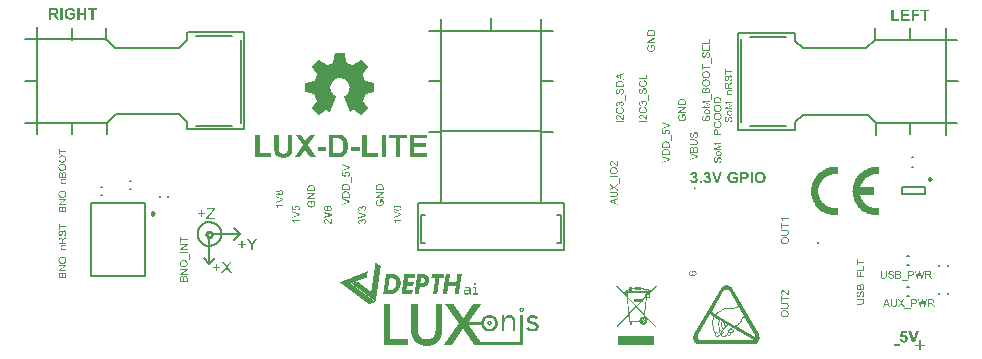
<source format=gto>
G04*
G04 #@! TF.GenerationSoftware,Altium Limited,Altium Designer,21.2.2 (38)*
G04*
G04 Layer_Color=65535*
%FSLAX44Y44*%
%MOMM*%
G71*
G04*
G04 #@! TF.SameCoordinates,AE48C8AA-F38C-48B7-832D-B57493388113*
G04*
G04*
G04 #@! TF.FilePolarity,Positive*
G04*
G01*
G75*
%ADD10C,0.2500*%
%ADD11C,0.2000*%
%ADD12C,0.2540*%
G36*
X-24810Y-173415D02*
X-24896D01*
Y-174015D01*
X-24982D01*
Y-174615D01*
X-25067D01*
Y-175130D01*
X-25153D01*
Y-175730D01*
X-25239D01*
Y-176331D01*
X-25325D01*
Y-176931D01*
X-25410D01*
Y-177531D01*
X-25496D01*
Y-178131D01*
X-25582D01*
Y-178646D01*
X-25668D01*
Y-179246D01*
X-25753D01*
Y-179846D01*
X-25839D01*
Y-180447D01*
X-25925D01*
Y-181047D01*
X-26011D01*
Y-181562D01*
X-26096D01*
Y-182162D01*
X-26182D01*
Y-182762D01*
X-26268D01*
Y-183363D01*
X-26354D01*
Y-183963D01*
X-26439D01*
Y-184563D01*
X-26525D01*
Y-185078D01*
X-26611D01*
Y-185678D01*
X-26697D01*
Y-186278D01*
X-26783D01*
Y-186878D01*
X-26868D01*
Y-187479D01*
X-26954D01*
Y-187993D01*
X-27040D01*
Y-188594D01*
X-27125D01*
Y-189194D01*
X-27211D01*
Y-189794D01*
X-27297D01*
Y-190309D01*
X-30899D01*
Y-189966D01*
X-30813D01*
Y-189365D01*
X-30727D01*
Y-188765D01*
X-30642D01*
Y-188251D01*
X-30556D01*
Y-187650D01*
X-30470D01*
Y-187050D01*
X-30384D01*
Y-186450D01*
X-30299D01*
Y-185849D01*
X-30213D01*
Y-185249D01*
X-30127D01*
Y-184735D01*
X-30041D01*
Y-184134D01*
X-29955D01*
Y-183534D01*
X-29870D01*
Y-183191D01*
X-36301D01*
Y-183791D01*
X-36387D01*
Y-184391D01*
X-36473D01*
Y-184906D01*
X-36559D01*
Y-185506D01*
X-36644D01*
Y-185849D01*
Y-185935D01*
Y-186107D01*
X-36730D01*
Y-186707D01*
X-36816D01*
Y-187307D01*
X-36902D01*
Y-187908D01*
X-36987D01*
Y-188422D01*
X-37073D01*
Y-189022D01*
X-37159D01*
Y-189623D01*
X-37245D01*
Y-190223D01*
X-37330D01*
Y-190309D01*
X-40846D01*
Y-189794D01*
X-40761D01*
Y-189280D01*
X-40675D01*
Y-188679D01*
X-40589D01*
Y-188079D01*
X-40503D01*
Y-187479D01*
X-40418D01*
Y-186878D01*
X-40332D01*
Y-186278D01*
X-40246D01*
Y-185678D01*
X-40160D01*
Y-185163D01*
X-40075D01*
Y-184563D01*
X-39989D01*
Y-183963D01*
X-39903D01*
Y-183363D01*
X-39817D01*
Y-182762D01*
X-39732D01*
Y-182162D01*
X-39646D01*
Y-181647D01*
X-39560D01*
Y-181047D01*
X-39474D01*
Y-180447D01*
X-39389D01*
Y-179846D01*
X-39303D01*
Y-179246D01*
X-39217D01*
Y-178646D01*
X-39131D01*
Y-178046D01*
X-39046D01*
Y-177531D01*
X-38960D01*
Y-176931D01*
X-38874D01*
Y-176331D01*
X-38788D01*
Y-175730D01*
X-38702D01*
Y-175130D01*
X-38617D01*
Y-174530D01*
X-38531D01*
Y-173929D01*
X-38445D01*
Y-173415D01*
X-38359D01*
Y-173243D01*
X-34843D01*
Y-173844D01*
X-34929D01*
Y-174444D01*
X-35015D01*
Y-175130D01*
X-35101D01*
Y-175730D01*
X-35187D01*
Y-176331D01*
X-35272D01*
Y-176931D01*
X-35358D01*
Y-177531D01*
X-35444D01*
Y-178131D01*
X-35530D01*
Y-178732D01*
X-35615D01*
Y-179332D01*
X-35701D01*
Y-179675D01*
X-29355D01*
Y-179418D01*
X-29269D01*
Y-178817D01*
X-29184D01*
Y-178217D01*
X-29098D01*
Y-177617D01*
X-29012D01*
Y-177102D01*
X-28926D01*
Y-176502D01*
X-28841D01*
Y-175902D01*
X-28755D01*
Y-175301D01*
X-28669D01*
Y-174701D01*
X-28583D01*
Y-174101D01*
X-28498D01*
Y-173500D01*
X-28412D01*
Y-173243D01*
X-24810D01*
Y-173415D01*
D02*
G37*
G36*
X-12890Y-181047D02*
X-12718D01*
Y-181133D01*
X-12633D01*
Y-181219D01*
X-12547D01*
Y-181304D01*
Y-182419D01*
X-12633D01*
Y-182505D01*
X-12718D01*
Y-182591D01*
X-12890D01*
Y-182676D01*
X-13919D01*
Y-182591D01*
X-14176D01*
Y-182505D01*
X-14262D01*
Y-182248D01*
X-14348D01*
Y-181390D01*
X-14262D01*
Y-181133D01*
X-14176D01*
Y-181047D01*
X-13919D01*
Y-180961D01*
X-12890D01*
Y-181047D01*
D02*
G37*
G36*
X-97788Y-163896D02*
X-97617D01*
Y-163982D01*
X-97531D01*
Y-164067D01*
X-97360D01*
Y-164153D01*
X-97274D01*
Y-164239D01*
X-97102D01*
Y-164325D01*
X-97016D01*
Y-164410D01*
X-96845D01*
Y-164496D01*
X-96759D01*
Y-164582D01*
X-96588D01*
Y-164668D01*
X-96502D01*
Y-164753D01*
X-96330D01*
Y-164839D01*
X-96245D01*
Y-164925D01*
X-96073D01*
Y-165011D01*
X-95987D01*
Y-165096D01*
X-95816D01*
Y-165182D01*
X-95730D01*
Y-165268D01*
X-95559D01*
Y-165354D01*
X-95473D01*
Y-165439D01*
X-95301D01*
Y-165525D01*
X-95216D01*
Y-165611D01*
X-95130D01*
Y-165697D01*
X-94958D01*
Y-165783D01*
X-94873D01*
Y-165868D01*
X-94701D01*
Y-165954D01*
X-94615D01*
Y-166040D01*
X-94444D01*
Y-166126D01*
X-94358D01*
Y-166211D01*
X-94186D01*
Y-166297D01*
X-94101D01*
Y-166383D01*
X-93929D01*
Y-166469D01*
X-93843D01*
Y-166554D01*
X-93672D01*
Y-166640D01*
X-93586D01*
Y-166726D01*
X-93415D01*
Y-167069D01*
X-93500D01*
Y-167583D01*
X-93586D01*
Y-168184D01*
X-93672D01*
Y-168784D01*
X-93758D01*
Y-169384D01*
X-93843D01*
Y-169899D01*
X-93929D01*
Y-170499D01*
X-94015D01*
Y-171099D01*
X-94101D01*
Y-171700D01*
X-94186D01*
Y-172300D01*
X-94272D01*
Y-172815D01*
X-94358D01*
Y-173415D01*
X-94444D01*
Y-174015D01*
X-94530D01*
Y-174615D01*
X-94615D01*
Y-175216D01*
X-94701D01*
Y-175730D01*
X-94787D01*
Y-176331D01*
X-94873D01*
Y-176931D01*
X-94958D01*
Y-177531D01*
X-95044D01*
Y-178131D01*
X-95130D01*
Y-178646D01*
X-95216D01*
Y-179246D01*
X-95301D01*
Y-179846D01*
X-95387D01*
Y-180447D01*
X-95473D01*
Y-181047D01*
X-95559D01*
Y-181562D01*
X-95644D01*
Y-182162D01*
X-95730D01*
Y-182762D01*
X-95816D01*
Y-183363D01*
X-95902D01*
Y-183877D01*
X-95987D01*
Y-184477D01*
X-96073D01*
Y-185078D01*
X-96159D01*
Y-185678D01*
X-96245D01*
Y-186278D01*
X-96330D01*
Y-186793D01*
X-96416D01*
Y-187393D01*
X-96502D01*
Y-187993D01*
X-96588D01*
Y-188594D01*
X-96673D01*
Y-189194D01*
X-96759D01*
Y-189708D01*
X-96845D01*
Y-190309D01*
X-96931D01*
Y-190909D01*
X-97016D01*
Y-191509D01*
X-97102D01*
Y-192110D01*
X-97188D01*
Y-192624D01*
X-97274D01*
Y-193224D01*
X-97360D01*
Y-193825D01*
X-97445D01*
Y-194425D01*
X-97531D01*
Y-195025D01*
X-97617D01*
Y-195540D01*
X-97703D01*
Y-196140D01*
X-97788D01*
Y-196655D01*
X-97874D01*
Y-196569D01*
X-97960D01*
Y-196483D01*
X-98046D01*
Y-196397D01*
X-98217D01*
Y-196312D01*
X-98303D01*
Y-196226D01*
X-98389D01*
Y-196140D01*
X-98560D01*
Y-196054D01*
X-98646D01*
Y-195969D01*
X-98732D01*
Y-195883D01*
X-98903D01*
Y-195797D01*
X-98989D01*
Y-195711D01*
X-99075D01*
Y-195625D01*
X-99246D01*
Y-195540D01*
X-99332D01*
Y-195454D01*
X-99418D01*
Y-195368D01*
X-99589D01*
Y-195282D01*
X-99675D01*
Y-195197D01*
X-99761D01*
Y-195111D01*
X-99932D01*
Y-195025D01*
X-100018D01*
Y-194939D01*
X-100104D01*
Y-194854D01*
X-100275D01*
Y-194768D01*
X-100361D01*
Y-194682D01*
X-100447D01*
Y-194597D01*
X-100618D01*
Y-194511D01*
X-100704D01*
Y-194425D01*
X-100790D01*
Y-194339D01*
X-100961D01*
Y-194254D01*
X-101047D01*
Y-194168D01*
X-101133D01*
Y-194082D01*
X-101304D01*
Y-193996D01*
X-101390D01*
Y-193910D01*
X-101476D01*
Y-193825D01*
X-101647D01*
Y-193739D01*
X-101733D01*
Y-193653D01*
X-101819D01*
Y-193567D01*
X-101990D01*
Y-193482D01*
X-102076D01*
Y-193396D01*
X-102162D01*
Y-193310D01*
X-102333D01*
Y-193224D01*
X-102419D01*
Y-193139D01*
X-102505D01*
Y-193053D01*
X-102676D01*
Y-192967D01*
X-102762D01*
Y-192881D01*
X-102848D01*
Y-192796D01*
X-103019D01*
Y-192710D01*
X-103105D01*
Y-192624D01*
X-103191D01*
Y-192538D01*
X-103362D01*
Y-192453D01*
X-103448D01*
Y-192367D01*
X-103534D01*
Y-192281D01*
X-103705D01*
Y-192195D01*
X-103791D01*
Y-192110D01*
X-103877D01*
Y-192024D01*
X-104049D01*
Y-191938D01*
X-104134D01*
Y-191852D01*
X-104220D01*
Y-191766D01*
X-104391D01*
Y-191681D01*
X-104477D01*
Y-191595D01*
X-104563D01*
Y-191509D01*
X-104734D01*
Y-191423D01*
X-104820D01*
Y-191338D01*
X-104906D01*
Y-191252D01*
X-105077D01*
Y-191166D01*
X-105163D01*
Y-191080D01*
X-105249D01*
Y-190995D01*
X-105421D01*
Y-190909D01*
X-105506D01*
Y-190823D01*
X-105592D01*
Y-190737D01*
X-105764D01*
Y-190652D01*
X-105849D01*
Y-190566D01*
X-105935D01*
Y-190480D01*
X-106107D01*
Y-190394D01*
X-106192D01*
Y-190309D01*
X-106278D01*
Y-190223D01*
X-106364D01*
Y-190137D01*
X-106535D01*
Y-190051D01*
X-106621D01*
Y-189966D01*
X-106707D01*
Y-189880D01*
X-106878D01*
Y-189794D01*
X-106964D01*
Y-189708D01*
X-107050D01*
Y-189623D01*
X-107221D01*
Y-189537D01*
X-107307D01*
Y-189451D01*
X-107393D01*
Y-189365D01*
X-107564D01*
Y-189280D01*
X-107650D01*
Y-189194D01*
X-107736D01*
Y-189108D01*
X-107907D01*
Y-189022D01*
X-107993D01*
Y-188937D01*
X-108079D01*
Y-188851D01*
X-108251D01*
Y-188765D01*
X-108336D01*
Y-188679D01*
X-108422D01*
Y-188594D01*
X-108594D01*
Y-188508D01*
X-108679D01*
Y-188422D01*
X-108765D01*
Y-188336D01*
X-108937D01*
Y-188251D01*
X-109022D01*
Y-188165D01*
X-109108D01*
Y-188079D01*
X-109280D01*
Y-187993D01*
X-109365D01*
Y-187908D01*
X-109451D01*
Y-187822D01*
X-109623D01*
Y-187736D01*
X-109708D01*
Y-187650D01*
X-109794D01*
Y-187565D01*
X-109966D01*
Y-187479D01*
X-110051D01*
Y-187393D01*
X-110137D01*
Y-187307D01*
X-110309D01*
Y-187222D01*
X-110394D01*
Y-187136D01*
X-110480D01*
Y-187050D01*
X-110652D01*
Y-186964D01*
X-110737D01*
Y-186878D01*
X-110823D01*
Y-186793D01*
X-110995D01*
Y-186707D01*
X-111080D01*
Y-186621D01*
X-111166D01*
Y-186535D01*
X-111338D01*
Y-186450D01*
X-111423D01*
Y-186364D01*
X-111509D01*
Y-186278D01*
X-111681D01*
Y-186192D01*
X-111767D01*
Y-186107D01*
X-111852D01*
Y-186021D01*
X-112024D01*
Y-185935D01*
X-112109D01*
Y-185849D01*
X-112195D01*
Y-185764D01*
X-112367D01*
Y-185678D01*
X-112452D01*
Y-185592D01*
X-112538D01*
Y-185506D01*
X-112710D01*
Y-185421D01*
X-112796D01*
Y-185335D01*
X-112881D01*
Y-185249D01*
X-113053D01*
Y-185163D01*
X-113139D01*
Y-185078D01*
X-113224D01*
Y-184992D01*
X-113396D01*
Y-184906D01*
X-113482D01*
Y-184820D01*
X-113567D01*
Y-184735D01*
X-113739D01*
Y-184649D01*
X-113825D01*
Y-184563D01*
X-113910D01*
Y-184477D01*
X-114082D01*
Y-184391D01*
X-114168D01*
Y-184306D01*
X-114253D01*
Y-184220D01*
X-114425D01*
Y-184134D01*
X-114511D01*
Y-184049D01*
X-114596D01*
Y-183963D01*
X-114768D01*
Y-183877D01*
X-114854D01*
Y-183791D01*
X-114939D01*
Y-183706D01*
X-115111D01*
Y-183620D01*
X-115197D01*
Y-183534D01*
X-115282D01*
Y-183448D01*
X-115454D01*
Y-183363D01*
X-115540D01*
Y-183277D01*
X-115625D01*
Y-183191D01*
X-115797D01*
Y-183105D01*
X-115883D01*
Y-183019D01*
X-115969D01*
Y-182934D01*
X-116140D01*
Y-182848D01*
X-116226D01*
Y-182762D01*
X-116312D01*
Y-182676D01*
X-116483D01*
Y-182591D01*
X-116569D01*
Y-182505D01*
X-116655D01*
Y-182419D01*
X-116826D01*
Y-182333D01*
X-116912D01*
Y-182248D01*
X-116998D01*
Y-182162D01*
X-117169D01*
Y-182076D01*
X-117255D01*
Y-181990D01*
X-117341D01*
Y-181905D01*
X-117512D01*
Y-181819D01*
X-117598D01*
Y-181733D01*
X-117684D01*
Y-181647D01*
X-117855D01*
Y-181562D01*
X-117941D01*
Y-181476D01*
X-118027D01*
Y-181390D01*
X-118198D01*
Y-181219D01*
X-117941D01*
Y-181133D01*
X-117684D01*
Y-181047D01*
X-117426D01*
Y-180961D01*
X-117169D01*
Y-180875D01*
X-116912D01*
Y-180790D01*
X-116740D01*
Y-180704D01*
X-116483D01*
Y-180618D01*
X-116226D01*
Y-180532D01*
X-115969D01*
Y-180447D01*
X-115711D01*
Y-180361D01*
X-115540D01*
Y-180275D01*
X-115282D01*
Y-180189D01*
X-115025D01*
Y-180104D01*
X-114768D01*
Y-180018D01*
X-114511D01*
Y-179932D01*
X-114253D01*
Y-179846D01*
X-114082D01*
Y-179761D01*
X-113825D01*
Y-179675D01*
X-113567D01*
Y-179589D01*
X-113224D01*
Y-179675D01*
X-113139D01*
Y-179761D01*
X-113053D01*
Y-179846D01*
X-112881D01*
Y-179932D01*
X-112796D01*
Y-180018D01*
X-112710D01*
Y-180104D01*
X-112538D01*
Y-180189D01*
X-112452D01*
Y-180275D01*
X-112367D01*
Y-180361D01*
X-112195D01*
Y-180447D01*
X-112109D01*
Y-180532D01*
X-112024D01*
Y-180618D01*
X-111852D01*
Y-180704D01*
X-111767D01*
Y-180790D01*
X-111595D01*
Y-180875D01*
X-111509D01*
Y-180961D01*
X-111423D01*
Y-181047D01*
X-111252D01*
Y-181133D01*
X-111166D01*
Y-181219D01*
X-111080D01*
Y-181304D01*
X-110909D01*
Y-181390D01*
X-110823D01*
Y-181476D01*
X-110737D01*
Y-181562D01*
X-110566D01*
Y-181647D01*
X-110480D01*
Y-181733D01*
X-110394D01*
Y-181819D01*
X-110223D01*
Y-181905D01*
X-110137D01*
Y-181990D01*
X-110051D01*
Y-182076D01*
X-109880D01*
Y-182162D01*
X-109794D01*
Y-182248D01*
X-109708D01*
Y-182333D01*
X-109537D01*
Y-182419D01*
X-109451D01*
Y-182505D01*
X-109365D01*
Y-182591D01*
X-109194D01*
Y-182676D01*
X-109108D01*
Y-182762D01*
X-109022D01*
Y-182848D01*
X-108851D01*
Y-182934D01*
X-108765D01*
Y-183019D01*
X-108679D01*
Y-183105D01*
X-108508D01*
Y-183191D01*
X-108422D01*
Y-183277D01*
X-108336D01*
Y-183363D01*
X-108165D01*
Y-183448D01*
X-108079D01*
Y-183534D01*
X-107993D01*
Y-183620D01*
X-107822D01*
Y-183706D01*
X-107736D01*
Y-183791D01*
X-107564D01*
Y-183877D01*
X-107479D01*
Y-183963D01*
X-107393D01*
Y-184049D01*
X-107221D01*
Y-184134D01*
X-107136D01*
Y-184220D01*
X-107050D01*
Y-184306D01*
X-106878D01*
Y-184391D01*
X-106793D01*
Y-184477D01*
X-106707D01*
Y-184563D01*
X-106535D01*
Y-184649D01*
X-106450D01*
Y-184735D01*
X-106364D01*
Y-184820D01*
X-106192D01*
Y-184906D01*
X-106107D01*
Y-184992D01*
X-106021D01*
Y-185078D01*
X-105849D01*
Y-185163D01*
X-105764D01*
Y-185249D01*
X-105678D01*
Y-185335D01*
X-105506D01*
Y-185421D01*
X-105421D01*
Y-185506D01*
X-105335D01*
Y-185592D01*
X-105163D01*
Y-185678D01*
X-105077D01*
Y-185764D01*
X-104992D01*
Y-185849D01*
X-104820D01*
Y-185935D01*
X-104734D01*
Y-186021D01*
X-104649D01*
Y-186107D01*
X-104477D01*
Y-186192D01*
X-104391D01*
Y-186278D01*
X-104306D01*
Y-186364D01*
X-104134D01*
Y-186450D01*
X-104049D01*
Y-186535D01*
X-103877D01*
Y-186621D01*
X-103791D01*
Y-186707D01*
X-103705D01*
Y-186793D01*
X-103534D01*
Y-186878D01*
X-103448D01*
Y-186964D01*
X-103362D01*
Y-187050D01*
X-103191D01*
Y-187136D01*
X-103105D01*
Y-187222D01*
X-103019D01*
Y-187307D01*
X-102848D01*
Y-187393D01*
X-102762D01*
Y-187479D01*
X-102676D01*
Y-187565D01*
X-102505D01*
Y-187650D01*
X-102419D01*
Y-187736D01*
X-102333D01*
Y-187822D01*
X-102162D01*
Y-187908D01*
X-102076D01*
Y-187993D01*
X-101990D01*
Y-188079D01*
X-101819D01*
Y-188165D01*
X-101561D01*
Y-188079D01*
X-101476D01*
Y-187822D01*
X-101390D01*
Y-187222D01*
X-101304D01*
Y-186621D01*
X-101219D01*
Y-186021D01*
X-101133D01*
Y-185506D01*
X-101047D01*
Y-184906D01*
X-100961D01*
Y-184306D01*
X-100876D01*
Y-183706D01*
X-100790D01*
Y-183105D01*
X-100704D01*
Y-182591D01*
X-100618D01*
Y-181990D01*
X-100533D01*
Y-181390D01*
X-100447D01*
Y-180790D01*
X-100361D01*
Y-180189D01*
X-100275D01*
Y-179589D01*
X-100189D01*
Y-179075D01*
X-100104D01*
Y-178474D01*
X-100018D01*
Y-177874D01*
X-99932D01*
Y-177274D01*
X-99846D01*
Y-176674D01*
X-99761D01*
Y-176159D01*
X-99675D01*
Y-175559D01*
X-99589D01*
Y-174958D01*
X-99503D01*
Y-174358D01*
X-99418D01*
Y-173758D01*
X-99332D01*
Y-173243D01*
X-99246D01*
Y-172643D01*
X-99160D01*
Y-172043D01*
X-99075D01*
Y-171442D01*
X-98989D01*
Y-170842D01*
X-98903D01*
Y-170242D01*
X-98817D01*
Y-169727D01*
X-98732D01*
Y-169127D01*
X-98646D01*
Y-168527D01*
X-98560D01*
Y-167926D01*
X-98474D01*
Y-167326D01*
X-98389D01*
Y-166812D01*
X-98303D01*
Y-166211D01*
X-98217D01*
Y-165611D01*
X-98131D01*
Y-165011D01*
X-98046D01*
Y-164410D01*
X-97960D01*
Y-163810D01*
X-97788D01*
Y-163896D01*
D02*
G37*
G36*
X-39732Y-173844D02*
X-39817D01*
Y-174358D01*
X-39903D01*
Y-174958D01*
X-39989D01*
Y-175559D01*
X-40075D01*
Y-176159D01*
X-40160D01*
Y-176331D01*
X-43676D01*
Y-176931D01*
X-43762D01*
Y-177531D01*
X-43848D01*
Y-178046D01*
X-43934D01*
Y-178646D01*
X-44019D01*
Y-179246D01*
X-44105D01*
Y-179846D01*
X-44191D01*
Y-180447D01*
X-44277D01*
Y-181047D01*
X-44362D01*
Y-181562D01*
X-44448D01*
Y-182162D01*
X-44534D01*
Y-182762D01*
X-44620D01*
Y-183363D01*
X-44705D01*
Y-183963D01*
X-44791D01*
Y-184563D01*
X-44877D01*
Y-185078D01*
X-44963D01*
Y-185678D01*
X-45048D01*
Y-186278D01*
X-45134D01*
Y-186878D01*
X-45220D01*
Y-187479D01*
X-45306D01*
Y-188079D01*
X-45392D01*
Y-188594D01*
X-45477D01*
Y-189194D01*
X-45563D01*
Y-189794D01*
X-45649D01*
Y-190309D01*
X-49165D01*
Y-189794D01*
X-49079D01*
Y-189194D01*
X-48993D01*
Y-188594D01*
X-48907D01*
Y-187993D01*
X-48822D01*
Y-187393D01*
X-48736D01*
Y-186793D01*
X-48650D01*
Y-186192D01*
X-48564D01*
Y-185592D01*
X-48479D01*
Y-184992D01*
X-48393D01*
Y-184477D01*
X-48307D01*
Y-183877D01*
X-48221D01*
Y-183277D01*
X-48136D01*
Y-182676D01*
X-48050D01*
Y-182076D01*
X-47964D01*
Y-181476D01*
X-47878D01*
Y-180875D01*
X-47793D01*
Y-180275D01*
X-47707D01*
Y-179675D01*
X-47621D01*
Y-179075D01*
X-47535D01*
Y-178474D01*
X-47450D01*
Y-177960D01*
X-47364D01*
Y-177360D01*
X-47278D01*
Y-176759D01*
X-47192D01*
Y-176331D01*
X-50623D01*
Y-176159D01*
X-50537D01*
Y-175559D01*
X-50451D01*
Y-174873D01*
X-50365D01*
Y-174272D01*
X-50280D01*
Y-173672D01*
X-50194D01*
Y-173586D01*
Y-173243D01*
X-39732D01*
Y-173844D01*
D02*
G37*
G36*
X-57483Y-173329D02*
X-56883D01*
Y-173415D01*
X-56454D01*
Y-173500D01*
X-56111D01*
Y-173586D01*
X-55768D01*
Y-173672D01*
X-55596D01*
Y-173758D01*
X-55339D01*
Y-173844D01*
X-55168D01*
Y-173929D01*
X-54996D01*
Y-174015D01*
X-54825D01*
Y-174101D01*
X-54653D01*
Y-174187D01*
X-54482D01*
Y-174272D01*
X-54396D01*
Y-174358D01*
X-54224D01*
Y-174444D01*
X-54139D01*
Y-174530D01*
X-54053D01*
Y-174615D01*
X-53967D01*
Y-174701D01*
X-53881D01*
Y-174787D01*
X-53795D01*
Y-174873D01*
X-53710D01*
Y-174958D01*
X-53624D01*
Y-175044D01*
X-53538D01*
Y-175130D01*
X-53453D01*
Y-175216D01*
X-53367D01*
Y-175301D01*
X-53281D01*
Y-175473D01*
X-53195D01*
Y-175644D01*
X-53109D01*
Y-175730D01*
X-53024D01*
Y-175902D01*
X-52938D01*
Y-176073D01*
X-52852D01*
Y-176331D01*
X-52766D01*
Y-176588D01*
X-52681D01*
Y-176845D01*
X-52595D01*
Y-177188D01*
X-52509D01*
Y-177788D01*
X-52424D01*
Y-179418D01*
X-52509D01*
Y-179932D01*
X-52595D01*
Y-180275D01*
X-52681D01*
Y-180532D01*
X-52766D01*
Y-180790D01*
X-52852D01*
Y-180961D01*
X-52938D01*
Y-181133D01*
X-53024D01*
Y-181304D01*
X-53109D01*
Y-181476D01*
X-53195D01*
Y-181647D01*
X-53281D01*
Y-181819D01*
X-53367D01*
Y-181905D01*
X-53453D01*
Y-182076D01*
X-53538D01*
Y-182162D01*
X-53624D01*
Y-182248D01*
X-53710D01*
Y-182333D01*
X-53795D01*
Y-182419D01*
X-53881D01*
Y-182591D01*
X-53967D01*
Y-182676D01*
X-54053D01*
Y-182762D01*
X-54224D01*
Y-182848D01*
X-54310D01*
Y-182934D01*
X-54396D01*
Y-183019D01*
X-54482D01*
Y-183105D01*
X-54653D01*
Y-183191D01*
X-54739D01*
Y-183277D01*
X-54910D01*
Y-183363D01*
X-55082D01*
Y-183448D01*
X-55253D01*
Y-183534D01*
X-55425D01*
Y-183620D01*
X-55596D01*
Y-183706D01*
X-55768D01*
Y-183791D01*
X-56111D01*
Y-183877D01*
X-56368D01*
Y-183963D01*
X-56968D01*
Y-184049D01*
X-57998D01*
Y-184134D01*
X-60399D01*
Y-184477D01*
X-60484D01*
Y-185078D01*
X-60570D01*
Y-185678D01*
X-60656D01*
Y-186278D01*
X-60742D01*
Y-186793D01*
X-60827D01*
Y-187393D01*
X-60913D01*
Y-187993D01*
X-60999D01*
Y-188594D01*
X-61085D01*
Y-189194D01*
X-61171D01*
Y-189708D01*
X-61256D01*
Y-190309D01*
X-64858D01*
Y-189966D01*
X-64772D01*
Y-189365D01*
X-64686D01*
Y-188765D01*
X-64601D01*
Y-188165D01*
X-64515D01*
Y-187565D01*
X-64429D01*
Y-186964D01*
X-64344D01*
Y-186364D01*
X-64258D01*
Y-185764D01*
X-64172D01*
Y-185163D01*
X-64086D01*
Y-184563D01*
X-64001D01*
Y-184049D01*
X-63915D01*
Y-183448D01*
X-63829D01*
Y-182848D01*
X-63743D01*
Y-182248D01*
X-63657D01*
Y-181647D01*
X-63572D01*
Y-181047D01*
X-63486D01*
Y-180447D01*
X-63400D01*
Y-179846D01*
X-63314D01*
Y-179246D01*
X-63229D01*
Y-178646D01*
X-63143D01*
Y-178046D01*
X-63057D01*
Y-177445D01*
X-62971D01*
Y-176931D01*
X-62886D01*
Y-176331D01*
X-62800D01*
Y-175730D01*
X-62714D01*
Y-175130D01*
X-62628D01*
Y-174530D01*
X-62543D01*
Y-173929D01*
X-62457D01*
Y-173329D01*
X-62371D01*
Y-173243D01*
X-57483D01*
Y-173329D01*
D02*
G37*
G36*
X-64086Y-173758D02*
X-64172D01*
Y-174358D01*
X-64258D01*
Y-174958D01*
X-64344D01*
Y-175473D01*
X-64429D01*
Y-176073D01*
X-64515D01*
Y-176331D01*
X-70261D01*
Y-176845D01*
X-70346D01*
Y-177445D01*
X-70432D01*
Y-177874D01*
Y-177960D01*
Y-178046D01*
X-70518D01*
Y-178560D01*
X-70604D01*
Y-179160D01*
X-70689D01*
Y-179761D01*
X-70775D01*
Y-180018D01*
X-65373D01*
Y-180361D01*
X-65458D01*
Y-180875D01*
X-65544D01*
Y-181476D01*
X-65630D01*
Y-181990D01*
X-65716D01*
Y-182505D01*
X-65801D01*
Y-183105D01*
X-71204D01*
Y-183191D01*
X-71290D01*
Y-183706D01*
X-71375D01*
Y-184306D01*
X-71461D01*
Y-184820D01*
X-71547D01*
Y-185421D01*
X-71633D01*
Y-186021D01*
X-71719D01*
Y-186535D01*
X-71804D01*
Y-187136D01*
X-71890D01*
Y-187222D01*
X-66316D01*
Y-187393D01*
X-66402D01*
Y-187908D01*
X-66487D01*
Y-188508D01*
X-66573D01*
Y-189108D01*
X-66659D01*
Y-189708D01*
X-66745D01*
Y-190309D01*
X-75921D01*
Y-190051D01*
X-75835D01*
Y-189451D01*
X-75749D01*
Y-188937D01*
X-75663D01*
Y-188336D01*
X-75578D01*
Y-187736D01*
X-75492D01*
Y-187222D01*
X-75406D01*
Y-186621D01*
X-75320D01*
Y-186107D01*
X-75234D01*
Y-185506D01*
X-75149D01*
Y-184906D01*
X-75063D01*
Y-184391D01*
X-74977D01*
Y-183791D01*
X-74892D01*
Y-183277D01*
X-74806D01*
Y-182676D01*
X-74720D01*
Y-182076D01*
X-74634D01*
Y-181562D01*
X-74549D01*
Y-180961D01*
X-74463D01*
Y-180447D01*
X-74377D01*
Y-179846D01*
X-74291D01*
Y-179246D01*
X-74205D01*
Y-178732D01*
X-74120D01*
Y-178131D01*
X-74034D01*
Y-177617D01*
X-73948D01*
Y-177017D01*
X-73862D01*
Y-176416D01*
X-73777D01*
Y-175902D01*
X-73691D01*
Y-175301D01*
X-73605D01*
Y-174787D01*
X-73519D01*
Y-174187D01*
X-73434D01*
Y-173586D01*
X-73348D01*
Y-173243D01*
X-64086D01*
Y-173758D01*
D02*
G37*
G36*
X-83467Y-173329D02*
X-82952D01*
Y-173415D01*
X-82524D01*
Y-173500D01*
X-82181D01*
Y-173586D01*
X-81924D01*
Y-173672D01*
X-81580D01*
Y-173758D01*
X-81323D01*
Y-173844D01*
X-81152D01*
Y-173929D01*
X-80894D01*
Y-174015D01*
X-80723D01*
Y-174101D01*
X-80466D01*
Y-174187D01*
X-80294D01*
Y-174272D01*
X-80123D01*
Y-174358D01*
X-80037D01*
Y-174444D01*
X-79865D01*
Y-174530D01*
X-79694D01*
Y-174615D01*
X-79608D01*
Y-174701D01*
X-79436D01*
Y-174787D01*
X-79351D01*
Y-174873D01*
X-79265D01*
Y-174958D01*
X-79179D01*
Y-175044D01*
X-79093D01*
Y-175130D01*
X-78922D01*
Y-175216D01*
X-78836D01*
Y-175301D01*
X-78751D01*
Y-175387D01*
X-78665D01*
Y-175473D01*
X-78579D01*
Y-175559D01*
X-78493D01*
Y-175730D01*
X-78408D01*
Y-175816D01*
X-78322D01*
Y-175902D01*
X-78236D01*
Y-175987D01*
X-78150D01*
Y-176073D01*
X-78064D01*
Y-176245D01*
X-77979D01*
Y-176331D01*
X-77893D01*
Y-176502D01*
X-77807D01*
Y-176588D01*
X-77721D01*
Y-176759D01*
X-77636D01*
Y-176931D01*
X-77550D01*
Y-177017D01*
X-77464D01*
Y-177188D01*
X-77378D01*
Y-177360D01*
X-77293D01*
Y-177617D01*
X-77207D01*
Y-177788D01*
X-77121D01*
Y-178046D01*
X-77035D01*
Y-178303D01*
X-76950D01*
Y-178560D01*
X-76864D01*
Y-178903D01*
X-76778D01*
Y-179332D01*
X-76692D01*
Y-179932D01*
X-76607D01*
Y-181990D01*
X-76692D01*
Y-182676D01*
X-76778D01*
Y-183105D01*
X-76864D01*
Y-183534D01*
X-76950D01*
Y-183877D01*
X-77035D01*
Y-184134D01*
X-77121D01*
Y-184391D01*
X-77207D01*
Y-184649D01*
X-77293D01*
Y-184820D01*
X-77378D01*
Y-184992D01*
X-77464D01*
Y-185249D01*
X-77550D01*
Y-185421D01*
X-77636D01*
Y-185592D01*
X-77721D01*
Y-185764D01*
X-77807D01*
Y-185935D01*
X-77893D01*
Y-186021D01*
X-77979D01*
Y-186192D01*
X-78064D01*
Y-186364D01*
X-78150D01*
Y-186450D01*
X-78236D01*
Y-186621D01*
X-78322D01*
Y-186707D01*
X-78408D01*
Y-186793D01*
X-78493D01*
Y-186964D01*
X-78579D01*
Y-187050D01*
X-78665D01*
Y-187136D01*
X-78751D01*
Y-187307D01*
X-78836D01*
Y-187393D01*
X-78922D01*
Y-187479D01*
X-79008D01*
Y-187565D01*
X-79093D01*
Y-187650D01*
X-79179D01*
Y-187736D01*
X-79265D01*
Y-187822D01*
X-79351D01*
Y-187908D01*
X-79436D01*
Y-187993D01*
X-79522D01*
Y-188079D01*
X-79608D01*
Y-188165D01*
X-79694D01*
Y-188251D01*
X-79865D01*
Y-188336D01*
X-79951D01*
Y-188422D01*
X-80037D01*
Y-188508D01*
X-80123D01*
Y-188594D01*
X-80294D01*
Y-188679D01*
X-80380D01*
Y-188765D01*
X-80466D01*
Y-188851D01*
X-80637D01*
Y-188937D01*
X-80723D01*
Y-189022D01*
X-80894D01*
Y-189108D01*
X-81066D01*
Y-189194D01*
X-81152D01*
Y-189280D01*
X-81323D01*
Y-189365D01*
X-81495D01*
Y-189451D01*
X-81666D01*
Y-189537D01*
X-81838D01*
Y-189623D01*
X-82009D01*
Y-189708D01*
X-82267D01*
Y-189794D01*
X-82438D01*
Y-189880D01*
X-82695D01*
Y-189966D01*
X-83038D01*
Y-190051D01*
X-83381D01*
Y-190137D01*
X-83896D01*
Y-190223D01*
X-84582D01*
Y-190309D01*
X-91442D01*
Y-190051D01*
X-91357D01*
Y-189537D01*
X-91271D01*
Y-188937D01*
X-91185D01*
Y-188336D01*
X-91099D01*
Y-187736D01*
X-91014D01*
Y-187136D01*
X-90928D01*
Y-186621D01*
X-90842D01*
Y-186021D01*
X-90756D01*
Y-185421D01*
X-90671D01*
Y-184820D01*
X-90585D01*
Y-184220D01*
X-90499D01*
Y-183706D01*
X-90413D01*
Y-183105D01*
X-90328D01*
Y-182505D01*
X-90242D01*
Y-181905D01*
X-90156D01*
Y-181304D01*
X-90070D01*
Y-180704D01*
X-89985D01*
Y-180189D01*
X-89899D01*
Y-179589D01*
X-89813D01*
Y-178989D01*
X-89727D01*
Y-178389D01*
X-89642D01*
Y-177788D01*
X-89556D01*
Y-177274D01*
X-89470D01*
Y-176674D01*
X-89384D01*
Y-176073D01*
X-89298D01*
Y-175473D01*
X-89213D01*
Y-174873D01*
X-89127D01*
Y-174358D01*
X-89041D01*
Y-173758D01*
X-88955D01*
Y-173243D01*
X-83467D01*
Y-173329D01*
D02*
G37*
G36*
X-13061Y-184134D02*
X-12804D01*
Y-184220D01*
X-12718D01*
Y-184306D01*
X-12633D01*
Y-184477D01*
X-12547D01*
Y-186621D01*
Y-186707D01*
Y-189623D01*
X-11261D01*
Y-189708D01*
X-11089D01*
Y-189794D01*
X-10918D01*
Y-189966D01*
X-10832D01*
Y-190480D01*
X-10918D01*
Y-190566D01*
X-11003D01*
Y-190652D01*
X-11089D01*
Y-190737D01*
X-11346D01*
Y-190823D01*
X-14948D01*
Y-190737D01*
X-15205D01*
Y-190652D01*
X-15377D01*
Y-190566D01*
X-15463D01*
Y-190309D01*
X-15548D01*
Y-190051D01*
X-15463D01*
Y-189880D01*
X-15377D01*
Y-189794D01*
X-15291D01*
Y-189708D01*
X-15034D01*
Y-189623D01*
X-13748D01*
Y-185249D01*
X-15034D01*
Y-185163D01*
X-15291D01*
Y-185078D01*
X-15377D01*
Y-184992D01*
X-15463D01*
Y-184820D01*
X-15548D01*
Y-184563D01*
X-15463D01*
Y-184306D01*
X-15377D01*
Y-184220D01*
X-15291D01*
Y-184134D01*
X-14948D01*
Y-184049D01*
X-13061D01*
Y-184134D01*
D02*
G37*
G36*
X-18893D02*
X-18464D01*
Y-184220D01*
X-18293D01*
Y-184306D01*
X-18121D01*
Y-184391D01*
X-18035D01*
Y-184477D01*
X-17864D01*
Y-184563D01*
X-17778D01*
Y-184649D01*
X-17692D01*
Y-184820D01*
X-17607D01*
Y-184906D01*
X-17521D01*
Y-184992D01*
X-17435D01*
Y-185163D01*
X-17349D01*
Y-185506D01*
X-17264D01*
Y-187393D01*
X-17178D01*
Y-190480D01*
X-17264D01*
Y-190652D01*
X-17349D01*
Y-190737D01*
X-17521D01*
Y-190823D01*
X-17864D01*
Y-190737D01*
X-18035D01*
Y-190652D01*
X-18121D01*
Y-190566D01*
X-18207D01*
Y-190394D01*
X-18293D01*
Y-190223D01*
X-18464D01*
Y-190309D01*
X-18636D01*
Y-190394D01*
X-18807D01*
Y-190480D01*
X-18979D01*
Y-190566D01*
X-19150D01*
Y-190652D01*
X-19322D01*
Y-190737D01*
X-19493D01*
Y-190823D01*
X-21466D01*
Y-190737D01*
X-21809D01*
Y-190652D01*
X-21980D01*
Y-190566D01*
X-22152D01*
Y-190480D01*
X-22323D01*
Y-190394D01*
X-22409D01*
Y-190309D01*
X-22495D01*
Y-190223D01*
X-22580D01*
Y-190137D01*
X-22666D01*
Y-190051D01*
X-22752D01*
Y-189880D01*
X-22838D01*
Y-189708D01*
X-22923D01*
Y-189365D01*
X-23009D01*
Y-187908D01*
X-22923D01*
Y-187650D01*
X-22838D01*
Y-187479D01*
X-22752D01*
Y-187307D01*
X-22666D01*
Y-187222D01*
X-22580D01*
Y-187136D01*
X-22495D01*
Y-187050D01*
X-22409D01*
Y-186964D01*
X-22323D01*
Y-186878D01*
X-22152D01*
Y-186793D01*
X-21980D01*
Y-186707D01*
X-21809D01*
Y-186621D01*
X-21380D01*
Y-186535D01*
X-18378D01*
Y-186107D01*
X-18464D01*
Y-185592D01*
X-18550D01*
Y-185421D01*
X-18721D01*
Y-185335D01*
X-18893D01*
Y-185249D01*
X-21294D01*
Y-185163D01*
X-21551D01*
Y-185078D01*
X-21637D01*
Y-184992D01*
X-21723D01*
Y-184906D01*
X-21809D01*
Y-184477D01*
X-21723D01*
Y-184306D01*
X-21637D01*
Y-184220D01*
X-21551D01*
Y-184134D01*
X-21294D01*
Y-184049D01*
X-18893D01*
Y-184134D01*
D02*
G37*
G36*
X-104477Y-171528D02*
X-104563D01*
Y-172129D01*
X-104649D01*
Y-172729D01*
X-104734D01*
Y-173329D01*
X-104820D01*
Y-173929D01*
X-104906D01*
Y-174530D01*
X-104992D01*
Y-175130D01*
X-105077D01*
Y-175730D01*
X-105163D01*
Y-176159D01*
X-105249D01*
Y-176245D01*
X-105421D01*
Y-176331D01*
X-105678D01*
Y-176416D01*
X-105849D01*
Y-176502D01*
X-106107D01*
Y-176588D01*
X-106364D01*
Y-176674D01*
X-106621D01*
Y-176759D01*
X-106878D01*
Y-176845D01*
X-107050D01*
Y-176931D01*
X-107307D01*
Y-177017D01*
X-107564D01*
Y-177102D01*
X-107822D01*
Y-177188D01*
X-108079D01*
Y-177274D01*
X-108251D01*
Y-177360D01*
X-108508D01*
Y-177445D01*
X-108765D01*
Y-177531D01*
X-109022D01*
Y-177617D01*
X-109280D01*
Y-177703D01*
X-109451D01*
Y-177788D01*
X-109708D01*
Y-177874D01*
X-109966D01*
Y-177960D01*
X-110223D01*
Y-178046D01*
X-110480D01*
Y-178131D01*
X-110652D01*
Y-178217D01*
X-110909D01*
Y-178303D01*
X-111166D01*
Y-178389D01*
X-111423D01*
Y-178474D01*
X-111681D01*
Y-178560D01*
X-111852D01*
Y-178646D01*
X-112109D01*
Y-178732D01*
X-112367D01*
Y-178817D01*
X-112624D01*
Y-178903D01*
X-112881D01*
Y-178989D01*
X-113053D01*
Y-179075D01*
X-113310D01*
Y-179160D01*
X-113567D01*
Y-179246D01*
X-113825D01*
Y-179332D01*
X-114082D01*
Y-179418D01*
X-114253D01*
Y-179503D01*
X-114511D01*
Y-179589D01*
X-114768D01*
Y-179675D01*
X-115025D01*
Y-179761D01*
X-115197D01*
Y-179846D01*
X-115454D01*
Y-179932D01*
X-115711D01*
Y-180018D01*
X-115969D01*
Y-180104D01*
X-116226D01*
Y-180189D01*
X-116397D01*
Y-180275D01*
X-116655D01*
Y-180361D01*
X-116912D01*
Y-180447D01*
X-117169D01*
Y-180532D01*
X-117426D01*
Y-180618D01*
X-117598D01*
Y-180704D01*
X-117855D01*
Y-180790D01*
X-118112D01*
Y-180875D01*
X-118370D01*
Y-180961D01*
X-118627D01*
Y-181047D01*
X-118799D01*
Y-181133D01*
X-118884D01*
Y-181304D01*
X-118799D01*
Y-181390D01*
X-118713D01*
Y-181476D01*
X-118627D01*
Y-181562D01*
X-118455D01*
Y-181647D01*
X-118370D01*
Y-181733D01*
X-118284D01*
Y-181819D01*
X-118112D01*
Y-181905D01*
X-118027D01*
Y-181990D01*
X-117941D01*
Y-182076D01*
X-117769D01*
Y-182162D01*
X-117684D01*
Y-182248D01*
X-117598D01*
Y-182333D01*
X-117426D01*
Y-182419D01*
X-117341D01*
Y-182505D01*
X-117255D01*
Y-182591D01*
X-117083D01*
Y-182676D01*
X-116998D01*
Y-182762D01*
X-116912D01*
Y-182848D01*
X-116740D01*
Y-182934D01*
X-116655D01*
Y-183019D01*
X-116569D01*
Y-183105D01*
X-116397D01*
Y-183191D01*
X-116312D01*
Y-183277D01*
X-116226D01*
Y-183363D01*
X-116054D01*
Y-183448D01*
X-115969D01*
Y-183534D01*
X-115883D01*
Y-183620D01*
X-115711D01*
Y-183706D01*
X-115625D01*
Y-183791D01*
X-115540D01*
Y-183877D01*
X-115368D01*
Y-183963D01*
X-115282D01*
Y-184049D01*
X-115197D01*
Y-184134D01*
X-115025D01*
Y-184220D01*
X-114939D01*
Y-184306D01*
X-114854D01*
Y-184391D01*
X-114682D01*
Y-184477D01*
X-114596D01*
Y-184563D01*
X-114511D01*
Y-184649D01*
X-114339D01*
Y-184735D01*
X-114253D01*
Y-184820D01*
X-114168D01*
Y-184906D01*
X-113996D01*
Y-184992D01*
X-113910D01*
Y-185078D01*
X-113825D01*
Y-185163D01*
X-113653D01*
Y-185249D01*
X-113567D01*
Y-185335D01*
X-113482D01*
Y-185421D01*
X-113310D01*
Y-185506D01*
X-113224D01*
Y-185592D01*
X-113139D01*
Y-185678D01*
X-112967D01*
Y-185764D01*
X-112881D01*
Y-185849D01*
X-112796D01*
Y-185935D01*
X-112624D01*
Y-186021D01*
X-112538D01*
Y-186107D01*
X-112452D01*
Y-186192D01*
X-112281D01*
Y-186278D01*
X-112195D01*
Y-186364D01*
X-112109D01*
Y-186450D01*
X-111938D01*
Y-186535D01*
X-111852D01*
Y-186621D01*
X-111767D01*
Y-186707D01*
X-111595D01*
Y-186793D01*
X-111509D01*
Y-186878D01*
X-111423D01*
Y-186964D01*
X-111252D01*
Y-187050D01*
X-111166D01*
Y-187136D01*
X-111080D01*
Y-187222D01*
X-110909D01*
Y-187307D01*
X-110823D01*
Y-187393D01*
X-110737D01*
Y-187479D01*
X-110566D01*
Y-187565D01*
X-110480D01*
Y-187650D01*
X-110394D01*
Y-187736D01*
X-110223D01*
Y-187822D01*
X-110137D01*
Y-187908D01*
X-110051D01*
Y-187993D01*
X-109880D01*
Y-188079D01*
X-109794D01*
Y-188165D01*
X-109708D01*
Y-188251D01*
X-109537D01*
Y-188336D01*
X-109451D01*
Y-188422D01*
X-109365D01*
Y-188508D01*
X-109194D01*
Y-188594D01*
X-109108D01*
Y-188679D01*
X-109022D01*
Y-188765D01*
X-108851D01*
Y-188851D01*
X-108765D01*
Y-188937D01*
X-108679D01*
Y-189022D01*
X-108508D01*
Y-189108D01*
X-108422D01*
Y-189194D01*
X-108336D01*
Y-189280D01*
X-108165D01*
Y-189365D01*
X-108079D01*
Y-189451D01*
X-107993D01*
Y-189537D01*
X-107822D01*
Y-189623D01*
X-107736D01*
Y-189708D01*
X-107650D01*
Y-189794D01*
X-107479D01*
Y-189880D01*
X-107393D01*
Y-189966D01*
X-107307D01*
Y-190051D01*
X-107136D01*
Y-190137D01*
X-107050D01*
Y-190223D01*
X-106964D01*
Y-190309D01*
X-106878D01*
Y-190394D01*
X-106707D01*
Y-190480D01*
X-106621D01*
Y-190566D01*
X-106535D01*
Y-190652D01*
X-106364D01*
Y-190737D01*
X-106278D01*
Y-190823D01*
X-106192D01*
Y-190909D01*
X-106021D01*
Y-190995D01*
X-105935D01*
Y-191080D01*
X-105849D01*
Y-191166D01*
X-105678D01*
Y-191252D01*
X-105592D01*
Y-191338D01*
X-105506D01*
Y-191423D01*
X-105335D01*
Y-191509D01*
X-105249D01*
Y-191595D01*
X-105163D01*
Y-191681D01*
X-104992D01*
Y-191766D01*
X-104906D01*
Y-191852D01*
X-104820D01*
Y-191938D01*
X-104649D01*
Y-192024D01*
X-104563D01*
Y-192110D01*
X-104477D01*
Y-192195D01*
X-104306D01*
Y-192281D01*
X-104220D01*
Y-192367D01*
X-104134D01*
Y-192453D01*
X-103963D01*
Y-192538D01*
X-103877D01*
Y-192624D01*
X-103791D01*
Y-192710D01*
X-103620D01*
Y-192796D01*
X-103534D01*
Y-192881D01*
X-103448D01*
Y-192967D01*
X-103277D01*
Y-193053D01*
X-103191D01*
Y-193139D01*
X-103105D01*
Y-193224D01*
X-102934D01*
Y-193310D01*
X-102848D01*
Y-193396D01*
X-102762D01*
Y-193482D01*
X-102591D01*
Y-193567D01*
X-102505D01*
Y-193653D01*
X-102419D01*
Y-193739D01*
X-102248D01*
Y-193825D01*
X-102162D01*
Y-193910D01*
X-102076D01*
Y-193996D01*
X-101905D01*
Y-194082D01*
X-101819D01*
Y-194168D01*
X-101733D01*
Y-194254D01*
X-101561D01*
Y-194339D01*
X-101476D01*
Y-194425D01*
X-101390D01*
Y-194511D01*
X-101219D01*
Y-194597D01*
X-101133D01*
Y-194682D01*
X-101047D01*
Y-194768D01*
X-100876D01*
Y-194854D01*
X-100790D01*
Y-194939D01*
X-100704D01*
Y-195025D01*
X-100533D01*
Y-195111D01*
X-100447D01*
Y-195197D01*
X-100361D01*
Y-195282D01*
X-100189D01*
Y-195368D01*
X-100104D01*
Y-195454D01*
X-100018D01*
Y-195540D01*
X-99846D01*
Y-195625D01*
X-99761D01*
Y-195711D01*
X-99675D01*
Y-195797D01*
X-99503D01*
Y-195883D01*
X-99418D01*
Y-195969D01*
X-99332D01*
Y-196054D01*
X-99160D01*
Y-196140D01*
X-99075D01*
Y-196226D01*
X-98989D01*
Y-196312D01*
X-98817D01*
Y-196397D01*
X-98732D01*
Y-196483D01*
X-98646D01*
Y-196569D01*
X-98474D01*
Y-196655D01*
X-98389D01*
Y-196740D01*
X-98303D01*
Y-196826D01*
X-98131D01*
Y-196912D01*
X-98046D01*
Y-196998D01*
X-98217D01*
Y-197083D01*
X-98474D01*
Y-197169D01*
X-98732D01*
Y-197255D01*
X-98989D01*
Y-197341D01*
X-99160D01*
Y-197426D01*
X-99418D01*
Y-197512D01*
X-99675D01*
Y-197598D01*
X-99932D01*
Y-197684D01*
X-100189D01*
Y-197769D01*
X-100447D01*
Y-197855D01*
X-100618D01*
Y-197941D01*
X-100876D01*
Y-198027D01*
X-101133D01*
Y-198113D01*
X-101390D01*
Y-198198D01*
X-101647D01*
Y-198284D01*
X-101905D01*
Y-198370D01*
X-102076D01*
Y-198456D01*
X-102333D01*
Y-198541D01*
X-102591D01*
Y-198627D01*
X-102848D01*
Y-198713D01*
X-103105D01*
Y-198799D01*
X-103448D01*
Y-198713D01*
X-103620D01*
Y-198627D01*
X-103705D01*
Y-198541D01*
X-103791D01*
Y-198456D01*
X-103963D01*
Y-198370D01*
X-104049D01*
Y-198284D01*
X-104134D01*
Y-198198D01*
X-104306D01*
Y-198113D01*
X-104391D01*
Y-198027D01*
X-104477D01*
Y-197941D01*
X-104649D01*
Y-197855D01*
X-104734D01*
Y-197769D01*
X-104820D01*
Y-197684D01*
X-104992D01*
Y-197598D01*
X-105077D01*
Y-197512D01*
X-105163D01*
Y-197426D01*
X-105335D01*
Y-197341D01*
X-105421D01*
Y-197255D01*
X-105506D01*
Y-197169D01*
X-105678D01*
Y-197083D01*
X-105764D01*
Y-196998D01*
X-105849D01*
Y-196912D01*
X-106021D01*
Y-196826D01*
X-106107D01*
Y-196740D01*
X-106192D01*
Y-196655D01*
X-106364D01*
Y-196569D01*
X-106450D01*
Y-196483D01*
X-106535D01*
Y-196397D01*
X-106707D01*
Y-196312D01*
X-106793D01*
Y-196226D01*
X-106878D01*
Y-196140D01*
X-107050D01*
Y-196054D01*
X-107136D01*
Y-195969D01*
X-107221D01*
Y-195883D01*
X-107393D01*
Y-195797D01*
X-107479D01*
Y-195711D01*
X-107650D01*
Y-195625D01*
X-107736D01*
Y-195540D01*
X-107822D01*
Y-195454D01*
X-107993D01*
Y-195368D01*
X-108079D01*
Y-195282D01*
X-108165D01*
Y-195197D01*
X-108336D01*
Y-195111D01*
X-108422D01*
Y-195025D01*
X-108508D01*
Y-194939D01*
X-108679D01*
Y-194854D01*
X-108765D01*
Y-194768D01*
X-108851D01*
Y-194682D01*
X-109022D01*
Y-194597D01*
X-109108D01*
Y-194511D01*
X-109194D01*
Y-194425D01*
X-109365D01*
Y-194339D01*
X-109451D01*
Y-194254D01*
X-109537D01*
Y-194168D01*
X-109708D01*
Y-194082D01*
X-109794D01*
Y-193996D01*
X-109880D01*
Y-193910D01*
X-110051D01*
Y-193825D01*
X-110137D01*
Y-193739D01*
X-110223D01*
Y-193653D01*
X-110394D01*
Y-193567D01*
X-110480D01*
Y-193482D01*
X-110566D01*
Y-193396D01*
X-110737D01*
Y-193310D01*
X-110823D01*
Y-193224D01*
X-110909D01*
Y-193139D01*
X-111080D01*
Y-193053D01*
X-111166D01*
Y-192967D01*
X-111252D01*
Y-192881D01*
X-111423D01*
Y-192796D01*
X-111509D01*
Y-192710D01*
X-111595D01*
Y-192624D01*
X-111767D01*
Y-192538D01*
X-111852D01*
Y-192453D01*
X-111938D01*
Y-192367D01*
X-112109D01*
Y-192281D01*
X-112195D01*
Y-192195D01*
X-112281D01*
Y-192110D01*
X-112452D01*
Y-192024D01*
X-112538D01*
Y-191938D01*
X-112624D01*
Y-191852D01*
X-112796D01*
Y-191766D01*
X-112881D01*
Y-191681D01*
X-112967D01*
Y-191595D01*
X-113139D01*
Y-191509D01*
X-113224D01*
Y-191423D01*
X-113310D01*
Y-191338D01*
X-113482D01*
Y-191252D01*
X-113567D01*
Y-191166D01*
X-113653D01*
Y-191080D01*
X-113825D01*
Y-190995D01*
X-113910D01*
Y-190909D01*
X-113996D01*
Y-190823D01*
X-114168D01*
Y-190737D01*
X-114253D01*
Y-190652D01*
X-114339D01*
Y-190566D01*
X-114511D01*
Y-190480D01*
X-114596D01*
Y-190394D01*
X-114682D01*
Y-190309D01*
X-114854D01*
Y-190223D01*
X-114939D01*
Y-190137D01*
X-115025D01*
Y-190051D01*
X-115197D01*
Y-189966D01*
X-115282D01*
Y-189880D01*
X-115368D01*
Y-189794D01*
X-115540D01*
Y-189708D01*
X-115625D01*
Y-189623D01*
X-115711D01*
Y-189537D01*
X-115883D01*
Y-189451D01*
X-115969D01*
Y-189365D01*
X-116054D01*
Y-189280D01*
X-116226D01*
Y-189194D01*
X-116312D01*
Y-189108D01*
X-116397D01*
Y-189022D01*
X-116569D01*
Y-188937D01*
X-116655D01*
Y-188851D01*
X-116740D01*
Y-188765D01*
X-116912D01*
Y-188679D01*
X-116998D01*
Y-188594D01*
X-117169D01*
Y-188508D01*
X-117255D01*
Y-188422D01*
X-117341D01*
Y-188336D01*
X-117512D01*
Y-188251D01*
X-117598D01*
Y-188165D01*
X-117684D01*
Y-188079D01*
X-117855D01*
Y-187993D01*
X-117941D01*
Y-187908D01*
X-118027D01*
Y-187822D01*
X-118198D01*
Y-187736D01*
X-118284D01*
Y-187650D01*
X-118370D01*
Y-187565D01*
X-118541D01*
Y-187479D01*
X-118627D01*
Y-187393D01*
X-118713D01*
Y-187307D01*
X-118884D01*
Y-187222D01*
X-118970D01*
Y-187136D01*
X-119056D01*
Y-187050D01*
X-119227D01*
Y-186964D01*
X-119313D01*
Y-186878D01*
X-119399D01*
Y-186793D01*
X-119570D01*
Y-186707D01*
X-119656D01*
Y-186621D01*
X-119742D01*
Y-186535D01*
X-119913D01*
Y-186450D01*
X-119999D01*
Y-186364D01*
X-120085D01*
Y-186278D01*
X-120256D01*
Y-186192D01*
X-120342D01*
Y-186107D01*
X-120428D01*
Y-186021D01*
X-120599D01*
Y-185935D01*
X-120685D01*
Y-185849D01*
X-120771D01*
Y-185764D01*
X-120942D01*
Y-185678D01*
X-121028D01*
Y-185592D01*
X-121114D01*
Y-185506D01*
X-121285D01*
Y-185421D01*
X-121371D01*
Y-185335D01*
X-121457D01*
Y-185249D01*
X-121628D01*
Y-185163D01*
X-121714D01*
Y-185078D01*
X-121800D01*
Y-184992D01*
X-121971D01*
Y-184906D01*
X-122057D01*
Y-184820D01*
X-122143D01*
Y-184735D01*
X-122314D01*
Y-184649D01*
X-122400D01*
Y-184563D01*
X-122486D01*
Y-184477D01*
X-122657D01*
Y-184391D01*
X-122743D01*
Y-184306D01*
X-122829D01*
Y-184220D01*
X-123000D01*
Y-184134D01*
X-123086D01*
Y-184049D01*
X-123172D01*
Y-183963D01*
X-123343D01*
Y-183877D01*
X-123429D01*
Y-183791D01*
X-123515D01*
Y-183706D01*
X-123687D01*
Y-183620D01*
X-123772D01*
Y-183534D01*
X-123858D01*
Y-183448D01*
X-124030D01*
Y-183363D01*
X-124115D01*
Y-183277D01*
X-124201D01*
Y-183191D01*
X-124373D01*
Y-183105D01*
X-124458D01*
Y-183019D01*
X-124544D01*
Y-182934D01*
X-124716D01*
Y-182848D01*
X-124801D01*
Y-182762D01*
X-124887D01*
Y-182676D01*
X-125059D01*
Y-182591D01*
X-125144D01*
Y-182505D01*
X-125230D01*
Y-182419D01*
X-125402D01*
Y-182333D01*
X-125487D01*
Y-182248D01*
X-125573D01*
Y-182162D01*
X-125745D01*
Y-182076D01*
X-125830D01*
Y-181990D01*
X-125916D01*
Y-181905D01*
X-126088D01*
Y-181819D01*
X-126173D01*
Y-181733D01*
X-126259D01*
Y-181647D01*
X-126431D01*
Y-181562D01*
X-126517D01*
Y-181476D01*
X-126602D01*
Y-181390D01*
X-126774D01*
Y-181304D01*
X-126860D01*
Y-181219D01*
X-127031D01*
Y-181133D01*
X-127117D01*
Y-181047D01*
X-127203D01*
Y-180961D01*
X-127374D01*
Y-180875D01*
X-127460D01*
Y-180790D01*
X-127545D01*
Y-180704D01*
X-127717D01*
Y-180618D01*
X-127803D01*
Y-180532D01*
X-127889D01*
Y-180447D01*
X-128060D01*
Y-180275D01*
X-127889D01*
Y-180189D01*
X-127717D01*
Y-180104D01*
X-127460D01*
Y-180018D01*
X-127288D01*
Y-179932D01*
X-127031D01*
Y-179846D01*
X-126774D01*
Y-179761D01*
X-126602D01*
Y-179675D01*
X-126345D01*
Y-179589D01*
X-126173D01*
Y-179503D01*
X-125916D01*
Y-179418D01*
X-125745D01*
Y-179332D01*
X-125487D01*
Y-179246D01*
X-125316D01*
Y-179160D01*
X-125059D01*
Y-179075D01*
X-124887D01*
Y-178989D01*
X-124630D01*
Y-178903D01*
X-124458D01*
Y-178817D01*
X-124201D01*
Y-178732D01*
X-123944D01*
Y-178646D01*
X-123772D01*
Y-178560D01*
X-123515D01*
Y-178474D01*
X-123343D01*
Y-178389D01*
X-123086D01*
Y-178303D01*
X-122915D01*
Y-178217D01*
X-122657D01*
Y-178131D01*
X-122486D01*
Y-178046D01*
X-122229D01*
Y-177960D01*
X-122057D01*
Y-177874D01*
X-121800D01*
Y-177788D01*
X-121543D01*
Y-177703D01*
X-121371D01*
Y-177617D01*
X-121114D01*
Y-177531D01*
X-120942D01*
Y-177445D01*
X-120685D01*
Y-177360D01*
X-120514D01*
Y-177274D01*
X-120256D01*
Y-177188D01*
X-120085D01*
Y-177102D01*
X-119827D01*
Y-177017D01*
X-119656D01*
Y-176931D01*
X-119399D01*
Y-176845D01*
X-119227D01*
Y-176759D01*
X-118970D01*
Y-176674D01*
X-118713D01*
Y-176588D01*
X-118541D01*
Y-176502D01*
X-118284D01*
Y-176416D01*
X-118112D01*
Y-176331D01*
X-117855D01*
Y-176245D01*
X-117684D01*
Y-176159D01*
X-117426D01*
Y-176073D01*
X-117255D01*
Y-175987D01*
X-116998D01*
Y-175902D01*
X-116826D01*
Y-175816D01*
X-116569D01*
Y-175730D01*
X-116397D01*
Y-175644D01*
X-116140D01*
Y-175559D01*
X-115883D01*
Y-175473D01*
X-115711D01*
Y-175387D01*
X-115454D01*
Y-175301D01*
X-115282D01*
Y-175216D01*
X-115025D01*
Y-175130D01*
X-114854D01*
Y-175044D01*
X-114596D01*
Y-174958D01*
X-114425D01*
Y-174873D01*
X-114168D01*
Y-174787D01*
X-113996D01*
Y-174701D01*
X-113739D01*
Y-174615D01*
X-113482D01*
Y-174530D01*
X-113310D01*
Y-174444D01*
X-113053D01*
Y-174358D01*
X-112881D01*
Y-174272D01*
X-112624D01*
Y-174187D01*
X-112452D01*
Y-174101D01*
X-112195D01*
Y-174015D01*
X-112024D01*
Y-173929D01*
X-111767D01*
Y-173844D01*
X-111595D01*
Y-173758D01*
X-111338D01*
Y-173672D01*
X-111166D01*
Y-173586D01*
X-110909D01*
Y-173500D01*
X-110652D01*
Y-173415D01*
X-110480D01*
Y-173329D01*
X-110223D01*
Y-173243D01*
X-110051D01*
Y-173158D01*
X-109794D01*
Y-173072D01*
X-109623D01*
Y-172986D01*
X-109365D01*
Y-172900D01*
X-109194D01*
Y-172815D01*
X-108937D01*
Y-172729D01*
X-108765D01*
Y-172643D01*
X-108508D01*
Y-172557D01*
X-108336D01*
Y-172472D01*
X-108079D01*
Y-172386D01*
X-107822D01*
Y-172300D01*
X-107650D01*
Y-172214D01*
X-107393D01*
Y-172129D01*
X-107221D01*
Y-172043D01*
X-106964D01*
Y-171957D01*
X-106793D01*
Y-171871D01*
X-106535D01*
Y-171785D01*
X-106364D01*
Y-171700D01*
X-106107D01*
Y-171614D01*
X-105935D01*
Y-171528D01*
X-105678D01*
Y-171442D01*
X-105421D01*
Y-171357D01*
X-105249D01*
Y-171271D01*
X-104992D01*
Y-171185D01*
X-104820D01*
Y-171099D01*
X-104563D01*
Y-171014D01*
X-104477D01*
Y-171528D01*
D02*
G37*
G36*
X26547Y-201941D02*
X26880D01*
Y-202052D01*
X26991D01*
Y-202163D01*
X27213D01*
Y-202274D01*
X27324D01*
Y-202385D01*
X27436D01*
Y-202496D01*
X27547D01*
Y-202719D01*
X27658D01*
Y-202941D01*
X27769D01*
Y-203385D01*
X27880D01*
Y-203941D01*
Y-204052D01*
X27769D01*
Y-204385D01*
X27658D01*
Y-204719D01*
X27547D01*
Y-204830D01*
X27436D01*
Y-204941D01*
X27324D01*
Y-205052D01*
X27213D01*
Y-205163D01*
X27102D01*
Y-205274D01*
X26991D01*
Y-205385D01*
X26769D01*
Y-205496D01*
X26324D01*
Y-205607D01*
X25436D01*
Y-205496D01*
X25102D01*
Y-205385D01*
X24880D01*
Y-205274D01*
X24769D01*
Y-205163D01*
X24547D01*
Y-205052D01*
X24436D01*
Y-204941D01*
X24324D01*
Y-204719D01*
X24213D01*
Y-204496D01*
X24102D01*
Y-204163D01*
X23991D01*
Y-203163D01*
X24102D01*
Y-202830D01*
X24213D01*
Y-202607D01*
X24324D01*
Y-202496D01*
X24436D01*
Y-202385D01*
X24547D01*
Y-202274D01*
X24658D01*
Y-202163D01*
X24769D01*
Y-202052D01*
X24991D01*
Y-201941D01*
X25324D01*
Y-201830D01*
X26547D01*
Y-201941D01*
D02*
G37*
G36*
X15769Y-208163D02*
X16769D01*
Y-208274D01*
X17213D01*
Y-208385D01*
X17547D01*
Y-208496D01*
X17880D01*
Y-208608D01*
X18102D01*
Y-208719D01*
X18324D01*
Y-208830D01*
X18435D01*
Y-208941D01*
X18658D01*
Y-209052D01*
X18769D01*
Y-209163D01*
X18880D01*
Y-209274D01*
X18991D01*
Y-209385D01*
X19102D01*
Y-209496D01*
X19213D01*
Y-209608D01*
X19324D01*
Y-209719D01*
X19435D01*
Y-209830D01*
X19547D01*
Y-210052D01*
X19658D01*
Y-210163D01*
X19769D01*
Y-210385D01*
X19880D01*
Y-210607D01*
X19991D01*
Y-210830D01*
X20102D01*
Y-211163D01*
X20213D01*
Y-211496D01*
X20324D01*
Y-212052D01*
X20436D01*
Y-212941D01*
X20547D01*
Y-221607D01*
X18213D01*
Y-219052D01*
Y-218941D01*
Y-212496D01*
X18102D01*
Y-212052D01*
X17991D01*
Y-211830D01*
X17880D01*
Y-211607D01*
X17769D01*
Y-211385D01*
X17658D01*
Y-211163D01*
X17547D01*
Y-211052D01*
X17435D01*
Y-210941D01*
X17324D01*
Y-210830D01*
X17213D01*
Y-210719D01*
X17102D01*
Y-210607D01*
X16880D01*
Y-210496D01*
X16658D01*
Y-210385D01*
X16436D01*
Y-210274D01*
X15880D01*
Y-210163D01*
X14547D01*
Y-210274D01*
X13991D01*
Y-210385D01*
X13658D01*
Y-210496D01*
X13435D01*
Y-210607D01*
X13213D01*
Y-210719D01*
X12991D01*
Y-210830D01*
X12880D01*
Y-210941D01*
X12769D01*
Y-211052D01*
X12658D01*
Y-211163D01*
X12547D01*
Y-211274D01*
X12435D01*
Y-211385D01*
X12324D01*
Y-211496D01*
X12213D01*
Y-211607D01*
X12102D01*
Y-211830D01*
X11991D01*
Y-212052D01*
X11880D01*
Y-212274D01*
X11769D01*
Y-212496D01*
X11658D01*
Y-212719D01*
X11547D01*
Y-213163D01*
X11436D01*
Y-213719D01*
X11324D01*
Y-214830D01*
X11213D01*
Y-221607D01*
X8991D01*
Y-209385D01*
X8880D01*
Y-208496D01*
X8991D01*
Y-208385D01*
X10991D01*
Y-209163D01*
X11102D01*
Y-210496D01*
X11213D01*
Y-210274D01*
X11324D01*
Y-210163D01*
X11436D01*
Y-209941D01*
X11547D01*
Y-209830D01*
X11658D01*
Y-209719D01*
X11769D01*
Y-209608D01*
X11880D01*
Y-209496D01*
X11991D01*
Y-209385D01*
X12102D01*
Y-209274D01*
X12213D01*
Y-209163D01*
X12324D01*
Y-209052D01*
X12547D01*
Y-208941D01*
X12658D01*
Y-208830D01*
X12880D01*
Y-208719D01*
X13102D01*
Y-208608D01*
X13324D01*
Y-208496D01*
X13658D01*
Y-208385D01*
X13991D01*
Y-208274D01*
X14324D01*
Y-208163D01*
X15324D01*
Y-208052D01*
X15769D01*
Y-208163D01*
D02*
G37*
G36*
X-8342Y-198941D02*
X-8453D01*
Y-199052D01*
X-8565D01*
Y-199163D01*
X-8676D01*
Y-199385D01*
X-8787D01*
Y-199496D01*
X-8898D01*
Y-199719D01*
X-9009D01*
Y-199830D01*
X-9120D01*
Y-199941D01*
X-9231D01*
Y-200163D01*
X-9342D01*
Y-200274D01*
X-9453D01*
Y-200496D01*
X-9564D01*
Y-200607D01*
X-9676D01*
Y-200719D01*
X-9787D01*
Y-200941D01*
X-9898D01*
Y-201052D01*
X-10009D01*
Y-201274D01*
X-10120D01*
Y-201385D01*
X-10231D01*
Y-201496D01*
X-10342D01*
Y-201719D01*
X-10453D01*
Y-201830D01*
X-10565D01*
Y-202052D01*
X-10676D01*
Y-202163D01*
X-10787D01*
Y-202385D01*
X-10898D01*
Y-202496D01*
X-11009D01*
Y-202607D01*
X-11120D01*
Y-202830D01*
X-11231D01*
Y-202941D01*
X-11342D01*
Y-203163D01*
X-11453D01*
Y-203274D01*
X-11565D01*
Y-203385D01*
X-11676D01*
Y-203608D01*
X-11787D01*
Y-203719D01*
X-11898D01*
Y-203941D01*
X-12009D01*
Y-204052D01*
X-12120D01*
Y-204163D01*
X-12231D01*
Y-204385D01*
X-12342D01*
Y-204496D01*
X-12453D01*
Y-204719D01*
X-12565D01*
Y-204830D01*
X-12676D01*
Y-204941D01*
X-12787D01*
Y-205163D01*
X-12898D01*
Y-205274D01*
X-13009D01*
Y-205496D01*
X-13120D01*
Y-205607D01*
X-13231D01*
Y-205719D01*
X-13342D01*
Y-205941D01*
X-13453D01*
Y-206052D01*
X-13564D01*
Y-206274D01*
X-13676D01*
Y-206385D01*
X-13787D01*
Y-206607D01*
X-13898D01*
Y-206719D01*
X-14009D01*
Y-206830D01*
X-14120D01*
Y-207052D01*
X-14231D01*
Y-207163D01*
X-14342D01*
Y-207385D01*
X-14453D01*
Y-207496D01*
X-14564D01*
Y-207607D01*
X-14676D01*
Y-207830D01*
X-14787D01*
Y-207941D01*
X-14898D01*
Y-208163D01*
X-15009D01*
Y-208274D01*
X-15120D01*
Y-208385D01*
X-15231D01*
Y-208608D01*
X-15342D01*
Y-208719D01*
X-15453D01*
Y-208941D01*
X-15565D01*
Y-209052D01*
X-15676D01*
Y-209163D01*
X-15787D01*
Y-209385D01*
X-15898D01*
Y-209496D01*
X-16009D01*
Y-209719D01*
X-16120D01*
Y-209830D01*
X-16231D01*
Y-209941D01*
X-16342D01*
Y-210163D01*
X-16453D01*
Y-210274D01*
X-16565D01*
Y-210496D01*
X-16676D01*
Y-210607D01*
X-16787D01*
Y-210830D01*
X-16898D01*
Y-210941D01*
X-17009D01*
Y-211052D01*
X-17120D01*
Y-211274D01*
X-17231D01*
Y-211385D01*
X-17342D01*
Y-211607D01*
X-17453D01*
Y-211719D01*
X-17565D01*
Y-211830D01*
X-17676D01*
Y-212052D01*
X-17787D01*
Y-212163D01*
X-17898D01*
Y-212385D01*
X-18009D01*
Y-212496D01*
X-18120D01*
Y-212607D01*
X-18231D01*
Y-212830D01*
X-18342D01*
Y-212941D01*
X-18453D01*
Y-213163D01*
X-18564D01*
Y-213274D01*
X-18676D01*
Y-213385D01*
X-18787D01*
Y-213608D01*
X-18898D01*
Y-213719D01*
X-19009D01*
Y-213941D01*
X-8342D01*
Y-213830D01*
X-8231D01*
Y-213274D01*
X-8120D01*
Y-212830D01*
X-8009D01*
Y-212496D01*
X-7898D01*
Y-212163D01*
X-7787D01*
Y-211941D01*
X-7676D01*
Y-211719D01*
X-7564D01*
Y-211496D01*
X-7453D01*
Y-211274D01*
X-7342D01*
Y-211163D01*
X-7231D01*
Y-210941D01*
X-7120D01*
Y-210830D01*
X-7009D01*
Y-210719D01*
X-6898D01*
Y-210496D01*
X-6787D01*
Y-210385D01*
X-6676D01*
Y-210274D01*
X-6564D01*
Y-210163D01*
X-6453D01*
Y-210052D01*
X-6342D01*
Y-209941D01*
X-6231D01*
Y-209830D01*
X-6120D01*
Y-209719D01*
X-6009D01*
Y-209608D01*
X-5787D01*
Y-209496D01*
X-5676D01*
Y-209385D01*
X-5565D01*
Y-209274D01*
X-5342D01*
Y-209163D01*
X-5231D01*
Y-209052D01*
X-5009D01*
Y-208941D01*
X-4787D01*
Y-208830D01*
X-4564D01*
Y-208719D01*
X-4231D01*
Y-208608D01*
X-4009D01*
Y-208496D01*
X-3676D01*
Y-208385D01*
X-3231D01*
Y-208274D01*
X-2676D01*
Y-208163D01*
X-1565D01*
Y-208052D01*
X-1120D01*
Y-208163D01*
X-9D01*
Y-208274D01*
X547D01*
Y-208385D01*
X991D01*
Y-208496D01*
X1324D01*
Y-208608D01*
X1547D01*
Y-208719D01*
X1880D01*
Y-208830D01*
X2102D01*
Y-208941D01*
X2324D01*
Y-209052D01*
X2436D01*
Y-209163D01*
X2658D01*
Y-209274D01*
X2769D01*
Y-209385D01*
X2991D01*
Y-209496D01*
X3102D01*
Y-209608D01*
X3213D01*
Y-209719D01*
X3435D01*
Y-209830D01*
X3547D01*
Y-209941D01*
X3658D01*
Y-210052D01*
X3769D01*
Y-210163D01*
X3880D01*
Y-210274D01*
X3991D01*
Y-210385D01*
X4102D01*
Y-210607D01*
X4213D01*
Y-210719D01*
X4324D01*
Y-210830D01*
X4435D01*
Y-211052D01*
X4547D01*
Y-211163D01*
X4658D01*
Y-211385D01*
X4769D01*
Y-211496D01*
X4880D01*
Y-211719D01*
X4991D01*
Y-211941D01*
X5102D01*
Y-212274D01*
X5213D01*
Y-212496D01*
X5324D01*
Y-212830D01*
X5436D01*
Y-213274D01*
X5547D01*
Y-213941D01*
X5658D01*
Y-216163D01*
X5547D01*
Y-216719D01*
X5436D01*
Y-217163D01*
X5324D01*
Y-217496D01*
X5213D01*
Y-217830D01*
X5102D01*
Y-218052D01*
X4991D01*
Y-218274D01*
X4880D01*
Y-218496D01*
X4769D01*
Y-218719D01*
X4658D01*
Y-218830D01*
X4547D01*
Y-219052D01*
X4435D01*
Y-219163D01*
X4324D01*
Y-219385D01*
X4213D01*
Y-219496D01*
X4102D01*
Y-219608D01*
X3991D01*
Y-219719D01*
X3880D01*
Y-219830D01*
X3769D01*
Y-219941D01*
X3658D01*
Y-220052D01*
X3547D01*
Y-220163D01*
X3435D01*
Y-220274D01*
X3324D01*
Y-220385D01*
X3213D01*
Y-220496D01*
X3102D01*
Y-220607D01*
X2880D01*
Y-220719D01*
X2769D01*
Y-220830D01*
X2547D01*
Y-220941D01*
X2436D01*
Y-221052D01*
X2213D01*
Y-221163D01*
X1991D01*
Y-221274D01*
X1769D01*
Y-221385D01*
X1435D01*
Y-221496D01*
X1102D01*
Y-221607D01*
X769D01*
Y-221719D01*
X324D01*
Y-221830D01*
X-342D01*
Y-221941D01*
X-2342D01*
Y-221830D01*
X-3009D01*
Y-221719D01*
X-3453D01*
Y-221607D01*
X-3787D01*
Y-221496D01*
X-4120D01*
Y-221385D01*
X-4453D01*
Y-221274D01*
X-4676D01*
Y-221163D01*
X-4898D01*
Y-221052D01*
X-5120D01*
Y-220941D01*
X-5231D01*
Y-220830D01*
X-5453D01*
Y-220719D01*
X-5565D01*
Y-220607D01*
X-5787D01*
Y-220496D01*
X-5898D01*
Y-220385D01*
X-6009D01*
Y-220274D01*
X-6120D01*
Y-220163D01*
X-6342D01*
Y-220052D01*
X-6453D01*
Y-219941D01*
X-6564D01*
Y-219719D01*
X-6676D01*
Y-219608D01*
X-6787D01*
Y-219496D01*
X-6898D01*
Y-219385D01*
X-7009D01*
Y-219274D01*
X-7120D01*
Y-219052D01*
X-7231D01*
Y-218941D01*
X-7342D01*
Y-218719D01*
X-7453D01*
Y-218496D01*
X-7564D01*
Y-218274D01*
X-7676D01*
Y-218052D01*
X-7787D01*
Y-217830D01*
X-7898D01*
Y-217607D01*
X-8009D01*
Y-217163D01*
X-8120D01*
Y-216830D01*
X-8231D01*
Y-216274D01*
X-8342D01*
Y-216163D01*
X-19120D01*
Y-216274D01*
X-19009D01*
Y-216496D01*
X-18898D01*
Y-216607D01*
X-18787D01*
Y-216719D01*
X-18676D01*
Y-216941D01*
X-18564D01*
Y-217052D01*
X-18453D01*
Y-217274D01*
X-18342D01*
Y-217385D01*
X-18231D01*
Y-217607D01*
X-18120D01*
Y-217719D01*
X-18009D01*
Y-217830D01*
X-17898D01*
Y-218052D01*
X-17787D01*
Y-218163D01*
X-17676D01*
Y-218385D01*
X-17565D01*
Y-218496D01*
X-17453D01*
Y-218719D01*
X-17342D01*
Y-218830D01*
X-17231D01*
Y-218941D01*
X-17120D01*
Y-219163D01*
X-17009D01*
Y-219274D01*
X-16898D01*
Y-219496D01*
X-16787D01*
Y-219608D01*
X-16676D01*
Y-219830D01*
X-16565D01*
Y-219941D01*
X-16453D01*
Y-220052D01*
X-16342D01*
Y-220274D01*
X-16231D01*
Y-220385D01*
X-16120D01*
Y-220607D01*
X-16009D01*
Y-220719D01*
X-15898D01*
Y-220941D01*
X-15787D01*
Y-221052D01*
X-15676D01*
Y-221163D01*
X-15565D01*
Y-221385D01*
X-15453D01*
Y-221496D01*
X-15342D01*
Y-221719D01*
X-15231D01*
Y-221830D01*
X-15120D01*
Y-222052D01*
X-15009D01*
Y-222163D01*
X-14898D01*
Y-222274D01*
X-14787D01*
Y-222496D01*
X-14676D01*
Y-222607D01*
X-14564D01*
Y-222830D01*
X-14453D01*
Y-222941D01*
X-14342D01*
Y-223163D01*
X-14231D01*
Y-223274D01*
X-14120D01*
Y-223385D01*
X-14009D01*
Y-223608D01*
X-13898D01*
Y-223719D01*
X-13787D01*
Y-223941D01*
X-13676D01*
Y-224052D01*
X-13564D01*
Y-224274D01*
X-13453D01*
Y-224385D01*
X-13342D01*
Y-224496D01*
X-13231D01*
Y-224719D01*
X-13120D01*
Y-224830D01*
X-13009D01*
Y-225052D01*
X-12898D01*
Y-225163D01*
X-12787D01*
Y-225385D01*
X-12676D01*
Y-225496D01*
X-12565D01*
Y-225607D01*
X-12453D01*
Y-225830D01*
X-12342D01*
Y-225941D01*
X-12231D01*
Y-226163D01*
X-12120D01*
Y-226274D01*
X-12009D01*
Y-226496D01*
X-11898D01*
Y-226607D01*
X-11787D01*
Y-226719D01*
X-11676D01*
Y-226941D01*
X-11565D01*
Y-227052D01*
X-11453D01*
Y-227274D01*
X-11342D01*
Y-227385D01*
X-11231D01*
Y-227607D01*
X-11120D01*
Y-227719D01*
X-11009D01*
Y-227830D01*
X-10898D01*
Y-228052D01*
X-10787D01*
Y-228163D01*
X-10676D01*
Y-228385D01*
X-10565D01*
Y-228496D01*
X-10453D01*
Y-228719D01*
X-10342D01*
Y-228830D01*
X-10231D01*
Y-228941D01*
X-10120D01*
Y-229163D01*
X-10009D01*
Y-229274D01*
X-9898D01*
Y-229496D01*
X-9787D01*
Y-229608D01*
X-9676D01*
Y-229830D01*
X-9564D01*
Y-229941D01*
X-9453D01*
Y-230052D01*
X-9342D01*
Y-230274D01*
X-9231D01*
Y-230385D01*
X-9120D01*
Y-230607D01*
X-9009D01*
Y-230719D01*
X-8898D01*
Y-230941D01*
X-8787D01*
Y-231052D01*
X24769D01*
Y-208496D01*
X24880D01*
Y-208385D01*
X26991D01*
Y-233274D01*
X-14453D01*
Y-233163D01*
X-14564D01*
Y-232941D01*
X-14676D01*
Y-232830D01*
X-14787D01*
Y-232607D01*
X-14898D01*
Y-232496D01*
X-15009D01*
Y-232274D01*
X-15120D01*
Y-232163D01*
X-15231D01*
Y-231941D01*
X-15342D01*
Y-231830D01*
X-15453D01*
Y-231607D01*
X-15565D01*
Y-231496D01*
X-15676D01*
Y-231274D01*
X-15787D01*
Y-231163D01*
X-15898D01*
Y-230941D01*
X-16009D01*
Y-230830D01*
X-16120D01*
Y-230607D01*
X-16231D01*
Y-230496D01*
X-16342D01*
Y-230274D01*
X-16453D01*
Y-230163D01*
X-16565D01*
Y-229941D01*
X-16676D01*
Y-229830D01*
X-16787D01*
Y-229608D01*
X-16898D01*
Y-229496D01*
X-17009D01*
Y-229274D01*
X-17120D01*
Y-229163D01*
X-17231D01*
Y-228941D01*
X-17342D01*
Y-228830D01*
X-17453D01*
Y-228608D01*
X-17565D01*
Y-228496D01*
X-17676D01*
Y-228274D01*
X-17787D01*
Y-228163D01*
X-17898D01*
Y-227941D01*
X-18009D01*
Y-227830D01*
X-18120D01*
Y-227607D01*
X-18231D01*
Y-227496D01*
X-18342D01*
Y-227274D01*
X-18453D01*
Y-227163D01*
X-18564D01*
Y-226941D01*
X-18676D01*
Y-226830D01*
X-18787D01*
Y-226607D01*
X-18898D01*
Y-226496D01*
X-19009D01*
Y-226274D01*
X-19120D01*
Y-226163D01*
X-19231D01*
Y-225941D01*
X-19342D01*
Y-225830D01*
X-19453D01*
Y-225607D01*
X-19564D01*
Y-225496D01*
X-19676D01*
Y-225274D01*
X-19787D01*
Y-225163D01*
X-19898D01*
Y-224941D01*
X-20009D01*
Y-224830D01*
X-20120D01*
Y-224608D01*
X-20231D01*
Y-224496D01*
X-20342D01*
Y-224274D01*
X-20453D01*
Y-224163D01*
X-20564D01*
Y-224052D01*
X-20676D01*
Y-223830D01*
X-20787D01*
Y-223719D01*
X-20898D01*
Y-223496D01*
X-21009D01*
Y-223385D01*
X-21120D01*
Y-223163D01*
X-21231D01*
Y-223052D01*
X-21342D01*
Y-222830D01*
X-21453D01*
Y-222719D01*
X-21565D01*
Y-222496D01*
X-21676D01*
Y-222385D01*
X-21787D01*
Y-222163D01*
X-21898D01*
Y-222052D01*
X-22009D01*
Y-221830D01*
X-22120D01*
Y-221719D01*
X-22231D01*
Y-221496D01*
X-22342D01*
Y-221385D01*
X-22453D01*
Y-221163D01*
X-22564D01*
Y-221052D01*
X-22676D01*
Y-220830D01*
X-22787D01*
Y-220719D01*
X-22898D01*
Y-220496D01*
X-23009D01*
Y-220385D01*
X-23120D01*
Y-220163D01*
X-23231D01*
Y-220052D01*
X-23342D01*
Y-219830D01*
X-23453D01*
Y-219719D01*
X-23565D01*
Y-219496D01*
X-23676D01*
Y-219385D01*
X-23787D01*
Y-219496D01*
X-23898D01*
Y-219719D01*
X-24009D01*
Y-219830D01*
X-24120D01*
Y-220052D01*
X-24231D01*
Y-220163D01*
X-24342D01*
Y-220385D01*
X-24453D01*
Y-220496D01*
X-24564D01*
Y-220719D01*
X-24676D01*
Y-220830D01*
X-24787D01*
Y-221052D01*
X-24898D01*
Y-221163D01*
X-25009D01*
Y-221385D01*
X-25120D01*
Y-221496D01*
X-25231D01*
Y-221607D01*
X-25342D01*
Y-221830D01*
X-25453D01*
Y-221941D01*
X-25564D01*
Y-222163D01*
X-25676D01*
Y-222274D01*
X-25787D01*
Y-222496D01*
X-25898D01*
Y-222607D01*
X-26009D01*
Y-222830D01*
X-26120D01*
Y-222941D01*
X-26231D01*
Y-223163D01*
X-26342D01*
Y-223274D01*
X-26453D01*
Y-223496D01*
X-26565D01*
Y-223608D01*
X-26676D01*
Y-223830D01*
X-26787D01*
Y-223941D01*
X-26898D01*
Y-224163D01*
X-27009D01*
Y-224274D01*
X-27120D01*
Y-224496D01*
X-27231D01*
Y-224608D01*
X-27342D01*
Y-224830D01*
X-27453D01*
Y-224941D01*
X-27564D01*
Y-225163D01*
X-27676D01*
Y-225274D01*
X-27787D01*
Y-225496D01*
X-27898D01*
Y-225607D01*
X-28009D01*
Y-225830D01*
X-28120D01*
Y-225941D01*
X-28231D01*
Y-226163D01*
X-28342D01*
Y-226274D01*
X-28453D01*
Y-226496D01*
X-28565D01*
Y-226607D01*
X-28676D01*
Y-226830D01*
X-28787D01*
Y-226941D01*
X-28898D01*
Y-227163D01*
X-29009D01*
Y-227274D01*
X-29120D01*
Y-227496D01*
X-29231D01*
Y-227607D01*
X-29342D01*
Y-227830D01*
X-29453D01*
Y-227941D01*
X-29564D01*
Y-228163D01*
X-29676D01*
Y-228274D01*
X-29787D01*
Y-228496D01*
X-29898D01*
Y-228608D01*
X-30009D01*
Y-228830D01*
X-30120D01*
Y-228941D01*
X-30231D01*
Y-229052D01*
X-30342D01*
Y-229274D01*
X-30453D01*
Y-229385D01*
X-30564D01*
Y-229608D01*
X-30676D01*
Y-229719D01*
X-30787D01*
Y-229941D01*
X-30898D01*
Y-230052D01*
X-31009D01*
Y-230274D01*
X-31120D01*
Y-230385D01*
X-31231D01*
Y-230607D01*
X-31342D01*
Y-230719D01*
X-31453D01*
Y-230941D01*
X-31565D01*
Y-231052D01*
X-31676D01*
Y-231274D01*
X-31787D01*
Y-231385D01*
X-31898D01*
Y-231607D01*
X-32009D01*
Y-231719D01*
X-32120D01*
Y-231941D01*
X-32231D01*
Y-232052D01*
X-32342D01*
Y-232274D01*
X-32453D01*
Y-232385D01*
X-32564D01*
Y-232607D01*
X-32676D01*
Y-232719D01*
X-32787D01*
Y-232941D01*
X-32898D01*
Y-233052D01*
X-33009D01*
Y-233163D01*
X-33120D01*
Y-233274D01*
X-39898D01*
Y-233052D01*
X-39787D01*
Y-232941D01*
X-39676D01*
Y-232719D01*
X-39564D01*
Y-232607D01*
X-39453D01*
Y-232385D01*
X-39342D01*
Y-232274D01*
X-39231D01*
Y-232163D01*
X-39120D01*
Y-231941D01*
X-39009D01*
Y-231830D01*
X-38898D01*
Y-231607D01*
X-38787D01*
Y-231496D01*
X-38676D01*
Y-231274D01*
X-38565D01*
Y-231163D01*
X-38453D01*
Y-230941D01*
X-38342D01*
Y-230830D01*
X-38231D01*
Y-230719D01*
X-38120D01*
Y-230496D01*
X-38009D01*
Y-230385D01*
X-37898D01*
Y-230163D01*
X-37787D01*
Y-230052D01*
X-37676D01*
Y-229830D01*
X-37564D01*
Y-229719D01*
X-37453D01*
Y-229496D01*
X-37342D01*
Y-229385D01*
X-37231D01*
Y-229274D01*
X-37120D01*
Y-229052D01*
X-37009D01*
Y-228941D01*
X-36898D01*
Y-228719D01*
X-36787D01*
Y-228608D01*
X-36676D01*
Y-228385D01*
X-36565D01*
Y-228274D01*
X-36453D01*
Y-228052D01*
X-36342D01*
Y-227941D01*
X-36231D01*
Y-227830D01*
X-36120D01*
Y-227607D01*
X-36009D01*
Y-227496D01*
X-35898D01*
Y-227274D01*
X-35787D01*
Y-227163D01*
X-35676D01*
Y-226941D01*
X-35564D01*
Y-226830D01*
X-35453D01*
Y-226607D01*
X-35342D01*
Y-226496D01*
X-35231D01*
Y-226274D01*
X-35120D01*
Y-226163D01*
X-35009D01*
Y-226052D01*
X-34898D01*
Y-225830D01*
X-34787D01*
Y-225719D01*
X-34676D01*
Y-225496D01*
X-34564D01*
Y-225385D01*
X-34453D01*
Y-225163D01*
X-34342D01*
Y-225052D01*
X-34231D01*
Y-224830D01*
X-34120D01*
Y-224719D01*
X-34009D01*
Y-224608D01*
X-33898D01*
Y-224385D01*
X-33787D01*
Y-224274D01*
X-33676D01*
Y-224052D01*
X-33565D01*
Y-223941D01*
X-33453D01*
Y-223719D01*
X-33342D01*
Y-223608D01*
X-33231D01*
Y-223385D01*
X-33120D01*
Y-223274D01*
X-33009D01*
Y-223163D01*
X-32898D01*
Y-222941D01*
X-32787D01*
Y-222830D01*
X-32676D01*
Y-222607D01*
X-32564D01*
Y-222496D01*
X-32453D01*
Y-222274D01*
X-32342D01*
Y-222163D01*
X-32231D01*
Y-221941D01*
X-32120D01*
Y-221830D01*
X-32009D01*
Y-221719D01*
X-31898D01*
Y-221496D01*
X-31787D01*
Y-221385D01*
X-31676D01*
Y-221163D01*
X-31565D01*
Y-221052D01*
X-31453D01*
Y-220830D01*
X-31342D01*
Y-220719D01*
X-31231D01*
Y-220496D01*
X-31120D01*
Y-220385D01*
X-31009D01*
Y-220274D01*
X-30898D01*
Y-220052D01*
X-30787D01*
Y-219941D01*
X-30676D01*
Y-219719D01*
X-30564D01*
Y-219608D01*
X-30453D01*
Y-219385D01*
X-30342D01*
Y-219274D01*
X-30231D01*
Y-219052D01*
X-30120D01*
Y-218941D01*
X-30009D01*
Y-218830D01*
X-29898D01*
Y-218608D01*
X-29787D01*
Y-218496D01*
X-29676D01*
Y-218274D01*
X-29564D01*
Y-218163D01*
X-29453D01*
Y-217941D01*
X-29342D01*
Y-217830D01*
X-29231D01*
Y-217607D01*
X-29120D01*
Y-217496D01*
X-29009D01*
Y-217385D01*
X-28898D01*
Y-217163D01*
X-28787D01*
Y-217052D01*
X-28676D01*
Y-216830D01*
X-28565D01*
Y-216719D01*
X-28453D01*
Y-216496D01*
X-28342D01*
Y-216385D01*
X-28231D01*
Y-216163D01*
X-28120D01*
Y-216052D01*
X-28009D01*
Y-215941D01*
X-27898D01*
Y-215719D01*
X-27787D01*
Y-215607D01*
X-27676D01*
Y-215385D01*
X-27564D01*
Y-215274D01*
X-27453D01*
Y-214941D01*
X-27564D01*
Y-214830D01*
X-27676D01*
Y-214608D01*
X-27787D01*
Y-214496D01*
X-27898D01*
Y-214274D01*
X-28009D01*
Y-214163D01*
X-28120D01*
Y-214052D01*
X-28231D01*
Y-213830D01*
X-28342D01*
Y-213719D01*
X-28453D01*
Y-213496D01*
X-28565D01*
Y-213385D01*
X-28676D01*
Y-213274D01*
X-28787D01*
Y-213052D01*
X-28898D01*
Y-212941D01*
X-29009D01*
Y-212719D01*
X-29120D01*
Y-212607D01*
X-29231D01*
Y-212385D01*
X-29342D01*
Y-212274D01*
X-29453D01*
Y-212163D01*
X-29564D01*
Y-211941D01*
X-29676D01*
Y-211830D01*
X-29787D01*
Y-211607D01*
X-29898D01*
Y-211496D01*
X-30009D01*
Y-211385D01*
X-30120D01*
Y-211163D01*
X-30231D01*
Y-211052D01*
X-30342D01*
Y-210830D01*
X-30453D01*
Y-210719D01*
X-30564D01*
Y-210607D01*
X-30676D01*
Y-210385D01*
X-30787D01*
Y-210274D01*
X-30898D01*
Y-210052D01*
X-31009D01*
Y-209941D01*
X-31120D01*
Y-209830D01*
X-31231D01*
Y-209608D01*
X-31342D01*
Y-209496D01*
X-31453D01*
Y-209274D01*
X-31565D01*
Y-209163D01*
X-31676D01*
Y-209052D01*
X-31787D01*
Y-208830D01*
X-31898D01*
Y-208719D01*
X-32009D01*
Y-208496D01*
X-32120D01*
Y-208385D01*
X-32231D01*
Y-208163D01*
X-32342D01*
Y-208052D01*
X-32453D01*
Y-207941D01*
X-32564D01*
Y-207719D01*
X-32676D01*
Y-207607D01*
X-32787D01*
Y-207385D01*
X-32898D01*
Y-207274D01*
X-33009D01*
Y-207163D01*
X-33120D01*
Y-206941D01*
X-33231D01*
Y-206830D01*
X-33342D01*
Y-206607D01*
X-33453D01*
Y-206496D01*
X-33565D01*
Y-206385D01*
X-33676D01*
Y-206163D01*
X-33787D01*
Y-206052D01*
X-33898D01*
Y-205830D01*
X-34009D01*
Y-205719D01*
X-34120D01*
Y-205607D01*
X-34231D01*
Y-205385D01*
X-34342D01*
Y-205274D01*
X-34453D01*
Y-205052D01*
X-34564D01*
Y-204941D01*
X-34676D01*
Y-204830D01*
X-34787D01*
Y-204608D01*
X-34898D01*
Y-204496D01*
X-35009D01*
Y-204274D01*
X-35120D01*
Y-204163D01*
X-35231D01*
Y-203941D01*
X-35342D01*
Y-203830D01*
X-35453D01*
Y-203719D01*
X-35564D01*
Y-203496D01*
X-35676D01*
Y-203385D01*
X-35787D01*
Y-203163D01*
X-35898D01*
Y-203052D01*
X-36009D01*
Y-202941D01*
X-36120D01*
Y-202719D01*
X-36231D01*
Y-202607D01*
X-36342D01*
Y-202385D01*
X-36453D01*
Y-202274D01*
X-36565D01*
Y-202163D01*
X-36676D01*
Y-201941D01*
X-36787D01*
Y-201830D01*
X-36898D01*
Y-201607D01*
X-37009D01*
Y-201496D01*
X-37120D01*
Y-201385D01*
X-37231D01*
Y-201163D01*
X-37342D01*
Y-201052D01*
X-37453D01*
Y-200830D01*
X-37564D01*
Y-200719D01*
X-37676D01*
Y-200607D01*
X-37787D01*
Y-200385D01*
X-37898D01*
Y-200274D01*
X-38009D01*
Y-200052D01*
X-38120D01*
Y-199941D01*
X-38231D01*
Y-199830D01*
X-38342D01*
Y-199608D01*
X-38453D01*
Y-199496D01*
X-38565D01*
Y-199274D01*
X-38676D01*
Y-199163D01*
X-38787D01*
Y-198941D01*
X-38898D01*
Y-198830D01*
X-39009D01*
Y-198719D01*
X-31898D01*
Y-198830D01*
X-31787D01*
Y-199052D01*
X-31676D01*
Y-199163D01*
X-31565D01*
Y-199385D01*
X-31453D01*
Y-199496D01*
X-31342D01*
Y-199719D01*
X-31231D01*
Y-199830D01*
X-31120D01*
Y-199941D01*
X-31009D01*
Y-200163D01*
X-30898D01*
Y-200274D01*
X-30787D01*
Y-200496D01*
X-30676D01*
Y-200607D01*
X-30564D01*
Y-200830D01*
X-30453D01*
Y-200941D01*
X-30342D01*
Y-201163D01*
X-30231D01*
Y-201274D01*
X-30120D01*
Y-201496D01*
X-30009D01*
Y-201607D01*
X-29898D01*
Y-201719D01*
X-29787D01*
Y-201941D01*
X-29676D01*
Y-202052D01*
X-29564D01*
Y-202274D01*
X-29453D01*
Y-202385D01*
X-29342D01*
Y-202607D01*
X-29231D01*
Y-202719D01*
X-29120D01*
Y-202941D01*
X-29009D01*
Y-203052D01*
X-28898D01*
Y-203163D01*
X-28787D01*
Y-203385D01*
X-28676D01*
Y-203496D01*
X-28565D01*
Y-203719D01*
X-28453D01*
Y-203830D01*
X-28342D01*
Y-204052D01*
X-28231D01*
Y-204163D01*
X-28120D01*
Y-204385D01*
X-28009D01*
Y-204496D01*
X-27898D01*
Y-204719D01*
X-27787D01*
Y-204830D01*
X-27676D01*
Y-204941D01*
X-27564D01*
Y-205163D01*
X-27453D01*
Y-205274D01*
X-27342D01*
Y-205496D01*
X-27231D01*
Y-205607D01*
X-27120D01*
Y-205830D01*
X-27009D01*
Y-205941D01*
X-26898D01*
Y-206163D01*
X-26787D01*
Y-206274D01*
X-26676D01*
Y-206385D01*
X-26565D01*
Y-206607D01*
X-26453D01*
Y-206719D01*
X-26342D01*
Y-206941D01*
X-26231D01*
Y-207052D01*
X-26120D01*
Y-207274D01*
X-26009D01*
Y-207385D01*
X-25898D01*
Y-207607D01*
X-25787D01*
Y-207719D01*
X-25676D01*
Y-207941D01*
X-25564D01*
Y-208052D01*
X-25453D01*
Y-208163D01*
X-25342D01*
Y-208385D01*
X-25231D01*
Y-208496D01*
X-25120D01*
Y-208719D01*
X-25009D01*
Y-208830D01*
X-24898D01*
Y-209052D01*
X-24787D01*
Y-209163D01*
X-24676D01*
Y-209385D01*
X-24564D01*
Y-209496D01*
X-24453D01*
Y-209719D01*
X-24342D01*
Y-209830D01*
X-24231D01*
Y-209941D01*
X-24120D01*
Y-210163D01*
X-24009D01*
Y-210274D01*
X-23898D01*
Y-210496D01*
X-23787D01*
Y-210607D01*
X-23676D01*
Y-210830D01*
X-23453D01*
Y-210719D01*
X-23342D01*
Y-210496D01*
X-23231D01*
Y-210385D01*
X-23120D01*
Y-210163D01*
X-23009D01*
Y-210052D01*
X-22898D01*
Y-209830D01*
X-22787D01*
Y-209719D01*
X-22676D01*
Y-209496D01*
X-22564D01*
Y-209385D01*
X-22453D01*
Y-209163D01*
X-22342D01*
Y-209052D01*
X-22231D01*
Y-208941D01*
X-22120D01*
Y-208719D01*
X-22009D01*
Y-208608D01*
X-21898D01*
Y-208385D01*
X-21787D01*
Y-208274D01*
X-21676D01*
Y-208052D01*
X-21565D01*
Y-207941D01*
X-21453D01*
Y-207719D01*
X-21342D01*
Y-207607D01*
X-21231D01*
Y-207385D01*
X-21120D01*
Y-207274D01*
X-21009D01*
Y-207052D01*
X-20898D01*
Y-206941D01*
X-20787D01*
Y-206719D01*
X-20676D01*
Y-206607D01*
X-20564D01*
Y-206496D01*
X-20453D01*
Y-206274D01*
X-20342D01*
Y-206163D01*
X-20231D01*
Y-205941D01*
X-20120D01*
Y-205830D01*
X-20009D01*
Y-205607D01*
X-19898D01*
Y-205496D01*
X-19787D01*
Y-205274D01*
X-19676D01*
Y-205163D01*
X-19564D01*
Y-204941D01*
X-19453D01*
Y-204830D01*
X-19342D01*
Y-204608D01*
X-19231D01*
Y-204496D01*
X-19120D01*
Y-204274D01*
X-19009D01*
Y-204163D01*
X-18898D01*
Y-204052D01*
X-18787D01*
Y-203830D01*
X-18676D01*
Y-203719D01*
X-18564D01*
Y-203496D01*
X-18453D01*
Y-203385D01*
X-18342D01*
Y-203163D01*
X-18231D01*
Y-203052D01*
X-18120D01*
Y-202830D01*
X-18009D01*
Y-202719D01*
X-17898D01*
Y-202496D01*
X-17787D01*
Y-202385D01*
X-17676D01*
Y-202163D01*
X-17565D01*
Y-202052D01*
X-17453D01*
Y-201830D01*
X-17342D01*
Y-201719D01*
X-17231D01*
Y-201607D01*
X-17120D01*
Y-201385D01*
X-17009D01*
Y-201274D01*
X-16898D01*
Y-201052D01*
X-16787D01*
Y-200941D01*
X-16676D01*
Y-200719D01*
X-16565D01*
Y-200607D01*
X-16453D01*
Y-200385D01*
X-16342D01*
Y-200274D01*
X-16231D01*
Y-200052D01*
X-16120D01*
Y-199941D01*
X-16009D01*
Y-199719D01*
X-15898D01*
Y-199608D01*
X-15787D01*
Y-199385D01*
X-15676D01*
Y-199274D01*
X-15565D01*
Y-199163D01*
X-15453D01*
Y-198941D01*
X-15342D01*
Y-198830D01*
X-15231D01*
Y-198719D01*
X-8342D01*
Y-198941D01*
D02*
G37*
G36*
X35547Y-208163D02*
X36547D01*
Y-208274D01*
X36991D01*
Y-208385D01*
X37436D01*
Y-208496D01*
X37658D01*
Y-208608D01*
X37991D01*
Y-208719D01*
X38213D01*
Y-208830D01*
X38324D01*
Y-208941D01*
X38547D01*
Y-209052D01*
X38658D01*
Y-209163D01*
X38769D01*
Y-209274D01*
X38991D01*
Y-209385D01*
X39102D01*
Y-209496D01*
X39213D01*
Y-209719D01*
X39324D01*
Y-209830D01*
X39436D01*
Y-209941D01*
X39547D01*
Y-210052D01*
X39658D01*
Y-210274D01*
X39769D01*
Y-210607D01*
X39658D01*
Y-210719D01*
X39436D01*
Y-210830D01*
X39324D01*
Y-210941D01*
X39102D01*
Y-211052D01*
X38991D01*
Y-211163D01*
X38769D01*
Y-211274D01*
X38658D01*
Y-211385D01*
X38435D01*
Y-211496D01*
X38324D01*
Y-211607D01*
X38102D01*
Y-211719D01*
X37991D01*
Y-211607D01*
X37880D01*
Y-211496D01*
X37769D01*
Y-211385D01*
X37658D01*
Y-211163D01*
X37547D01*
Y-211052D01*
X37436D01*
Y-210941D01*
X37213D01*
Y-210830D01*
X37102D01*
Y-210719D01*
X36991D01*
Y-210607D01*
X36769D01*
Y-210496D01*
X36547D01*
Y-210385D01*
X36324D01*
Y-210274D01*
X35880D01*
Y-210163D01*
X34658D01*
Y-210274D01*
X34102D01*
Y-210385D01*
X33880D01*
Y-210496D01*
X33658D01*
Y-210607D01*
X33435D01*
Y-210719D01*
X33324D01*
Y-210830D01*
X33102D01*
Y-210941D01*
X32991D01*
Y-211163D01*
X32880D01*
Y-211274D01*
X32769D01*
Y-211607D01*
X32658D01*
Y-212274D01*
X32769D01*
Y-212496D01*
X32880D01*
Y-212719D01*
X32991D01*
Y-212830D01*
X33213D01*
Y-212941D01*
X33324D01*
Y-213052D01*
X33547D01*
Y-213163D01*
X33769D01*
Y-213274D01*
X33991D01*
Y-213385D01*
X34213D01*
Y-213496D01*
X34658D01*
Y-213608D01*
X34991D01*
Y-213719D01*
X35547D01*
Y-213830D01*
X36102D01*
Y-213941D01*
X36547D01*
Y-214052D01*
X36991D01*
Y-214163D01*
X37324D01*
Y-214274D01*
X37769D01*
Y-214385D01*
X37991D01*
Y-214496D01*
X38213D01*
Y-214608D01*
X38435D01*
Y-214719D01*
X38658D01*
Y-214830D01*
X38880D01*
Y-214941D01*
X38991D01*
Y-215052D01*
X39102D01*
Y-215163D01*
X39213D01*
Y-215274D01*
X39324D01*
Y-215385D01*
X39436D01*
Y-215496D01*
X39547D01*
Y-215607D01*
X39658D01*
Y-215719D01*
X39769D01*
Y-215941D01*
X39880D01*
Y-216163D01*
X39991D01*
Y-216385D01*
X40102D01*
Y-216830D01*
X40213D01*
Y-218830D01*
X40102D01*
Y-219163D01*
X39991D01*
Y-219496D01*
X39880D01*
Y-219719D01*
X39769D01*
Y-219830D01*
X39658D01*
Y-220052D01*
X39547D01*
Y-220163D01*
X39436D01*
Y-220274D01*
X39324D01*
Y-220496D01*
X39213D01*
Y-220607D01*
X39102D01*
Y-220719D01*
X38880D01*
Y-220830D01*
X38769D01*
Y-220941D01*
X38658D01*
Y-221052D01*
X38435D01*
Y-221163D01*
X38213D01*
Y-221274D01*
X37991D01*
Y-221385D01*
X37769D01*
Y-221496D01*
X37436D01*
Y-221607D01*
X37102D01*
Y-221719D01*
X36658D01*
Y-221830D01*
X35991D01*
Y-221941D01*
X33880D01*
Y-221830D01*
X33213D01*
Y-221719D01*
X32769D01*
Y-221607D01*
X32436D01*
Y-221496D01*
X32102D01*
Y-221385D01*
X31880D01*
Y-221274D01*
X31658D01*
Y-221163D01*
X31435D01*
Y-221052D01*
X31324D01*
Y-220941D01*
X31213D01*
Y-220830D01*
X30991D01*
Y-220719D01*
X30880D01*
Y-220607D01*
X30769D01*
Y-220496D01*
X30658D01*
Y-220385D01*
X30547D01*
Y-220274D01*
X30436D01*
Y-220163D01*
X30324D01*
Y-220052D01*
X30213D01*
Y-219830D01*
X30102D01*
Y-219719D01*
X29991D01*
Y-219608D01*
X29880D01*
Y-219385D01*
X30102D01*
Y-219274D01*
X30213D01*
Y-219163D01*
X30324D01*
Y-219052D01*
X30436D01*
Y-218941D01*
X30658D01*
Y-218830D01*
X30769D01*
Y-218719D01*
X30880D01*
Y-218608D01*
X31102D01*
Y-218496D01*
X31213D01*
Y-218385D01*
X31324D01*
Y-218274D01*
X31547D01*
Y-218163D01*
X31769D01*
Y-218385D01*
X31880D01*
Y-218496D01*
X31991D01*
Y-218608D01*
X32102D01*
Y-218719D01*
X32213D01*
Y-218830D01*
X32324D01*
Y-218941D01*
X32547D01*
Y-219052D01*
X32658D01*
Y-219163D01*
X32769D01*
Y-219274D01*
X32991D01*
Y-219385D01*
X33102D01*
Y-219496D01*
X33324D01*
Y-219608D01*
X33547D01*
Y-219719D01*
X33991D01*
Y-219830D01*
X35991D01*
Y-219719D01*
X36435D01*
Y-219608D01*
X36658D01*
Y-219496D01*
X36880D01*
Y-219385D01*
X37102D01*
Y-219274D01*
X37213D01*
Y-219163D01*
X37324D01*
Y-219052D01*
X37436D01*
Y-218941D01*
X37547D01*
Y-218830D01*
X37658D01*
Y-218608D01*
X37769D01*
Y-218274D01*
X37880D01*
Y-217496D01*
X37769D01*
Y-217163D01*
X37658D01*
Y-216941D01*
X37547D01*
Y-216830D01*
X37436D01*
Y-216719D01*
X37324D01*
Y-216607D01*
X37102D01*
Y-216496D01*
X36991D01*
Y-216385D01*
X36769D01*
Y-216274D01*
X36547D01*
Y-216163D01*
X36213D01*
Y-216052D01*
X35769D01*
Y-215941D01*
X35324D01*
Y-215830D01*
X34769D01*
Y-215719D01*
X34324D01*
Y-215607D01*
X33880D01*
Y-215496D01*
X33547D01*
Y-215385D01*
X33102D01*
Y-215274D01*
X32880D01*
Y-215163D01*
X32547D01*
Y-215052D01*
X32324D01*
Y-214941D01*
X32102D01*
Y-214830D01*
X31880D01*
Y-214719D01*
X31769D01*
Y-214608D01*
X31547D01*
Y-214496D01*
X31435D01*
Y-214385D01*
X31324D01*
Y-214274D01*
X31213D01*
Y-214163D01*
X31102D01*
Y-214052D01*
X30991D01*
Y-213830D01*
X30880D01*
Y-213719D01*
X30769D01*
Y-213496D01*
X30658D01*
Y-213163D01*
X30547D01*
Y-212719D01*
X30436D01*
Y-211385D01*
X30547D01*
Y-210941D01*
X30658D01*
Y-210607D01*
X30769D01*
Y-210385D01*
X30880D01*
Y-210163D01*
X30991D01*
Y-210052D01*
X31102D01*
Y-209830D01*
X31213D01*
Y-209719D01*
X31324D01*
Y-209608D01*
X31435D01*
Y-209496D01*
X31547D01*
Y-209385D01*
X31658D01*
Y-209274D01*
X31769D01*
Y-209163D01*
X31991D01*
Y-209052D01*
X32102D01*
Y-208941D01*
X32324D01*
Y-208830D01*
X32547D01*
Y-208719D01*
X32769D01*
Y-208608D01*
X32991D01*
Y-208496D01*
X33324D01*
Y-208385D01*
X33658D01*
Y-208274D01*
X34213D01*
Y-208163D01*
X35213D01*
Y-208052D01*
X35547D01*
Y-208163D01*
D02*
G37*
G36*
X-41342Y-221941D02*
X-41453D01*
Y-222830D01*
X-41564D01*
Y-223496D01*
X-41676D01*
Y-224052D01*
X-41787D01*
Y-224608D01*
X-41898D01*
Y-225052D01*
X-42009D01*
Y-225385D01*
X-42120D01*
Y-225719D01*
X-42231D01*
Y-226052D01*
X-42342D01*
Y-226385D01*
X-42453D01*
Y-226719D01*
X-42565D01*
Y-226941D01*
X-42676D01*
Y-227163D01*
X-42787D01*
Y-227496D01*
X-42898D01*
Y-227719D01*
X-43009D01*
Y-227830D01*
X-43120D01*
Y-228052D01*
X-43231D01*
Y-228274D01*
X-43342D01*
Y-228496D01*
X-43453D01*
Y-228608D01*
X-43565D01*
Y-228830D01*
X-43676D01*
Y-228941D01*
X-43787D01*
Y-229163D01*
X-43898D01*
Y-229274D01*
X-44009D01*
Y-229496D01*
X-44120D01*
Y-229608D01*
X-44231D01*
Y-229719D01*
X-44342D01*
Y-229830D01*
X-44453D01*
Y-230052D01*
X-44564D01*
Y-230163D01*
X-44676D01*
Y-230274D01*
X-44787D01*
Y-230385D01*
X-44898D01*
Y-230496D01*
X-45009D01*
Y-230607D01*
X-45120D01*
Y-230719D01*
X-45231D01*
Y-230830D01*
X-45342D01*
Y-230941D01*
X-45453D01*
Y-231052D01*
X-45564D01*
Y-231163D01*
X-45787D01*
Y-231274D01*
X-45898D01*
Y-231385D01*
X-46009D01*
Y-231496D01*
X-46120D01*
Y-231607D01*
X-46342D01*
Y-231719D01*
X-46453D01*
Y-231830D01*
X-46564D01*
Y-231941D01*
X-46787D01*
Y-232052D01*
X-46898D01*
Y-232163D01*
X-47120D01*
Y-232274D01*
X-47342D01*
Y-232385D01*
X-47565D01*
Y-232496D01*
X-47676D01*
Y-232607D01*
X-47898D01*
Y-232719D01*
X-48120D01*
Y-232830D01*
X-48342D01*
Y-232941D01*
X-48676D01*
Y-233052D01*
X-48898D01*
Y-233163D01*
X-49231D01*
Y-233274D01*
X-49564D01*
Y-233385D01*
X-49898D01*
Y-233496D01*
X-50231D01*
Y-233608D01*
X-50676D01*
Y-233719D01*
X-51231D01*
Y-233830D01*
X-51898D01*
Y-233941D01*
X-52787D01*
Y-234052D01*
X-56231D01*
Y-233941D01*
X-57231D01*
Y-233830D01*
X-57787D01*
Y-233719D01*
X-58342D01*
Y-233608D01*
X-58787D01*
Y-233496D01*
X-59231D01*
Y-233385D01*
X-59564D01*
Y-233274D01*
X-59898D01*
Y-233163D01*
X-60120D01*
Y-233052D01*
X-60453D01*
Y-232941D01*
X-60676D01*
Y-232830D01*
X-60898D01*
Y-232719D01*
X-61120D01*
Y-232607D01*
X-61342D01*
Y-232496D01*
X-61564D01*
Y-232385D01*
X-61676D01*
Y-232274D01*
X-61898D01*
Y-232163D01*
X-62120D01*
Y-232052D01*
X-62231D01*
Y-231941D01*
X-62453D01*
Y-231830D01*
X-62565D01*
Y-231719D01*
X-62787D01*
Y-231607D01*
X-62898D01*
Y-231496D01*
X-63009D01*
Y-231385D01*
X-63231D01*
Y-231274D01*
X-63342D01*
Y-231163D01*
X-63453D01*
Y-231052D01*
X-63565D01*
Y-230941D01*
X-63676D01*
Y-230830D01*
X-63787D01*
Y-230719D01*
X-63898D01*
Y-230607D01*
X-64009D01*
Y-230496D01*
X-64120D01*
Y-230385D01*
X-64231D01*
Y-230274D01*
X-64342D01*
Y-230163D01*
X-64453D01*
Y-230052D01*
X-64564D01*
Y-229941D01*
X-64676D01*
Y-229830D01*
X-64787D01*
Y-229608D01*
X-64898D01*
Y-229496D01*
X-65009D01*
Y-229385D01*
X-65120D01*
Y-229163D01*
X-65231D01*
Y-229052D01*
X-65342D01*
Y-228830D01*
X-65453D01*
Y-228719D01*
X-65564D01*
Y-228496D01*
X-65676D01*
Y-228385D01*
X-65787D01*
Y-228163D01*
X-65898D01*
Y-227941D01*
X-66009D01*
Y-227719D01*
X-66120D01*
Y-227496D01*
X-66231D01*
Y-227274D01*
X-66342D01*
Y-227052D01*
X-66453D01*
Y-226719D01*
X-66564D01*
Y-226496D01*
X-66676D01*
Y-226163D01*
X-66787D01*
Y-225830D01*
X-66898D01*
Y-225496D01*
X-67009D01*
Y-225163D01*
X-67120D01*
Y-224719D01*
X-67231D01*
Y-224274D01*
X-67342D01*
Y-223719D01*
X-67453D01*
Y-223052D01*
X-67565D01*
Y-222274D01*
X-67676D01*
Y-220941D01*
X-67787D01*
Y-198719D01*
X-62120D01*
Y-221163D01*
X-62009D01*
Y-222052D01*
X-61898D01*
Y-222607D01*
X-61787D01*
Y-223163D01*
X-61676D01*
Y-223608D01*
X-61564D01*
Y-223941D01*
X-61453D01*
Y-224274D01*
X-61342D01*
Y-224496D01*
X-61231D01*
Y-224719D01*
X-61120D01*
Y-224941D01*
X-61009D01*
Y-225163D01*
X-60898D01*
Y-225385D01*
X-60787D01*
Y-225607D01*
X-60676D01*
Y-225830D01*
X-60564D01*
Y-225941D01*
X-60453D01*
Y-226163D01*
X-60342D01*
Y-226274D01*
X-60231D01*
Y-226385D01*
X-60120D01*
Y-226496D01*
X-60009D01*
Y-226719D01*
X-59898D01*
Y-226830D01*
X-59787D01*
Y-226941D01*
X-59676D01*
Y-227052D01*
X-59453D01*
Y-227163D01*
X-59342D01*
Y-227274D01*
X-59231D01*
Y-227385D01*
X-59120D01*
Y-227496D01*
X-58898D01*
Y-227607D01*
X-58787D01*
Y-227719D01*
X-58565D01*
Y-227830D01*
X-58453D01*
Y-227941D01*
X-58231D01*
Y-228052D01*
X-58009D01*
Y-228163D01*
X-57787D01*
Y-228274D01*
X-57453D01*
Y-228385D01*
X-57120D01*
Y-228496D01*
X-56676D01*
Y-228608D01*
X-56009D01*
Y-228719D01*
X-53120D01*
Y-228608D01*
X-52453D01*
Y-228496D01*
X-52009D01*
Y-228385D01*
X-51564D01*
Y-228274D01*
X-51342D01*
Y-228163D01*
X-51120D01*
Y-228052D01*
X-50898D01*
Y-227941D01*
X-50676D01*
Y-227830D01*
X-50453D01*
Y-227719D01*
X-50231D01*
Y-227607D01*
X-50120D01*
Y-227496D01*
X-50009D01*
Y-227385D01*
X-49787D01*
Y-227274D01*
X-49676D01*
Y-227163D01*
X-49564D01*
Y-227052D01*
X-49453D01*
Y-226941D01*
X-49342D01*
Y-226830D01*
X-49231D01*
Y-226719D01*
X-49120D01*
Y-226607D01*
X-49009D01*
Y-226496D01*
X-48898D01*
Y-226385D01*
X-48787D01*
Y-226274D01*
X-48676D01*
Y-226052D01*
X-48565D01*
Y-225941D01*
X-48453D01*
Y-225719D01*
X-48342D01*
Y-225607D01*
X-48231D01*
Y-225385D01*
X-48120D01*
Y-225163D01*
X-48009D01*
Y-224941D01*
X-47898D01*
Y-224719D01*
X-47787D01*
Y-224385D01*
X-47676D01*
Y-224163D01*
X-47565D01*
Y-223830D01*
X-47453D01*
Y-223496D01*
X-47342D01*
Y-223052D01*
X-47231D01*
Y-222496D01*
X-47120D01*
Y-221830D01*
X-47009D01*
Y-221274D01*
Y-221163D01*
Y-220830D01*
X-46898D01*
Y-198719D01*
X-41342D01*
Y-221941D01*
D02*
G37*
G36*
X-85231Y-227941D02*
X-70231D01*
Y-233274D01*
X-90787D01*
Y-198719D01*
X-85231D01*
Y-227941D01*
D02*
G37*
G36*
X-262657Y-144005D02*
X-257013D01*
Y-144851D01*
X-262657D01*
Y-146959D01*
X-263413D01*
Y-141897D01*
X-262657D01*
Y-144005D01*
D02*
G37*
G36*
X-257013Y-148775D02*
X-262033Y-152132D01*
X-257013D01*
Y-152943D01*
X-263413D01*
Y-152076D01*
X-258386Y-148713D01*
X-263413D01*
Y-147902D01*
X-257013D01*
Y-148775D01*
D02*
G37*
G36*
Y-155273D02*
X-263413D01*
Y-154427D01*
X-257013D01*
Y-155273D01*
D02*
G37*
G36*
X-255238Y-161215D02*
X-255806D01*
Y-156008D01*
X-255238D01*
Y-161215D01*
D02*
G37*
G36*
X-260036Y-161486D02*
X-259953Y-161493D01*
X-259856Y-161500D01*
X-259745Y-161513D01*
X-259620Y-161527D01*
X-259489Y-161548D01*
X-259350Y-161576D01*
X-259204Y-161604D01*
X-259058Y-161645D01*
X-258906Y-161694D01*
X-258760Y-161742D01*
X-258608Y-161805D01*
X-258462Y-161874D01*
X-258455Y-161881D01*
X-258428Y-161895D01*
X-258386Y-161916D01*
X-258337Y-161943D01*
X-258275Y-161985D01*
X-258199Y-162034D01*
X-258116Y-162096D01*
X-258025Y-162158D01*
X-257935Y-162235D01*
X-257838Y-162318D01*
X-257741Y-162415D01*
X-257644Y-162512D01*
X-257554Y-162616D01*
X-257464Y-162734D01*
X-257374Y-162859D01*
X-257297Y-162990D01*
X-257290Y-162997D01*
X-257283Y-163025D01*
X-257263Y-163060D01*
X-257235Y-163115D01*
X-257207Y-163185D01*
X-257172Y-163261D01*
X-257138Y-163351D01*
X-257103Y-163455D01*
X-257068Y-163566D01*
X-257034Y-163684D01*
X-256999Y-163816D01*
X-256971Y-163947D01*
X-256923Y-164239D01*
X-256916Y-164391D01*
X-256909Y-164544D01*
Y-164634D01*
X-256916Y-164696D01*
X-256923Y-164772D01*
X-256930Y-164870D01*
X-256944Y-164967D01*
X-256964Y-165085D01*
X-256985Y-165202D01*
X-257013Y-165334D01*
X-257048Y-165466D01*
X-257089Y-165605D01*
X-257138Y-165743D01*
X-257200Y-165882D01*
X-257263Y-166021D01*
X-257339Y-166159D01*
X-257346Y-166166D01*
X-257360Y-166187D01*
X-257387Y-166229D01*
X-257422Y-166277D01*
X-257464Y-166333D01*
X-257519Y-166402D01*
X-257582Y-166478D01*
X-257651Y-166562D01*
X-257734Y-166652D01*
X-257824Y-166735D01*
X-257921Y-166825D01*
X-258025Y-166915D01*
X-258143Y-167005D01*
X-258261Y-167089D01*
X-258393Y-167165D01*
X-258531Y-167241D01*
X-258538Y-167248D01*
X-258566Y-167255D01*
X-258608Y-167276D01*
X-258663Y-167297D01*
X-258733Y-167324D01*
X-258816Y-167352D01*
X-258906Y-167387D01*
X-259017Y-167421D01*
X-259128Y-167456D01*
X-259253Y-167491D01*
X-259384Y-167519D01*
X-259523Y-167546D01*
X-259814Y-167588D01*
X-259974Y-167595D01*
X-260126Y-167602D01*
X-260133D01*
X-260147D01*
X-260168D01*
X-260196D01*
X-260237Y-167595D01*
X-260279D01*
X-260390Y-167588D01*
X-260522Y-167574D01*
X-260681Y-167553D01*
X-260848Y-167532D01*
X-261035Y-167498D01*
X-261236Y-167449D01*
X-261437Y-167394D01*
X-261645Y-167324D01*
X-261853Y-167241D01*
X-262061Y-167144D01*
X-262255Y-167033D01*
X-262449Y-166901D01*
X-262623Y-166749D01*
X-262630Y-166742D01*
X-262664Y-166707D01*
X-262706Y-166659D01*
X-262761Y-166596D01*
X-262831Y-166506D01*
X-262907Y-166409D01*
X-262990Y-166291D01*
X-263073Y-166152D01*
X-263157Y-166000D01*
X-263240Y-165833D01*
X-263316Y-165653D01*
X-263386Y-165452D01*
X-263441Y-165244D01*
X-263483Y-165022D01*
X-263517Y-164786D01*
X-263524Y-164537D01*
Y-164454D01*
X-263517Y-164391D01*
X-263510Y-164308D01*
X-263503Y-164218D01*
X-263489Y-164121D01*
X-263469Y-164010D01*
X-263448Y-163885D01*
X-263420Y-163760D01*
X-263386Y-163628D01*
X-263344Y-163490D01*
X-263295Y-163351D01*
X-263240Y-163212D01*
X-263178Y-163081D01*
X-263101Y-162942D01*
X-263094Y-162935D01*
X-263080Y-162907D01*
X-263060Y-162873D01*
X-263025Y-162824D01*
X-262983Y-162762D01*
X-262928Y-162699D01*
X-262865Y-162623D01*
X-262796Y-162540D01*
X-262713Y-162450D01*
X-262623Y-162359D01*
X-262526Y-162269D01*
X-262422Y-162179D01*
X-262311Y-162096D01*
X-262186Y-162006D01*
X-262054Y-161929D01*
X-261915Y-161853D01*
X-261908Y-161846D01*
X-261881Y-161839D01*
X-261839Y-161819D01*
X-261784Y-161798D01*
X-261714Y-161763D01*
X-261624Y-161735D01*
X-261527Y-161701D01*
X-261416Y-161666D01*
X-261298Y-161631D01*
X-261166Y-161597D01*
X-261021Y-161562D01*
X-260875Y-161534D01*
X-260716Y-161513D01*
X-260549Y-161493D01*
X-260383Y-161486D01*
X-260203Y-161479D01*
X-260189D01*
X-260161D01*
X-260106D01*
X-260036Y-161486D01*
D02*
G37*
G36*
X-257013Y-169640D02*
X-262033Y-172997D01*
X-257013D01*
Y-173808D01*
X-263413D01*
Y-172941D01*
X-258386Y-169578D01*
X-263413D01*
Y-168767D01*
X-257013D01*
Y-169640D01*
D02*
G37*
G36*
X-258746Y-174973D02*
X-258705D01*
X-258594Y-174987D01*
X-258462Y-175014D01*
X-258323Y-175049D01*
X-258171Y-175098D01*
X-258025Y-175160D01*
X-258018D01*
X-258011Y-175167D01*
X-257991Y-175181D01*
X-257963Y-175195D01*
X-257894Y-175236D01*
X-257810Y-175292D01*
X-257713Y-175354D01*
X-257616Y-175437D01*
X-257519Y-175527D01*
X-257429Y-175632D01*
X-257422Y-175645D01*
X-257394Y-175680D01*
X-257360Y-175742D01*
X-257311Y-175826D01*
X-257263Y-175923D01*
X-257207Y-176041D01*
X-257159Y-176179D01*
X-257117Y-176332D01*
Y-176339D01*
X-257110Y-176353D01*
Y-176373D01*
X-257103Y-176408D01*
X-257096Y-176450D01*
X-257082Y-176498D01*
X-257075Y-176554D01*
X-257068Y-176616D01*
X-257055Y-176686D01*
X-257048Y-176769D01*
X-257027Y-176942D01*
X-257020Y-177143D01*
X-257013Y-177365D01*
Y-179799D01*
X-263413D01*
Y-177282D01*
X-263406Y-177219D01*
Y-177143D01*
X-263399Y-177067D01*
X-263386Y-176977D01*
X-263365Y-176796D01*
X-263330Y-176595D01*
X-263281Y-176408D01*
X-263212Y-176228D01*
Y-176221D01*
X-263205Y-176207D01*
X-263191Y-176186D01*
X-263178Y-176152D01*
X-263129Y-176075D01*
X-263067Y-175971D01*
X-262983Y-175860D01*
X-262879Y-175749D01*
X-262754Y-175638D01*
X-262616Y-175534D01*
X-262609D01*
X-262595Y-175520D01*
X-262574Y-175514D01*
X-262546Y-175493D01*
X-262512Y-175472D01*
X-262463Y-175451D01*
X-262359Y-175403D01*
X-262234Y-175361D01*
X-262089Y-175319D01*
X-261936Y-175292D01*
X-261770Y-175278D01*
X-261763D01*
X-261749D01*
X-261728D01*
X-261700D01*
X-261624Y-175292D01*
X-261520Y-175306D01*
X-261402Y-175333D01*
X-261271Y-175375D01*
X-261139Y-175430D01*
X-261000Y-175507D01*
X-260993D01*
X-260986Y-175514D01*
X-260965Y-175527D01*
X-260938Y-175548D01*
X-260875Y-175597D01*
X-260792Y-175673D01*
X-260702Y-175763D01*
X-260605Y-175881D01*
X-260508Y-176013D01*
X-260418Y-176172D01*
Y-176165D01*
X-260411Y-176145D01*
X-260397Y-176117D01*
X-260383Y-176075D01*
X-260362Y-176027D01*
X-260341Y-175971D01*
X-260279Y-175846D01*
X-260203Y-175701D01*
X-260099Y-175555D01*
X-259981Y-175410D01*
X-259835Y-175285D01*
X-259828Y-175278D01*
X-259814Y-175271D01*
X-259794Y-175257D01*
X-259766Y-175236D01*
X-259724Y-175208D01*
X-259676Y-175181D01*
X-259620Y-175153D01*
X-259558Y-175125D01*
X-259419Y-175070D01*
X-259253Y-175014D01*
X-259065Y-174980D01*
X-258968Y-174966D01*
X-258864D01*
X-258857D01*
X-258844D01*
X-258823D01*
X-258788D01*
X-258746Y-174973D01*
D02*
G37*
G36*
X371121Y48987D02*
X368288D01*
Y41000D01*
X366351D01*
Y48987D01*
X363498D01*
Y50612D01*
X371121D01*
Y48987D01*
D02*
G37*
G36*
X362571D02*
X357916D01*
Y46707D01*
X361936D01*
Y45082D01*
X357916D01*
Y41000D01*
X355979D01*
Y50612D01*
X362571D01*
Y48987D01*
D02*
G37*
G36*
X354146D02*
X348960D01*
Y46863D01*
X353782D01*
Y45238D01*
X348960D01*
Y42625D01*
X354333D01*
Y41000D01*
X347023D01*
Y50612D01*
X354146D01*
Y48987D01*
D02*
G37*
G36*
X340816Y42625D02*
X345638D01*
Y41000D01*
X338879D01*
Y50529D01*
X340816D01*
Y42625D01*
D02*
G37*
G36*
X-107914Y-115883D02*
X-107858D01*
X-107782Y-115897D01*
X-107699Y-115911D01*
X-107609Y-115925D01*
X-107505Y-115953D01*
X-107394Y-115987D01*
X-107283Y-116029D01*
X-107165Y-116078D01*
X-107047Y-116140D01*
X-106922Y-116209D01*
X-106804Y-116293D01*
X-106686Y-116383D01*
X-106575Y-116494D01*
X-106569Y-116501D01*
X-106548Y-116521D01*
X-106520Y-116556D01*
X-106485Y-116605D01*
X-106444Y-116660D01*
X-106395Y-116736D01*
X-106340Y-116820D01*
X-106291Y-116917D01*
X-106236Y-117021D01*
X-106180Y-117139D01*
X-106132Y-117263D01*
X-106090Y-117402D01*
X-106055Y-117548D01*
X-106028Y-117700D01*
X-106007Y-117860D01*
X-106000Y-118033D01*
Y-118068D01*
X-106007Y-118116D01*
Y-118172D01*
X-106014Y-118248D01*
X-106028Y-118331D01*
X-106042Y-118421D01*
X-106062Y-118525D01*
X-106090Y-118636D01*
X-106125Y-118747D01*
X-106159Y-118865D01*
X-106208Y-118983D01*
X-106270Y-119101D01*
X-106333Y-119212D01*
X-106409Y-119330D01*
X-106499Y-119434D01*
X-106506Y-119441D01*
X-106520Y-119454D01*
X-106548Y-119482D01*
X-106589Y-119524D01*
X-106638Y-119565D01*
X-106700Y-119614D01*
X-106770Y-119663D01*
X-106853Y-119718D01*
X-106936Y-119774D01*
X-107040Y-119829D01*
X-107144Y-119885D01*
X-107262Y-119933D01*
X-107387Y-119975D01*
X-107519Y-120016D01*
X-107657Y-120044D01*
X-107803Y-120065D01*
X-107907Y-119281D01*
X-107900D01*
X-107879Y-119274D01*
X-107844Y-119267D01*
X-107796Y-119254D01*
X-107740Y-119240D01*
X-107678Y-119226D01*
X-107532Y-119177D01*
X-107373Y-119115D01*
X-107213Y-119038D01*
X-107068Y-118941D01*
X-107006Y-118886D01*
X-106943Y-118830D01*
Y-118823D01*
X-106929Y-118817D01*
X-106915Y-118796D01*
X-106895Y-118775D01*
X-106853Y-118706D01*
X-106797Y-118609D01*
X-106742Y-118491D01*
X-106700Y-118359D01*
X-106666Y-118200D01*
X-106652Y-118033D01*
Y-117978D01*
X-106659Y-117936D01*
X-106666Y-117894D01*
X-106673Y-117832D01*
X-106700Y-117707D01*
X-106742Y-117555D01*
X-106811Y-117395D01*
X-106860Y-117319D01*
X-106908Y-117242D01*
X-106964Y-117166D01*
X-107033Y-117090D01*
X-107040Y-117083D01*
X-107054Y-117076D01*
X-107075Y-117055D01*
X-107102Y-117028D01*
X-107137Y-117000D01*
X-107186Y-116972D01*
X-107234Y-116937D01*
X-107297Y-116896D01*
X-107435Y-116826D01*
X-107595Y-116771D01*
X-107782Y-116722D01*
X-107879Y-116715D01*
X-107983Y-116709D01*
X-107990D01*
X-108004D01*
X-108039D01*
X-108073Y-116715D01*
X-108122Y-116722D01*
X-108170Y-116729D01*
X-108295Y-116750D01*
X-108441Y-116799D01*
X-108586Y-116861D01*
X-108663Y-116903D01*
X-108732Y-116951D01*
X-108801Y-117007D01*
X-108871Y-117069D01*
X-108878Y-117076D01*
X-108885Y-117083D01*
X-108905Y-117104D01*
X-108926Y-117132D01*
X-108954Y-117166D01*
X-108982Y-117208D01*
X-109051Y-117312D01*
X-109113Y-117444D01*
X-109169Y-117596D01*
X-109211Y-117769D01*
X-109218Y-117867D01*
X-109224Y-117964D01*
Y-118005D01*
X-109218Y-118054D01*
Y-118116D01*
X-109204Y-118200D01*
X-109190Y-118290D01*
X-109169Y-118401D01*
X-109141Y-118518D01*
X-109828Y-118435D01*
Y-118421D01*
X-109821Y-118387D01*
X-109814Y-118345D01*
Y-118255D01*
X-109821Y-118220D01*
Y-118172D01*
X-109828Y-118123D01*
X-109848Y-118005D01*
X-109876Y-117867D01*
X-109925Y-117714D01*
X-109987Y-117555D01*
X-110077Y-117402D01*
Y-117395D01*
X-110091Y-117381D01*
X-110105Y-117367D01*
X-110126Y-117340D01*
X-110188Y-117270D01*
X-110278Y-117194D01*
X-110389Y-117125D01*
X-110528Y-117055D01*
X-110604Y-117028D01*
X-110694Y-117014D01*
X-110785Y-117000D01*
X-110882Y-116993D01*
X-110889D01*
X-110903D01*
X-110923D01*
X-110958Y-117000D01*
X-111034Y-117007D01*
X-111138Y-117028D01*
X-111249Y-117062D01*
X-111367Y-117118D01*
X-111492Y-117194D01*
X-111547Y-117236D01*
X-111603Y-117291D01*
X-111617Y-117305D01*
X-111644Y-117347D01*
X-111693Y-117409D01*
X-111748Y-117492D01*
X-111797Y-117603D01*
X-111846Y-117735D01*
X-111873Y-117880D01*
X-111887Y-118047D01*
Y-118089D01*
X-111880Y-118123D01*
Y-118165D01*
X-111873Y-118206D01*
X-111853Y-118317D01*
X-111818Y-118435D01*
X-111762Y-118567D01*
X-111693Y-118692D01*
X-111596Y-118817D01*
X-111582Y-118830D01*
X-111540Y-118865D01*
X-111478Y-118921D01*
X-111381Y-118976D01*
X-111263Y-119045D01*
X-111110Y-119108D01*
X-110937Y-119163D01*
X-110736Y-119205D01*
X-110875Y-119988D01*
X-110882D01*
X-110909Y-119981D01*
X-110951Y-119975D01*
X-111006Y-119961D01*
X-111069Y-119940D01*
X-111145Y-119919D01*
X-111228Y-119891D01*
X-111319Y-119857D01*
X-111520Y-119767D01*
X-111617Y-119718D01*
X-111721Y-119656D01*
X-111818Y-119586D01*
X-111915Y-119510D01*
X-112012Y-119427D01*
X-112095Y-119337D01*
X-112102Y-119330D01*
X-112116Y-119316D01*
X-112137Y-119281D01*
X-112164Y-119247D01*
X-112199Y-119191D01*
X-112234Y-119136D01*
X-112275Y-119066D01*
X-112317Y-118983D01*
X-112352Y-118900D01*
X-112393Y-118803D01*
X-112428Y-118699D01*
X-112463Y-118588D01*
X-112490Y-118463D01*
X-112511Y-118338D01*
X-112525Y-118206D01*
X-112532Y-118068D01*
Y-117978D01*
X-112525Y-117929D01*
X-112518Y-117880D01*
X-112504Y-117749D01*
X-112477Y-117603D01*
X-112435Y-117437D01*
X-112380Y-117270D01*
X-112303Y-117104D01*
Y-117097D01*
X-112296Y-117083D01*
X-112282Y-117062D01*
X-112262Y-117028D01*
X-112213Y-116951D01*
X-112144Y-116854D01*
X-112053Y-116743D01*
X-111950Y-116632D01*
X-111832Y-116521D01*
X-111693Y-116424D01*
X-111686D01*
X-111679Y-116417D01*
X-111651Y-116404D01*
X-111624Y-116390D01*
X-111589Y-116369D01*
X-111547Y-116348D01*
X-111443Y-116306D01*
X-111319Y-116265D01*
X-111180Y-116223D01*
X-111027Y-116195D01*
X-110868Y-116188D01*
X-110861D01*
X-110847D01*
X-110826D01*
X-110799D01*
X-110715Y-116202D01*
X-110618Y-116216D01*
X-110500Y-116244D01*
X-110375Y-116286D01*
X-110244Y-116341D01*
X-110112Y-116417D01*
X-110105D01*
X-110098Y-116424D01*
X-110056Y-116459D01*
X-109994Y-116508D01*
X-109918Y-116584D01*
X-109828Y-116674D01*
X-109738Y-116792D01*
X-109654Y-116924D01*
X-109571Y-117076D01*
Y-117069D01*
X-109564Y-117048D01*
X-109557Y-117021D01*
X-109543Y-116979D01*
X-109529Y-116937D01*
X-109509Y-116882D01*
X-109453Y-116750D01*
X-109377Y-116611D01*
X-109287Y-116466D01*
X-109169Y-116320D01*
X-109023Y-116195D01*
X-109016Y-116188D01*
X-109003Y-116182D01*
X-108982Y-116168D01*
X-108947Y-116147D01*
X-108912Y-116119D01*
X-108864Y-116091D01*
X-108808Y-116064D01*
X-108739Y-116036D01*
X-108670Y-116008D01*
X-108593Y-115981D01*
X-108420Y-115925D01*
X-108219Y-115890D01*
X-108108Y-115877D01*
X-107997D01*
X-107990D01*
X-107962D01*
X-107914Y-115883D01*
D02*
G37*
G36*
X-106111Y-123012D02*
Y-123885D01*
X-112511Y-126368D01*
Y-125446D01*
X-107858Y-123781D01*
X-107851D01*
X-107831Y-123775D01*
X-107803Y-123761D01*
X-107761Y-123747D01*
X-107713Y-123733D01*
X-107657Y-123712D01*
X-107595Y-123691D01*
X-107519Y-123664D01*
X-107359Y-123615D01*
X-107186Y-123560D01*
X-106999Y-123504D01*
X-106811Y-123449D01*
X-106818D01*
X-106832Y-123442D01*
X-106867Y-123435D01*
X-106901Y-123421D01*
X-106950Y-123407D01*
X-107006Y-123393D01*
X-107068Y-123372D01*
X-107137Y-123352D01*
X-107297Y-123303D01*
X-107477Y-123241D01*
X-107664Y-123171D01*
X-107858Y-123102D01*
X-112511Y-121375D01*
Y-120515D01*
X-106111Y-123012D01*
D02*
G37*
G36*
X-107914Y-126819D02*
X-107858D01*
X-107782Y-126833D01*
X-107699Y-126846D01*
X-107609Y-126860D01*
X-107505Y-126888D01*
X-107394Y-126923D01*
X-107283Y-126964D01*
X-107165Y-127013D01*
X-107047Y-127075D01*
X-106922Y-127145D01*
X-106804Y-127228D01*
X-106686Y-127318D01*
X-106575Y-127429D01*
X-106569Y-127436D01*
X-106548Y-127457D01*
X-106520Y-127491D01*
X-106485Y-127540D01*
X-106444Y-127595D01*
X-106395Y-127672D01*
X-106340Y-127755D01*
X-106291Y-127852D01*
X-106236Y-127956D01*
X-106180Y-128074D01*
X-106132Y-128199D01*
X-106090Y-128337D01*
X-106055Y-128483D01*
X-106028Y-128635D01*
X-106007Y-128795D01*
X-106000Y-128968D01*
Y-129003D01*
X-106007Y-129052D01*
Y-129107D01*
X-106014Y-129183D01*
X-106028Y-129266D01*
X-106042Y-129357D01*
X-106062Y-129461D01*
X-106090Y-129572D01*
X-106125Y-129683D01*
X-106159Y-129800D01*
X-106208Y-129918D01*
X-106270Y-130036D01*
X-106333Y-130147D01*
X-106409Y-130265D01*
X-106499Y-130369D01*
X-106506Y-130376D01*
X-106520Y-130390D01*
X-106548Y-130417D01*
X-106589Y-130459D01*
X-106638Y-130501D01*
X-106700Y-130549D01*
X-106770Y-130598D01*
X-106853Y-130653D01*
X-106936Y-130709D01*
X-107040Y-130764D01*
X-107144Y-130820D01*
X-107262Y-130868D01*
X-107387Y-130910D01*
X-107519Y-130951D01*
X-107657Y-130979D01*
X-107803Y-131000D01*
X-107907Y-130216D01*
X-107900D01*
X-107879Y-130210D01*
X-107844Y-130203D01*
X-107796Y-130189D01*
X-107740Y-130175D01*
X-107678Y-130161D01*
X-107532Y-130112D01*
X-107373Y-130050D01*
X-107213Y-129974D01*
X-107068Y-129877D01*
X-107006Y-129821D01*
X-106943Y-129766D01*
Y-129759D01*
X-106929Y-129752D01*
X-106915Y-129731D01*
X-106895Y-129710D01*
X-106853Y-129641D01*
X-106797Y-129544D01*
X-106742Y-129426D01*
X-106700Y-129294D01*
X-106666Y-129135D01*
X-106652Y-128968D01*
Y-128913D01*
X-106659Y-128871D01*
X-106666Y-128830D01*
X-106673Y-128767D01*
X-106700Y-128642D01*
X-106742Y-128490D01*
X-106811Y-128330D01*
X-106860Y-128254D01*
X-106908Y-128178D01*
X-106964Y-128102D01*
X-107033Y-128025D01*
X-107040Y-128018D01*
X-107054Y-128011D01*
X-107075Y-127991D01*
X-107102Y-127963D01*
X-107137Y-127935D01*
X-107186Y-127907D01*
X-107234Y-127873D01*
X-107297Y-127831D01*
X-107435Y-127762D01*
X-107595Y-127706D01*
X-107782Y-127658D01*
X-107879Y-127651D01*
X-107983Y-127644D01*
X-107990D01*
X-108004D01*
X-108039D01*
X-108073Y-127651D01*
X-108122Y-127658D01*
X-108170Y-127665D01*
X-108295Y-127685D01*
X-108441Y-127734D01*
X-108586Y-127796D01*
X-108663Y-127838D01*
X-108732Y-127886D01*
X-108801Y-127942D01*
X-108871Y-128004D01*
X-108878Y-128011D01*
X-108885Y-128018D01*
X-108905Y-128039D01*
X-108926Y-128067D01*
X-108954Y-128102D01*
X-108982Y-128143D01*
X-109051Y-128247D01*
X-109113Y-128379D01*
X-109169Y-128531D01*
X-109211Y-128705D01*
X-109218Y-128802D01*
X-109224Y-128899D01*
Y-128940D01*
X-109218Y-128989D01*
Y-129052D01*
X-109204Y-129135D01*
X-109190Y-129225D01*
X-109169Y-129336D01*
X-109141Y-129454D01*
X-109828Y-129370D01*
Y-129357D01*
X-109821Y-129322D01*
X-109814Y-129280D01*
Y-129190D01*
X-109821Y-129156D01*
Y-129107D01*
X-109828Y-129058D01*
X-109848Y-128940D01*
X-109876Y-128802D01*
X-109925Y-128649D01*
X-109987Y-128490D01*
X-110077Y-128337D01*
Y-128330D01*
X-110091Y-128316D01*
X-110105Y-128303D01*
X-110126Y-128275D01*
X-110188Y-128205D01*
X-110278Y-128129D01*
X-110389Y-128060D01*
X-110528Y-127991D01*
X-110604Y-127963D01*
X-110694Y-127949D01*
X-110785Y-127935D01*
X-110882Y-127928D01*
X-110889D01*
X-110903D01*
X-110923D01*
X-110958Y-127935D01*
X-111034Y-127942D01*
X-111138Y-127963D01*
X-111249Y-127998D01*
X-111367Y-128053D01*
X-111492Y-128129D01*
X-111547Y-128171D01*
X-111603Y-128226D01*
X-111617Y-128240D01*
X-111644Y-128282D01*
X-111693Y-128344D01*
X-111748Y-128427D01*
X-111797Y-128538D01*
X-111846Y-128670D01*
X-111873Y-128816D01*
X-111887Y-128982D01*
Y-129024D01*
X-111880Y-129058D01*
Y-129100D01*
X-111873Y-129142D01*
X-111853Y-129253D01*
X-111818Y-129370D01*
X-111762Y-129502D01*
X-111693Y-129627D01*
X-111596Y-129752D01*
X-111582Y-129766D01*
X-111540Y-129800D01*
X-111478Y-129856D01*
X-111381Y-129911D01*
X-111263Y-129981D01*
X-111110Y-130043D01*
X-110937Y-130098D01*
X-110736Y-130140D01*
X-110875Y-130924D01*
X-110882D01*
X-110909Y-130917D01*
X-110951Y-130910D01*
X-111006Y-130896D01*
X-111069Y-130875D01*
X-111145Y-130854D01*
X-111228Y-130827D01*
X-111319Y-130792D01*
X-111520Y-130702D01*
X-111617Y-130653D01*
X-111721Y-130591D01*
X-111818Y-130521D01*
X-111915Y-130445D01*
X-112012Y-130362D01*
X-112095Y-130272D01*
X-112102Y-130265D01*
X-112116Y-130251D01*
X-112137Y-130216D01*
X-112164Y-130182D01*
X-112199Y-130126D01*
X-112234Y-130071D01*
X-112275Y-130001D01*
X-112317Y-129918D01*
X-112352Y-129835D01*
X-112393Y-129738D01*
X-112428Y-129634D01*
X-112463Y-129523D01*
X-112490Y-129398D01*
X-112511Y-129273D01*
X-112525Y-129142D01*
X-112532Y-129003D01*
Y-128913D01*
X-112525Y-128864D01*
X-112518Y-128816D01*
X-112504Y-128684D01*
X-112477Y-128538D01*
X-112435Y-128372D01*
X-112380Y-128205D01*
X-112303Y-128039D01*
Y-128032D01*
X-112296Y-128018D01*
X-112282Y-127998D01*
X-112262Y-127963D01*
X-112213Y-127886D01*
X-112144Y-127789D01*
X-112053Y-127678D01*
X-111950Y-127568D01*
X-111832Y-127457D01*
X-111693Y-127360D01*
X-111686D01*
X-111679Y-127353D01*
X-111651Y-127339D01*
X-111624Y-127325D01*
X-111589Y-127304D01*
X-111547Y-127283D01*
X-111443Y-127242D01*
X-111319Y-127200D01*
X-111180Y-127158D01*
X-111027Y-127131D01*
X-110868Y-127124D01*
X-110861D01*
X-110847D01*
X-110826D01*
X-110799D01*
X-110715Y-127138D01*
X-110618Y-127151D01*
X-110500Y-127179D01*
X-110375Y-127221D01*
X-110244Y-127276D01*
X-110112Y-127353D01*
X-110105D01*
X-110098Y-127360D01*
X-110056Y-127394D01*
X-109994Y-127443D01*
X-109918Y-127519D01*
X-109828Y-127609D01*
X-109738Y-127727D01*
X-109654Y-127859D01*
X-109571Y-128011D01*
Y-128004D01*
X-109564Y-127984D01*
X-109557Y-127956D01*
X-109543Y-127914D01*
X-109529Y-127873D01*
X-109509Y-127817D01*
X-109453Y-127685D01*
X-109377Y-127547D01*
X-109287Y-127401D01*
X-109169Y-127255D01*
X-109023Y-127131D01*
X-109016Y-127124D01*
X-109003Y-127117D01*
X-108982Y-127103D01*
X-108947Y-127082D01*
X-108912Y-127054D01*
X-108864Y-127027D01*
X-108808Y-126999D01*
X-108739Y-126971D01*
X-108670Y-126944D01*
X-108593Y-126916D01*
X-108420Y-126860D01*
X-108219Y-126826D01*
X-108108Y-126812D01*
X-107997D01*
X-107990D01*
X-107962D01*
X-107914Y-126819D01*
D02*
G37*
G36*
X173176Y-53167D02*
X173225D01*
X173273Y-53174D01*
X173405Y-53195D01*
X173551Y-53230D01*
X173710Y-53285D01*
X173877Y-53361D01*
X173967Y-53403D01*
X174050Y-53458D01*
X174057D01*
X174071Y-53472D01*
X174092Y-53486D01*
X174126Y-53514D01*
X174203Y-53576D01*
X174307Y-53673D01*
X174417Y-53791D01*
X174535Y-53937D01*
X174646Y-54103D01*
X174750Y-54297D01*
Y-54304D01*
X174764Y-54325D01*
X174771Y-54353D01*
X174792Y-54394D01*
X174806Y-54443D01*
X174827Y-54506D01*
X174854Y-54575D01*
X174875Y-54658D01*
X174896Y-54741D01*
X174924Y-54838D01*
X174958Y-55046D01*
X174986Y-55275D01*
X175000Y-55525D01*
Y-55608D01*
X174993Y-55670D01*
Y-55747D01*
X174986Y-55830D01*
X174979Y-55927D01*
X174965Y-56038D01*
X174938Y-56267D01*
X174896Y-56509D01*
X174834Y-56752D01*
X174750Y-56988D01*
Y-56995D01*
X174736Y-57016D01*
X174723Y-57043D01*
X174702Y-57085D01*
X174674Y-57133D01*
X174646Y-57189D01*
X174563Y-57321D01*
X174459Y-57466D01*
X174327Y-57619D01*
X174175Y-57772D01*
X173995Y-57903D01*
X173988Y-57910D01*
X173974Y-57917D01*
X173946Y-57931D01*
X173904Y-57952D01*
X173856Y-57979D01*
X173800Y-58007D01*
X173731Y-58042D01*
X173655Y-58070D01*
X173578Y-58104D01*
X173488Y-58132D01*
X173287Y-58187D01*
X173072Y-58229D01*
X172954Y-58243D01*
X172836Y-58250D01*
X172767Y-57453D01*
X172774D01*
X172788D01*
X172816Y-57446D01*
X172850Y-57439D01*
X172892Y-57432D01*
X172934Y-57425D01*
X173051Y-57397D01*
X173176Y-57362D01*
X173308Y-57321D01*
X173440Y-57265D01*
X173565Y-57196D01*
X173578Y-57189D01*
X173613Y-57154D01*
X173669Y-57106D01*
X173738Y-57036D01*
X173821Y-56946D01*
X173897Y-56835D01*
X173981Y-56704D01*
X174057Y-56551D01*
Y-56544D01*
X174064Y-56530D01*
X174071Y-56509D01*
X174085Y-56475D01*
X174099Y-56433D01*
X174119Y-56385D01*
X174133Y-56329D01*
X174147Y-56267D01*
X174182Y-56121D01*
X174216Y-55948D01*
X174237Y-55767D01*
X174244Y-55566D01*
Y-55483D01*
X174237Y-55442D01*
Y-55393D01*
X174223Y-55282D01*
X174209Y-55150D01*
X174189Y-55005D01*
X174154Y-54859D01*
X174105Y-54720D01*
Y-54714D01*
X174099Y-54707D01*
X174092Y-54686D01*
X174078Y-54658D01*
X174043Y-54596D01*
X174002Y-54512D01*
X173946Y-54422D01*
X173877Y-54325D01*
X173800Y-54242D01*
X173710Y-54166D01*
X173696Y-54159D01*
X173669Y-54138D01*
X173613Y-54103D01*
X173544Y-54069D01*
X173461Y-54041D01*
X173370Y-54006D01*
X173267Y-53985D01*
X173162Y-53979D01*
X173155D01*
X173149D01*
X173114D01*
X173051Y-53985D01*
X172982Y-53999D01*
X172899Y-54020D01*
X172809Y-54055D01*
X172719Y-54096D01*
X172635Y-54159D01*
X172628Y-54166D01*
X172601Y-54193D01*
X172559Y-54235D01*
X172504Y-54297D01*
X172448Y-54374D01*
X172386Y-54478D01*
X172323Y-54596D01*
X172261Y-54734D01*
X172254Y-54748D01*
X172247Y-54762D01*
X172240Y-54790D01*
X172233Y-54818D01*
X172219Y-54859D01*
X172199Y-54915D01*
X172185Y-54970D01*
X172164Y-55046D01*
X172136Y-55123D01*
X172115Y-55220D01*
X172088Y-55324D01*
X172053Y-55442D01*
X172025Y-55566D01*
X171984Y-55712D01*
X171949Y-55872D01*
Y-55878D01*
X171942Y-55906D01*
X171928Y-55955D01*
X171914Y-56010D01*
X171894Y-56087D01*
X171873Y-56170D01*
X171845Y-56253D01*
X171817Y-56350D01*
X171755Y-56558D01*
X171686Y-56759D01*
X171651Y-56856D01*
X171616Y-56946D01*
X171581Y-57030D01*
X171547Y-57099D01*
Y-57106D01*
X171533Y-57120D01*
X171519Y-57140D01*
X171505Y-57175D01*
X171457Y-57258D01*
X171387Y-57355D01*
X171297Y-57473D01*
X171200Y-57584D01*
X171082Y-57695D01*
X170957Y-57785D01*
X170950D01*
X170944Y-57792D01*
X170923Y-57806D01*
X170895Y-57820D01*
X170819Y-57855D01*
X170722Y-57896D01*
X170604Y-57938D01*
X170465Y-57973D01*
X170312Y-58000D01*
X170153Y-58007D01*
X170146D01*
X170132D01*
X170105D01*
X170070Y-58000D01*
X170028D01*
X169980Y-57993D01*
X169855Y-57973D01*
X169716Y-57938D01*
X169571Y-57896D01*
X169411Y-57827D01*
X169252Y-57737D01*
X169245D01*
X169231Y-57723D01*
X169210Y-57709D01*
X169182Y-57688D01*
X169106Y-57619D01*
X169009Y-57529D01*
X168905Y-57418D01*
X168801Y-57279D01*
X168697Y-57120D01*
X168607Y-56932D01*
Y-56926D01*
X168600Y-56912D01*
X168586Y-56877D01*
X168572Y-56842D01*
X168558Y-56794D01*
X168537Y-56731D01*
X168517Y-56662D01*
X168496Y-56586D01*
X168475Y-56502D01*
X168454Y-56412D01*
X168419Y-56218D01*
X168392Y-55996D01*
X168385Y-55760D01*
Y-55643D01*
X168392Y-55580D01*
X168399Y-55504D01*
X168406Y-55428D01*
X168412Y-55338D01*
X168440Y-55143D01*
X168482Y-54928D01*
X168544Y-54714D01*
X168620Y-54506D01*
Y-54499D01*
X168634Y-54485D01*
X168641Y-54450D01*
X168662Y-54415D01*
X168690Y-54374D01*
X168718Y-54318D01*
X168787Y-54200D01*
X168884Y-54062D01*
X169002Y-53923D01*
X169134Y-53791D01*
X169293Y-53673D01*
X169300Y-53666D01*
X169314Y-53660D01*
X169335Y-53646D01*
X169369Y-53625D01*
X169411Y-53604D01*
X169460Y-53576D01*
X169522Y-53555D01*
X169584Y-53521D01*
X169730Y-53465D01*
X169903Y-53417D01*
X170091Y-53375D01*
X170299Y-53354D01*
X170361Y-54166D01*
X170354D01*
X170333Y-54173D01*
X170306D01*
X170264Y-54180D01*
X170208Y-54193D01*
X170153Y-54207D01*
X170021Y-54249D01*
X169876Y-54304D01*
X169723Y-54388D01*
X169578Y-54485D01*
X169515Y-54547D01*
X169453Y-54616D01*
X169446Y-54623D01*
X169439Y-54630D01*
X169425Y-54658D01*
X169404Y-54686D01*
X169383Y-54727D01*
X169356Y-54776D01*
X169328Y-54831D01*
X169293Y-54894D01*
X169265Y-54970D01*
X169238Y-55053D01*
X169210Y-55143D01*
X169189Y-55241D01*
X169168Y-55351D01*
X169154Y-55469D01*
X169141Y-55594D01*
Y-55795D01*
X169147Y-55851D01*
Y-55913D01*
X169154Y-55982D01*
X169161Y-56066D01*
X169175Y-56149D01*
X169210Y-56336D01*
X169258Y-56516D01*
X169328Y-56690D01*
X169376Y-56773D01*
X169425Y-56842D01*
Y-56849D01*
X169439Y-56856D01*
X169473Y-56898D01*
X169536Y-56953D01*
X169619Y-57016D01*
X169716Y-57078D01*
X169834Y-57133D01*
X169959Y-57175D01*
X170028Y-57182D01*
X170105Y-57189D01*
X170111D01*
X170118D01*
X170160Y-57182D01*
X170222Y-57175D01*
X170299Y-57161D01*
X170389Y-57127D01*
X170486Y-57085D01*
X170576Y-57030D01*
X170666Y-56946D01*
X170673Y-56932D01*
X170687Y-56919D01*
X170708Y-56891D01*
X170728Y-56856D01*
X170749Y-56814D01*
X170777Y-56759D01*
X170812Y-56697D01*
X170846Y-56620D01*
X170881Y-56530D01*
X170916Y-56426D01*
X170957Y-56308D01*
X170999Y-56170D01*
X171041Y-56024D01*
X171089Y-55858D01*
X171131Y-55670D01*
Y-55656D01*
X171138Y-55622D01*
X171152Y-55573D01*
X171172Y-55504D01*
X171186Y-55421D01*
X171214Y-55324D01*
X171235Y-55220D01*
X171269Y-55109D01*
X171332Y-54873D01*
X171394Y-54637D01*
X171429Y-54526D01*
X171464Y-54429D01*
X171498Y-54332D01*
X171533Y-54256D01*
Y-54249D01*
X171547Y-54228D01*
X171561Y-54200D01*
X171581Y-54166D01*
X171602Y-54117D01*
X171637Y-54062D01*
X171713Y-53944D01*
X171803Y-53805D01*
X171914Y-53673D01*
X172046Y-53542D01*
X172115Y-53486D01*
X172185Y-53431D01*
X172192D01*
X172206Y-53417D01*
X172226Y-53403D01*
X172254Y-53389D01*
X172289Y-53368D01*
X172337Y-53347D01*
X172448Y-53292D01*
X172580Y-53243D01*
X172733Y-53202D01*
X172906Y-53174D01*
X173093Y-53160D01*
X173100D01*
X173114D01*
X173142D01*
X173176Y-53167D01*
D02*
G37*
G36*
X172434Y-59387D02*
X172525Y-59394D01*
X172628Y-59401D01*
X172746Y-59408D01*
X172989Y-59436D01*
X173246Y-59470D01*
X173495Y-59526D01*
X173613Y-59560D01*
X173724Y-59602D01*
X173731D01*
X173752Y-59609D01*
X173780Y-59623D01*
X173821Y-59644D01*
X173870Y-59671D01*
X173925Y-59699D01*
X174050Y-59782D01*
X174126Y-59831D01*
X174196Y-59886D01*
X174279Y-59956D01*
X174355Y-60025D01*
X174431Y-60108D01*
X174508Y-60191D01*
X174577Y-60289D01*
X174646Y-60393D01*
X174653Y-60399D01*
X174660Y-60420D01*
X174681Y-60448D01*
X174702Y-60497D01*
X174730Y-60552D01*
X174757Y-60621D01*
X174792Y-60698D01*
X174820Y-60795D01*
X174854Y-60892D01*
X174889Y-61003D01*
X174917Y-61128D01*
X174944Y-61259D01*
X174965Y-61405D01*
X174986Y-61557D01*
X174993Y-61717D01*
X175000Y-61883D01*
Y-61974D01*
X174993Y-62036D01*
Y-62112D01*
X174986Y-62196D01*
X174972Y-62299D01*
X174958Y-62403D01*
X174924Y-62639D01*
X174868Y-62889D01*
X174792Y-63132D01*
X174750Y-63250D01*
X174695Y-63360D01*
X174688Y-63367D01*
X174681Y-63388D01*
X174660Y-63416D01*
X174639Y-63451D01*
X174605Y-63499D01*
X174563Y-63555D01*
X174522Y-63610D01*
X174466Y-63672D01*
X174341Y-63811D01*
X174189Y-63943D01*
X174008Y-64068D01*
X173904Y-64123D01*
X173800Y-64172D01*
X173794D01*
X173773Y-64179D01*
X173738Y-64193D01*
X173689Y-64206D01*
X173634Y-64227D01*
X173558Y-64248D01*
X173475Y-64269D01*
X173377Y-64290D01*
X173267Y-64317D01*
X173149Y-64338D01*
X173017Y-64359D01*
X172871Y-64373D01*
X172719Y-64394D01*
X172552Y-64401D01*
X172379Y-64414D01*
X172192D01*
X168496D01*
Y-63569D01*
X172192D01*
X172199D01*
X172226D01*
X172268D01*
X172330D01*
X172400Y-63562D01*
X172476D01*
X172566Y-63555D01*
X172656Y-63548D01*
X172857Y-63534D01*
X173058Y-63506D01*
X173253Y-63464D01*
X173343Y-63444D01*
X173419Y-63416D01*
X173426D01*
X173433Y-63409D01*
X173454Y-63402D01*
X173481Y-63388D01*
X173558Y-63347D01*
X173641Y-63291D01*
X173745Y-63222D01*
X173842Y-63132D01*
X173939Y-63021D01*
X174029Y-62889D01*
Y-62882D01*
X174036Y-62868D01*
X174050Y-62847D01*
X174064Y-62820D01*
X174078Y-62785D01*
X174092Y-62736D01*
X174112Y-62688D01*
X174133Y-62632D01*
X174168Y-62494D01*
X174203Y-62334D01*
X174230Y-62154D01*
X174237Y-61960D01*
Y-61870D01*
X174230Y-61807D01*
X174223Y-61731D01*
X174216Y-61641D01*
X174203Y-61544D01*
X174182Y-61440D01*
X174133Y-61225D01*
X174099Y-61114D01*
X174057Y-61003D01*
X174008Y-60899D01*
X173953Y-60802D01*
X173890Y-60712D01*
X173814Y-60628D01*
X173807Y-60621D01*
X173794Y-60608D01*
X173766Y-60594D01*
X173731Y-60566D01*
X173682Y-60538D01*
X173620Y-60504D01*
X173544Y-60462D01*
X173454Y-60427D01*
X173350Y-60393D01*
X173232Y-60351D01*
X173100Y-60316D01*
X172954Y-60289D01*
X172788Y-60261D01*
X172608Y-60240D01*
X172407Y-60233D01*
X172192Y-60226D01*
X168496D01*
Y-59380D01*
X172192D01*
X172206D01*
X172233D01*
X172282D01*
X172351D01*
X172434Y-59387D01*
D02*
G37*
G36*
X173162Y-65600D02*
X173204D01*
X173315Y-65614D01*
X173447Y-65642D01*
X173585Y-65676D01*
X173738Y-65725D01*
X173884Y-65787D01*
X173890D01*
X173897Y-65794D01*
X173918Y-65808D01*
X173946Y-65822D01*
X174015Y-65864D01*
X174099Y-65919D01*
X174196Y-65982D01*
X174293Y-66065D01*
X174390Y-66155D01*
X174480Y-66259D01*
X174487Y-66273D01*
X174515Y-66308D01*
X174549Y-66370D01*
X174598Y-66453D01*
X174646Y-66550D01*
X174702Y-66668D01*
X174750Y-66807D01*
X174792Y-66959D01*
Y-66966D01*
X174799Y-66980D01*
Y-67001D01*
X174806Y-67036D01*
X174813Y-67077D01*
X174827Y-67126D01*
X174834Y-67181D01*
X174841Y-67244D01*
X174854Y-67313D01*
X174861Y-67396D01*
X174882Y-67569D01*
X174889Y-67771D01*
X174896Y-67993D01*
Y-70426D01*
X168496D01*
Y-67909D01*
X168503Y-67847D01*
Y-67771D01*
X168510Y-67694D01*
X168524Y-67604D01*
X168544Y-67424D01*
X168579Y-67223D01*
X168627Y-67036D01*
X168697Y-66855D01*
Y-66848D01*
X168704Y-66835D01*
X168718Y-66814D01*
X168731Y-66779D01*
X168780Y-66703D01*
X168842Y-66599D01*
X168926Y-66488D01*
X169030Y-66377D01*
X169154Y-66266D01*
X169293Y-66162D01*
X169300D01*
X169314Y-66148D01*
X169335Y-66141D01*
X169363Y-66120D01*
X169397Y-66099D01*
X169446Y-66079D01*
X169550Y-66030D01*
X169674Y-65988D01*
X169820Y-65947D01*
X169973Y-65919D01*
X170139Y-65905D01*
X170146D01*
X170160D01*
X170181D01*
X170208D01*
X170285Y-65919D01*
X170389Y-65933D01*
X170507Y-65961D01*
X170638Y-66002D01*
X170770Y-66058D01*
X170909Y-66134D01*
X170916D01*
X170923Y-66141D01*
X170944Y-66155D01*
X170971Y-66176D01*
X171034Y-66224D01*
X171117Y-66301D01*
X171207Y-66391D01*
X171304Y-66509D01*
X171401Y-66640D01*
X171491Y-66800D01*
Y-66793D01*
X171498Y-66772D01*
X171512Y-66744D01*
X171526Y-66703D01*
X171547Y-66654D01*
X171568Y-66599D01*
X171630Y-66474D01*
X171706Y-66328D01*
X171810Y-66183D01*
X171928Y-66037D01*
X172074Y-65912D01*
X172081Y-65905D01*
X172095Y-65898D01*
X172115Y-65884D01*
X172143Y-65864D01*
X172185Y-65836D01*
X172233Y-65808D01*
X172289Y-65781D01*
X172351Y-65753D01*
X172490Y-65697D01*
X172656Y-65642D01*
X172843Y-65607D01*
X172941Y-65593D01*
X173045D01*
X173051D01*
X173065D01*
X173086D01*
X173121D01*
X173162Y-65600D01*
D02*
G37*
G36*
X174896Y-73651D02*
Y-74524D01*
X168496Y-77007D01*
Y-76085D01*
X173149Y-74420D01*
X173155D01*
X173176Y-74413D01*
X173204Y-74400D01*
X173246Y-74386D01*
X173294Y-74372D01*
X173350Y-74351D01*
X173412Y-74330D01*
X173488Y-74303D01*
X173648Y-74254D01*
X173821Y-74199D01*
X174008Y-74143D01*
X174196Y-74088D01*
X174189D01*
X174175Y-74081D01*
X174140Y-74074D01*
X174105Y-74060D01*
X174057Y-74046D01*
X174002Y-74032D01*
X173939Y-74011D01*
X173870Y-73991D01*
X173710Y-73942D01*
X173530Y-73880D01*
X173343Y-73810D01*
X173149Y-73741D01*
X168496Y-72014D01*
Y-71154D01*
X174896Y-73651D01*
D02*
G37*
G36*
X112116Y-4335D02*
X110181Y-5076D01*
Y-7767D01*
X112116Y-8460D01*
Y-9355D01*
X105716Y-6907D01*
Y-5992D01*
X112116Y-3371D01*
Y-4335D01*
D02*
G37*
G36*
X109072Y-9833D02*
X109148D01*
X109231Y-9840D01*
X109321Y-9847D01*
X109523Y-9868D01*
X109738Y-9903D01*
X109959Y-9944D01*
X110181Y-10000D01*
X110188D01*
X110209Y-10007D01*
X110237Y-10021D01*
X110272Y-10028D01*
X110320Y-10048D01*
X110375Y-10069D01*
X110507Y-10118D01*
X110653Y-10180D01*
X110812Y-10256D01*
X110965Y-10339D01*
X111110Y-10437D01*
X111117D01*
X111124Y-10450D01*
X111145Y-10464D01*
X111173Y-10485D01*
X111235Y-10534D01*
X111319Y-10610D01*
X111416Y-10693D01*
X111513Y-10790D01*
X111603Y-10901D01*
X111693Y-11019D01*
Y-11026D01*
X111700Y-11033D01*
X111728Y-11075D01*
X111762Y-11144D01*
X111811Y-11234D01*
X111859Y-11345D01*
X111915Y-11477D01*
X111963Y-11629D01*
X112012Y-11789D01*
Y-11796D01*
X112019Y-11810D01*
Y-11830D01*
X112026Y-11865D01*
X112033Y-11907D01*
X112047Y-11962D01*
X112054Y-12018D01*
X112060Y-12080D01*
X112081Y-12233D01*
X112102Y-12406D01*
X112109Y-12600D01*
X112116Y-12808D01*
Y-15117D01*
X105716D01*
Y-12732D01*
X105723Y-12663D01*
Y-12579D01*
X105730Y-12496D01*
X105737Y-12309D01*
X105757Y-12122D01*
X105778Y-11934D01*
X105799Y-11851D01*
X105813Y-11775D01*
Y-11768D01*
X105820Y-11747D01*
X105827Y-11719D01*
X105841Y-11685D01*
X105854Y-11636D01*
X105868Y-11581D01*
X105917Y-11449D01*
X105979Y-11303D01*
X106055Y-11151D01*
X106153Y-10991D01*
X106271Y-10839D01*
X106277Y-10832D01*
X106291Y-10818D01*
X106312Y-10790D01*
X106347Y-10756D01*
X106388Y-10714D01*
X106444Y-10665D01*
X106499Y-10610D01*
X106569Y-10554D01*
X106645Y-10492D01*
X106728Y-10430D01*
X106818Y-10367D01*
X106915Y-10305D01*
X107130Y-10187D01*
X107366Y-10083D01*
X107373D01*
X107394Y-10069D01*
X107435Y-10062D01*
X107484Y-10041D01*
X107546Y-10021D01*
X107623Y-10000D01*
X107706Y-9979D01*
X107803Y-9951D01*
X107914Y-9930D01*
X108032Y-9910D01*
X108157Y-9889D01*
X108288Y-9868D01*
X108427Y-9847D01*
X108573Y-9840D01*
X108885Y-9826D01*
X108892D01*
X108919D01*
X108954D01*
X109010D01*
X109072Y-9833D01*
D02*
G37*
G36*
X110396Y-16275D02*
X110445D01*
X110493Y-16282D01*
X110625Y-16303D01*
X110771Y-16338D01*
X110930Y-16393D01*
X111097Y-16469D01*
X111187Y-16511D01*
X111270Y-16566D01*
X111277D01*
X111291Y-16580D01*
X111312Y-16594D01*
X111346Y-16622D01*
X111423Y-16684D01*
X111527Y-16781D01*
X111637Y-16899D01*
X111755Y-17045D01*
X111866Y-17211D01*
X111970Y-17406D01*
Y-17412D01*
X111984Y-17433D01*
X111991Y-17461D01*
X112012Y-17502D01*
X112026Y-17551D01*
X112047Y-17614D01*
X112074Y-17683D01*
X112095Y-17766D01*
X112116Y-17849D01*
X112144Y-17946D01*
X112178Y-18154D01*
X112206Y-18383D01*
X112220Y-18633D01*
Y-18716D01*
X112213Y-18778D01*
Y-18855D01*
X112206Y-18938D01*
X112199Y-19035D01*
X112185Y-19146D01*
X112158Y-19375D01*
X112116Y-19618D01*
X112054Y-19860D01*
X111970Y-20096D01*
Y-20103D01*
X111957Y-20124D01*
X111943Y-20151D01*
X111922Y-20193D01*
X111894Y-20241D01*
X111866Y-20297D01*
X111783Y-20429D01*
X111679Y-20574D01*
X111547Y-20727D01*
X111395Y-20879D01*
X111215Y-21011D01*
X111208Y-21018D01*
X111194Y-21025D01*
X111166Y-21039D01*
X111124Y-21060D01*
X111076Y-21088D01*
X111020Y-21115D01*
X110951Y-21150D01*
X110875Y-21178D01*
X110799Y-21212D01*
X110708Y-21240D01*
X110507Y-21295D01*
X110292Y-21337D01*
X110174Y-21351D01*
X110056Y-21358D01*
X109987Y-20561D01*
X109994D01*
X110008D01*
X110036Y-20554D01*
X110070Y-20547D01*
X110112Y-20540D01*
X110154Y-20533D01*
X110272Y-20505D01*
X110396Y-20470D01*
X110528Y-20429D01*
X110660Y-20373D01*
X110785Y-20304D01*
X110799Y-20297D01*
X110833Y-20262D01*
X110889Y-20214D01*
X110958Y-20145D01*
X111041Y-20054D01*
X111117Y-19943D01*
X111201Y-19812D01*
X111277Y-19659D01*
Y-19652D01*
X111284Y-19638D01*
X111291Y-19618D01*
X111305Y-19583D01*
X111319Y-19541D01*
X111339Y-19493D01*
X111353Y-19437D01*
X111367Y-19375D01*
X111402Y-19229D01*
X111436Y-19056D01*
X111457Y-18875D01*
X111464Y-18674D01*
Y-18591D01*
X111457Y-18550D01*
Y-18501D01*
X111443Y-18390D01*
X111430Y-18258D01*
X111409Y-18113D01*
X111374Y-17967D01*
X111326Y-17828D01*
Y-17822D01*
X111319Y-17815D01*
X111312Y-17794D01*
X111298Y-17766D01*
X111263Y-17704D01*
X111222Y-17620D01*
X111166Y-17530D01*
X111097Y-17433D01*
X111020Y-17350D01*
X110930Y-17274D01*
X110916Y-17267D01*
X110889Y-17246D01*
X110833Y-17211D01*
X110764Y-17177D01*
X110681Y-17149D01*
X110590Y-17114D01*
X110486Y-17093D01*
X110382Y-17086D01*
X110375D01*
X110369D01*
X110334D01*
X110272Y-17093D01*
X110202Y-17107D01*
X110119Y-17128D01*
X110029Y-17163D01*
X109939Y-17204D01*
X109855Y-17267D01*
X109848Y-17274D01*
X109821Y-17301D01*
X109779Y-17343D01*
X109724Y-17406D01*
X109668Y-17482D01*
X109606Y-17586D01*
X109543Y-17704D01*
X109481Y-17842D01*
X109474Y-17856D01*
X109467Y-17870D01*
X109460Y-17898D01*
X109453Y-17925D01*
X109439Y-17967D01*
X109419Y-18023D01*
X109405Y-18078D01*
X109384Y-18154D01*
X109356Y-18231D01*
X109335Y-18328D01*
X109308Y-18432D01*
X109273Y-18550D01*
X109245Y-18674D01*
X109204Y-18820D01*
X109169Y-18980D01*
Y-18986D01*
X109162Y-19014D01*
X109148Y-19063D01*
X109134Y-19118D01*
X109114Y-19195D01*
X109093Y-19278D01*
X109065Y-19361D01*
X109037Y-19458D01*
X108975Y-19666D01*
X108905Y-19867D01*
X108871Y-19964D01*
X108836Y-20054D01*
X108801Y-20138D01*
X108767Y-20207D01*
Y-20214D01*
X108753Y-20228D01*
X108739Y-20248D01*
X108725Y-20283D01*
X108677Y-20366D01*
X108607Y-20463D01*
X108517Y-20581D01*
X108420Y-20692D01*
X108302Y-20803D01*
X108177Y-20893D01*
X108170D01*
X108163Y-20900D01*
X108143Y-20914D01*
X108115Y-20928D01*
X108039Y-20963D01*
X107942Y-21004D01*
X107824Y-21046D01*
X107685Y-21081D01*
X107533Y-21108D01*
X107373Y-21115D01*
X107366D01*
X107352D01*
X107324D01*
X107290Y-21108D01*
X107248D01*
X107200Y-21101D01*
X107075Y-21081D01*
X106936Y-21046D01*
X106791Y-21004D01*
X106631Y-20935D01*
X106472Y-20845D01*
X106465D01*
X106451Y-20831D01*
X106430Y-20817D01*
X106402Y-20796D01*
X106326Y-20727D01*
X106229Y-20637D01*
X106125Y-20526D01*
X106021Y-20387D01*
X105917Y-20228D01*
X105827Y-20040D01*
Y-20034D01*
X105820Y-20020D01*
X105806Y-19985D01*
X105792Y-19950D01*
X105778Y-19902D01*
X105757Y-19839D01*
X105737Y-19770D01*
X105716Y-19694D01*
X105695Y-19611D01*
X105674Y-19520D01*
X105639Y-19326D01*
X105612Y-19104D01*
X105605Y-18869D01*
Y-18751D01*
X105612Y-18688D01*
X105619Y-18612D01*
X105626Y-18536D01*
X105632Y-18446D01*
X105660Y-18251D01*
X105702Y-18037D01*
X105764Y-17822D01*
X105841Y-17614D01*
Y-17607D01*
X105854Y-17593D01*
X105861Y-17558D01*
X105882Y-17523D01*
X105910Y-17482D01*
X105938Y-17426D01*
X106007Y-17308D01*
X106104Y-17170D01*
X106222Y-17031D01*
X106354Y-16899D01*
X106513Y-16781D01*
X106520Y-16774D01*
X106534Y-16767D01*
X106555Y-16754D01*
X106589Y-16733D01*
X106631Y-16712D01*
X106680Y-16684D01*
X106742Y-16664D01*
X106804Y-16629D01*
X106950Y-16573D01*
X107123Y-16525D01*
X107311Y-16483D01*
X107519Y-16462D01*
X107581Y-17274D01*
X107574D01*
X107553Y-17281D01*
X107526D01*
X107484Y-17288D01*
X107429Y-17301D01*
X107373Y-17315D01*
X107241Y-17357D01*
X107096Y-17412D01*
X106943Y-17496D01*
X106797Y-17593D01*
X106735Y-17655D01*
X106673Y-17724D01*
X106666Y-17731D01*
X106659Y-17738D01*
X106645Y-17766D01*
X106624Y-17794D01*
X106603Y-17835D01*
X106576Y-17884D01*
X106548Y-17939D01*
X106513Y-18002D01*
X106485Y-18078D01*
X106458Y-18161D01*
X106430Y-18251D01*
X106409Y-18348D01*
X106388Y-18460D01*
X106375Y-18577D01*
X106361Y-18702D01*
Y-18903D01*
X106368Y-18959D01*
Y-19021D01*
X106375Y-19090D01*
X106381Y-19174D01*
X106395Y-19257D01*
X106430Y-19444D01*
X106479Y-19624D01*
X106548Y-19798D01*
X106596Y-19881D01*
X106645Y-19950D01*
Y-19957D01*
X106659Y-19964D01*
X106693Y-20006D01*
X106756Y-20061D01*
X106839Y-20124D01*
X106936Y-20186D01*
X107054Y-20241D01*
X107179Y-20283D01*
X107248Y-20290D01*
X107324Y-20297D01*
X107331D01*
X107338D01*
X107380Y-20290D01*
X107442Y-20283D01*
X107519Y-20269D01*
X107609Y-20235D01*
X107706Y-20193D01*
X107796Y-20138D01*
X107886Y-20054D01*
X107893Y-20040D01*
X107907Y-20027D01*
X107928Y-19999D01*
X107949Y-19964D01*
X107969Y-19923D01*
X107997Y-19867D01*
X108032Y-19805D01*
X108066Y-19728D01*
X108101Y-19638D01*
X108136Y-19534D01*
X108177Y-19416D01*
X108219Y-19278D01*
X108261Y-19132D01*
X108309Y-18966D01*
X108351Y-18778D01*
Y-18765D01*
X108358Y-18730D01*
X108371Y-18681D01*
X108392Y-18612D01*
X108406Y-18529D01*
X108434Y-18432D01*
X108455Y-18328D01*
X108489Y-18217D01*
X108552Y-17981D01*
X108614Y-17745D01*
X108649Y-17634D01*
X108684Y-17537D01*
X108718Y-17440D01*
X108753Y-17364D01*
Y-17357D01*
X108767Y-17336D01*
X108781Y-17308D01*
X108801Y-17274D01*
X108822Y-17225D01*
X108857Y-17170D01*
X108933Y-17052D01*
X109023Y-16913D01*
X109134Y-16781D01*
X109266Y-16650D01*
X109335Y-16594D01*
X109405Y-16539D01*
X109412D01*
X109425Y-16525D01*
X109446Y-16511D01*
X109474Y-16497D01*
X109509Y-16476D01*
X109557Y-16456D01*
X109668Y-16400D01*
X109800Y-16351D01*
X109952Y-16310D01*
X110126Y-16282D01*
X110313Y-16268D01*
X110320D01*
X110334D01*
X110362D01*
X110396Y-16275D01*
D02*
G37*
G36*
X113891Y-26878D02*
X113322D01*
Y-21670D01*
X113891D01*
Y-26878D01*
D02*
G37*
G36*
X110313Y-27155D02*
X110369D01*
X110445Y-27169D01*
X110528Y-27183D01*
X110618Y-27197D01*
X110722Y-27224D01*
X110833Y-27259D01*
X110944Y-27301D01*
X111062Y-27349D01*
X111180Y-27411D01*
X111305Y-27481D01*
X111423Y-27564D01*
X111540Y-27654D01*
X111651Y-27765D01*
X111658Y-27772D01*
X111679Y-27793D01*
X111707Y-27828D01*
X111742Y-27876D01*
X111783Y-27932D01*
X111832Y-28008D01*
X111887Y-28091D01*
X111936Y-28188D01*
X111991Y-28292D01*
X112047Y-28410D01*
X112095Y-28535D01*
X112137Y-28674D01*
X112171Y-28819D01*
X112199Y-28972D01*
X112220Y-29131D01*
X112227Y-29304D01*
Y-29339D01*
X112220Y-29388D01*
Y-29443D01*
X112213Y-29520D01*
X112199Y-29603D01*
X112185Y-29693D01*
X112164Y-29797D01*
X112137Y-29908D01*
X112102Y-30019D01*
X112067Y-30137D01*
X112019Y-30254D01*
X111957Y-30372D01*
X111894Y-30483D01*
X111818Y-30601D01*
X111728Y-30705D01*
X111721Y-30712D01*
X111707Y-30726D01*
X111679Y-30754D01*
X111637Y-30795D01*
X111589Y-30837D01*
X111527Y-30886D01*
X111457Y-30934D01*
X111374Y-30989D01*
X111291Y-31045D01*
X111187Y-31100D01*
X111083Y-31156D01*
X110965Y-31205D01*
X110840Y-31246D01*
X110708Y-31288D01*
X110570Y-31316D01*
X110424Y-31336D01*
X110320Y-30553D01*
X110327D01*
X110348Y-30546D01*
X110382Y-30539D01*
X110431Y-30525D01*
X110486Y-30511D01*
X110549Y-30497D01*
X110695Y-30449D01*
X110854Y-30386D01*
X111013Y-30310D01*
X111159Y-30213D01*
X111222Y-30157D01*
X111284Y-30102D01*
Y-30095D01*
X111298Y-30088D01*
X111312Y-30067D01*
X111332Y-30047D01*
X111374Y-29977D01*
X111430Y-29880D01*
X111485Y-29762D01*
X111527Y-29630D01*
X111561Y-29471D01*
X111575Y-29304D01*
Y-29249D01*
X111568Y-29207D01*
X111561Y-29166D01*
X111554Y-29103D01*
X111527Y-28979D01*
X111485Y-28826D01*
X111416Y-28667D01*
X111367Y-28590D01*
X111319Y-28514D01*
X111263Y-28438D01*
X111194Y-28361D01*
X111187Y-28355D01*
X111173Y-28348D01*
X111152Y-28327D01*
X111124Y-28299D01*
X111090Y-28271D01*
X111041Y-28244D01*
X110993Y-28209D01*
X110930Y-28167D01*
X110792Y-28098D01*
X110632Y-28043D01*
X110445Y-27994D01*
X110348Y-27987D01*
X110244Y-27980D01*
X110237D01*
X110223D01*
X110188D01*
X110154Y-27987D01*
X110105Y-27994D01*
X110056Y-28001D01*
X109932Y-28022D01*
X109786Y-28070D01*
X109641Y-28133D01*
X109564Y-28174D01*
X109495Y-28223D01*
X109425Y-28278D01*
X109356Y-28341D01*
X109349Y-28348D01*
X109342Y-28355D01*
X109321Y-28375D01*
X109301Y-28403D01*
X109273Y-28438D01*
X109245Y-28479D01*
X109176Y-28583D01*
X109114Y-28715D01*
X109058Y-28868D01*
X109016Y-29041D01*
X109010Y-29138D01*
X109003Y-29235D01*
Y-29277D01*
X109010Y-29325D01*
Y-29388D01*
X109023Y-29471D01*
X109037Y-29561D01*
X109058Y-29672D01*
X109086Y-29790D01*
X108399Y-29707D01*
Y-29693D01*
X108406Y-29658D01*
X108413Y-29617D01*
Y-29526D01*
X108406Y-29492D01*
Y-29443D01*
X108399Y-29395D01*
X108378Y-29277D01*
X108351Y-29138D01*
X108302Y-28986D01*
X108240Y-28826D01*
X108150Y-28674D01*
Y-28667D01*
X108136Y-28653D01*
X108122Y-28639D01*
X108101Y-28611D01*
X108039Y-28542D01*
X107949Y-28465D01*
X107838Y-28396D01*
X107699Y-28327D01*
X107623Y-28299D01*
X107533Y-28285D01*
X107442Y-28271D01*
X107345Y-28264D01*
X107338D01*
X107324D01*
X107304D01*
X107269Y-28271D01*
X107193Y-28278D01*
X107089Y-28299D01*
X106978Y-28334D01*
X106860Y-28389D01*
X106735Y-28465D01*
X106680Y-28507D01*
X106624Y-28563D01*
X106610Y-28576D01*
X106582Y-28618D01*
X106534Y-28681D01*
X106479Y-28764D01*
X106430Y-28875D01*
X106381Y-29006D01*
X106354Y-29152D01*
X106340Y-29318D01*
Y-29360D01*
X106347Y-29395D01*
Y-29436D01*
X106354Y-29478D01*
X106375Y-29589D01*
X106409Y-29707D01*
X106465Y-29839D01*
X106534Y-29963D01*
X106631Y-30088D01*
X106645Y-30102D01*
X106686Y-30137D01*
X106749Y-30192D01*
X106846Y-30248D01*
X106964Y-30317D01*
X107116Y-30379D01*
X107290Y-30435D01*
X107491Y-30476D01*
X107352Y-31260D01*
X107345D01*
X107317Y-31253D01*
X107276Y-31246D01*
X107220Y-31232D01*
X107158Y-31211D01*
X107082Y-31191D01*
X106999Y-31163D01*
X106908Y-31128D01*
X106707Y-31038D01*
X106610Y-30989D01*
X106506Y-30927D01*
X106409Y-30858D01*
X106312Y-30782D01*
X106215Y-30698D01*
X106132Y-30608D01*
X106125Y-30601D01*
X106111Y-30587D01*
X106090Y-30553D01*
X106062Y-30518D01*
X106028Y-30463D01*
X105993Y-30407D01*
X105951Y-30338D01*
X105910Y-30254D01*
X105875Y-30171D01*
X105834Y-30074D01*
X105799Y-29970D01*
X105764Y-29859D01*
X105737Y-29734D01*
X105716Y-29610D01*
X105702Y-29478D01*
X105695Y-29339D01*
Y-29249D01*
X105702Y-29200D01*
X105709Y-29152D01*
X105723Y-29020D01*
X105750Y-28875D01*
X105792Y-28708D01*
X105848Y-28542D01*
X105924Y-28375D01*
Y-28368D01*
X105931Y-28355D01*
X105944Y-28334D01*
X105965Y-28299D01*
X106014Y-28223D01*
X106083Y-28126D01*
X106173Y-28015D01*
X106277Y-27904D01*
X106395Y-27793D01*
X106534Y-27696D01*
X106541D01*
X106548Y-27689D01*
X106576Y-27675D01*
X106603Y-27661D01*
X106638Y-27640D01*
X106680Y-27620D01*
X106784Y-27578D01*
X106908Y-27536D01*
X107047Y-27495D01*
X107200Y-27467D01*
X107359Y-27460D01*
X107366D01*
X107380D01*
X107401D01*
X107429D01*
X107512Y-27474D01*
X107609Y-27488D01*
X107727Y-27515D01*
X107851Y-27557D01*
X107983Y-27613D01*
X108115Y-27689D01*
X108122D01*
X108129Y-27696D01*
X108170Y-27731D01*
X108233Y-27779D01*
X108309Y-27855D01*
X108399Y-27945D01*
X108489Y-28063D01*
X108573Y-28195D01*
X108656Y-28348D01*
Y-28341D01*
X108663Y-28320D01*
X108670Y-28292D01*
X108684Y-28251D01*
X108697Y-28209D01*
X108718Y-28154D01*
X108774Y-28022D01*
X108850Y-27883D01*
X108940Y-27737D01*
X109058Y-27592D01*
X109204Y-27467D01*
X109211Y-27460D01*
X109224Y-27453D01*
X109245Y-27439D01*
X109280Y-27418D01*
X109315Y-27391D01*
X109363Y-27363D01*
X109419Y-27335D01*
X109488Y-27308D01*
X109557Y-27280D01*
X109634Y-27252D01*
X109807Y-27197D01*
X110008Y-27162D01*
X110119Y-27148D01*
X110230D01*
X110237D01*
X110265D01*
X110313Y-27155D01*
D02*
G37*
G36*
X110133Y-32078D02*
X110181Y-32092D01*
X110258Y-32120D01*
X110341Y-32148D01*
X110445Y-32189D01*
X110556Y-32231D01*
X110674Y-32286D01*
X110805Y-32349D01*
X110930Y-32418D01*
X111069Y-32494D01*
X111201Y-32584D01*
X111326Y-32682D01*
X111450Y-32785D01*
X111568Y-32903D01*
X111679Y-33028D01*
X111686Y-33035D01*
X111700Y-33063D01*
X111728Y-33098D01*
X111762Y-33153D01*
X111804Y-33215D01*
X111853Y-33299D01*
X111901Y-33389D01*
X111950Y-33500D01*
X111998Y-33618D01*
X112047Y-33742D01*
X112095Y-33881D01*
X112137Y-34034D01*
X112171Y-34193D01*
X112199Y-34360D01*
X112213Y-34533D01*
X112220Y-34720D01*
Y-34817D01*
X112213Y-34894D01*
X112206Y-34977D01*
X112199Y-35081D01*
X112185Y-35192D01*
X112164Y-35317D01*
X112144Y-35448D01*
X112116Y-35587D01*
X112081Y-35726D01*
X112047Y-35864D01*
X111998Y-36010D01*
X111943Y-36149D01*
X111880Y-36280D01*
X111804Y-36405D01*
X111797Y-36412D01*
X111783Y-36433D01*
X111762Y-36468D01*
X111728Y-36509D01*
X111679Y-36565D01*
X111631Y-36627D01*
X111568Y-36696D01*
X111492Y-36773D01*
X111409Y-36849D01*
X111319Y-36932D01*
X111222Y-37008D01*
X111110Y-37092D01*
X110993Y-37175D01*
X110868Y-37251D01*
X110729Y-37320D01*
X110583Y-37390D01*
X110577Y-37397D01*
X110549Y-37404D01*
X110500Y-37418D01*
X110445Y-37438D01*
X110369Y-37466D01*
X110285Y-37494D01*
X110181Y-37522D01*
X110070Y-37556D01*
X109946Y-37584D01*
X109814Y-37619D01*
X109675Y-37646D01*
X109523Y-37667D01*
X109204Y-37709D01*
X109037Y-37716D01*
X108871Y-37723D01*
X108857D01*
X108829D01*
X108774D01*
X108704Y-37716D01*
X108614Y-37709D01*
X108510Y-37702D01*
X108399Y-37688D01*
X108274Y-37674D01*
X108143Y-37653D01*
X108004Y-37633D01*
X107706Y-37563D01*
X107560Y-37515D01*
X107415Y-37466D01*
X107262Y-37411D01*
X107123Y-37341D01*
X107116Y-37334D01*
X107089Y-37320D01*
X107054Y-37300D01*
X106999Y-37272D01*
X106936Y-37230D01*
X106867Y-37182D01*
X106791Y-37126D01*
X106700Y-37064D01*
X106617Y-36988D01*
X106520Y-36911D01*
X106430Y-36821D01*
X106333Y-36724D01*
X106243Y-36620D01*
X106153Y-36509D01*
X106069Y-36384D01*
X105993Y-36260D01*
X105986Y-36253D01*
X105979Y-36225D01*
X105958Y-36190D01*
X105931Y-36135D01*
X105903Y-36072D01*
X105868Y-35989D01*
X105834Y-35899D01*
X105799Y-35802D01*
X105764Y-35691D01*
X105730Y-35566D01*
X105695Y-35441D01*
X105667Y-35303D01*
X105619Y-35018D01*
X105612Y-34866D01*
X105605Y-34706D01*
Y-34616D01*
X105612Y-34547D01*
X105619Y-34464D01*
X105632Y-34367D01*
X105646Y-34262D01*
X105667Y-34145D01*
X105695Y-34020D01*
X105723Y-33888D01*
X105764Y-33756D01*
X105813Y-33618D01*
X105868Y-33479D01*
X105938Y-33347D01*
X106007Y-33215D01*
X106097Y-33091D01*
X106104Y-33084D01*
X106118Y-33063D01*
X106146Y-33028D01*
X106187Y-32987D01*
X106236Y-32931D01*
X106298Y-32869D01*
X106368Y-32806D01*
X106451Y-32730D01*
X106541Y-32654D01*
X106645Y-32578D01*
X106756Y-32501D01*
X106881Y-32432D01*
X107012Y-32356D01*
X107158Y-32293D01*
X107311Y-32231D01*
X107470Y-32175D01*
X107664Y-33007D01*
X107657D01*
X107636Y-33021D01*
X107595Y-33028D01*
X107546Y-33049D01*
X107491Y-33070D01*
X107429Y-33105D01*
X107276Y-33174D01*
X107109Y-33264D01*
X106936Y-33382D01*
X106777Y-33507D01*
X106707Y-33583D01*
X106645Y-33659D01*
X106638Y-33666D01*
X106631Y-33680D01*
X106617Y-33701D01*
X106596Y-33735D01*
X106569Y-33777D01*
X106541Y-33826D01*
X106513Y-33881D01*
X106485Y-33951D01*
X106458Y-34027D01*
X106430Y-34103D01*
X106375Y-34283D01*
X106340Y-34491D01*
X106326Y-34602D01*
Y-34790D01*
X106333Y-34845D01*
X106340Y-34907D01*
X106347Y-34984D01*
X106354Y-35067D01*
X106368Y-35150D01*
X106416Y-35351D01*
X106479Y-35559D01*
X106520Y-35663D01*
X106569Y-35767D01*
X106624Y-35864D01*
X106686Y-35961D01*
X106693Y-35968D01*
X106700Y-35982D01*
X106721Y-36010D01*
X106749Y-36045D01*
X106784Y-36079D01*
X106832Y-36128D01*
X106881Y-36176D01*
X106936Y-36232D01*
X107006Y-36287D01*
X107075Y-36350D01*
X107234Y-36461D01*
X107422Y-36565D01*
X107636Y-36655D01*
X107643D01*
X107664Y-36662D01*
X107699Y-36676D01*
X107740Y-36683D01*
X107796Y-36696D01*
X107858Y-36717D01*
X107935Y-36731D01*
X108011Y-36752D01*
X108101Y-36773D01*
X108198Y-36786D01*
X108406Y-36821D01*
X108628Y-36842D01*
X108864Y-36849D01*
X108871D01*
X108898D01*
X108940D01*
X109003Y-36842D01*
X109072D01*
X109155Y-36835D01*
X109245Y-36828D01*
X109349Y-36821D01*
X109460Y-36807D01*
X109571Y-36793D01*
X109814Y-36752D01*
X110056Y-36690D01*
X110292Y-36613D01*
X110299D01*
X110320Y-36599D01*
X110348Y-36585D01*
X110389Y-36572D01*
X110445Y-36544D01*
X110500Y-36509D01*
X110632Y-36433D01*
X110785Y-36329D01*
X110930Y-36204D01*
X111076Y-36051D01*
X111138Y-35968D01*
X111201Y-35878D01*
Y-35871D01*
X111215Y-35857D01*
X111228Y-35830D01*
X111249Y-35788D01*
X111270Y-35740D01*
X111298Y-35684D01*
X111319Y-35622D01*
X111346Y-35552D01*
X111402Y-35393D01*
X111450Y-35206D01*
X111485Y-35004D01*
X111492Y-34900D01*
X111499Y-34790D01*
Y-34720D01*
X111492Y-34672D01*
X111485Y-34609D01*
X111478Y-34540D01*
X111464Y-34457D01*
X111450Y-34373D01*
X111402Y-34179D01*
X111367Y-34082D01*
X111326Y-33978D01*
X111277Y-33874D01*
X111222Y-33777D01*
X111159Y-33680D01*
X111090Y-33583D01*
X111083Y-33576D01*
X111069Y-33562D01*
X111048Y-33534D01*
X111013Y-33500D01*
X110972Y-33465D01*
X110916Y-33417D01*
X110854Y-33368D01*
X110785Y-33312D01*
X110701Y-33257D01*
X110611Y-33202D01*
X110514Y-33146D01*
X110403Y-33091D01*
X110285Y-33042D01*
X110154Y-32994D01*
X110015Y-32945D01*
X109869Y-32910D01*
X110084Y-32064D01*
X110098D01*
X110133Y-32078D01*
D02*
G37*
G36*
X112116Y-42875D02*
X112102D01*
X112067D01*
X112012D01*
X111943Y-42868D01*
X111859Y-42861D01*
X111769Y-42840D01*
X111672Y-42819D01*
X111575Y-42785D01*
X111568D01*
X111554Y-42778D01*
X111533Y-42771D01*
X111499Y-42757D01*
X111464Y-42736D01*
X111416Y-42715D01*
X111305Y-42660D01*
X111173Y-42590D01*
X111027Y-42500D01*
X110875Y-42396D01*
X110722Y-42271D01*
X110715Y-42265D01*
X110701Y-42258D01*
X110681Y-42237D01*
X110646Y-42202D01*
X110611Y-42168D01*
X110563Y-42119D01*
X110507Y-42070D01*
X110445Y-42008D01*
X110375Y-41939D01*
X110306Y-41862D01*
X110223Y-41779D01*
X110140Y-41682D01*
X110050Y-41585D01*
X109959Y-41474D01*
X109862Y-41363D01*
X109758Y-41238D01*
X109751Y-41224D01*
X109717Y-41190D01*
X109675Y-41141D01*
X109613Y-41072D01*
X109543Y-40989D01*
X109460Y-40892D01*
X109370Y-40781D01*
X109266Y-40670D01*
X109051Y-40434D01*
X108822Y-40205D01*
X108711Y-40094D01*
X108600Y-39990D01*
X108496Y-39900D01*
X108399Y-39824D01*
X108392Y-39817D01*
X108378Y-39810D01*
X108351Y-39789D01*
X108316Y-39768D01*
X108267Y-39734D01*
X108219Y-39706D01*
X108094Y-39636D01*
X107949Y-39567D01*
X107789Y-39505D01*
X107623Y-39463D01*
X107539Y-39456D01*
X107456Y-39449D01*
X107449D01*
X107435D01*
X107408D01*
X107380Y-39456D01*
X107338D01*
X107290Y-39470D01*
X107186Y-39491D01*
X107061Y-39532D01*
X106929Y-39595D01*
X106860Y-39630D01*
X106797Y-39678D01*
X106735Y-39727D01*
X106673Y-39789D01*
X106666Y-39796D01*
X106659Y-39803D01*
X106645Y-39824D01*
X106624Y-39852D01*
X106596Y-39886D01*
X106569Y-39928D01*
X106506Y-40025D01*
X106451Y-40157D01*
X106395Y-40302D01*
X106361Y-40476D01*
X106347Y-40573D01*
Y-40725D01*
X106354Y-40767D01*
Y-40815D01*
X106368Y-40871D01*
X106388Y-40996D01*
X106430Y-41141D01*
X106492Y-41294D01*
X106534Y-41370D01*
X106576Y-41446D01*
X106631Y-41516D01*
X106693Y-41585D01*
X106700Y-41592D01*
X106707Y-41599D01*
X106728Y-41613D01*
X106756Y-41641D01*
X106791Y-41661D01*
X106832Y-41689D01*
X106881Y-41724D01*
X106936Y-41751D01*
X106999Y-41786D01*
X107068Y-41814D01*
X107234Y-41869D01*
X107415Y-41911D01*
X107519Y-41918D01*
X107630Y-41925D01*
X107546Y-42729D01*
X107533D01*
X107505Y-42722D01*
X107463Y-42715D01*
X107401Y-42708D01*
X107324Y-42695D01*
X107234Y-42674D01*
X107137Y-42653D01*
X107033Y-42618D01*
X106929Y-42583D01*
X106811Y-42542D01*
X106700Y-42487D01*
X106589Y-42431D01*
X106472Y-42362D01*
X106368Y-42285D01*
X106264Y-42202D01*
X106173Y-42105D01*
X106166Y-42098D01*
X106153Y-42077D01*
X106132Y-42050D01*
X106097Y-42008D01*
X106062Y-41953D01*
X106021Y-41883D01*
X105979Y-41807D01*
X105931Y-41717D01*
X105889Y-41620D01*
X105848Y-41509D01*
X105806Y-41391D01*
X105771Y-41259D01*
X105737Y-41120D01*
X105716Y-40975D01*
X105702Y-40815D01*
X105695Y-40649D01*
Y-40559D01*
X105702Y-40496D01*
X105709Y-40420D01*
X105723Y-40330D01*
X105737Y-40226D01*
X105757Y-40122D01*
X105785Y-40004D01*
X105820Y-39886D01*
X105861Y-39761D01*
X105910Y-39643D01*
X105972Y-39519D01*
X106042Y-39401D01*
X106118Y-39290D01*
X106208Y-39186D01*
X106215Y-39179D01*
X106229Y-39165D01*
X106264Y-39137D01*
X106298Y-39103D01*
X106347Y-39061D01*
X106409Y-39012D01*
X106479Y-38964D01*
X106562Y-38915D01*
X106645Y-38867D01*
X106742Y-38818D01*
X106846Y-38770D01*
X106957Y-38728D01*
X107082Y-38693D01*
X107207Y-38666D01*
X107338Y-38652D01*
X107477Y-38645D01*
X107484D01*
X107491D01*
X107512D01*
X107539D01*
X107616Y-38652D01*
X107713Y-38666D01*
X107831Y-38686D01*
X107956Y-38714D01*
X108094Y-38749D01*
X108233Y-38804D01*
X108240D01*
X108247Y-38811D01*
X108267Y-38818D01*
X108295Y-38832D01*
X108371Y-38874D01*
X108469Y-38929D01*
X108587Y-39005D01*
X108718Y-39096D01*
X108857Y-39200D01*
X109010Y-39331D01*
X109016Y-39338D01*
X109030Y-39345D01*
X109051Y-39373D01*
X109086Y-39401D01*
X109127Y-39442D01*
X109176Y-39491D01*
X109238Y-39546D01*
X109301Y-39616D01*
X109377Y-39699D01*
X109460Y-39789D01*
X109557Y-39886D01*
X109654Y-39997D01*
X109765Y-40115D01*
X109876Y-40247D01*
X110001Y-40392D01*
X110133Y-40545D01*
X110140Y-40552D01*
X110161Y-40573D01*
X110188Y-40614D01*
X110230Y-40656D01*
X110278Y-40718D01*
X110334Y-40781D01*
X110459Y-40926D01*
X110590Y-41079D01*
X110729Y-41224D01*
X110792Y-41294D01*
X110847Y-41356D01*
X110903Y-41412D01*
X110944Y-41453D01*
X110951Y-41460D01*
X110979Y-41488D01*
X111020Y-41523D01*
X111076Y-41571D01*
X111138Y-41627D01*
X111208Y-41682D01*
X111360Y-41793D01*
Y-38638D01*
X112116D01*
Y-42875D01*
D02*
G37*
G36*
Y-44789D02*
X105716D01*
Y-43943D01*
X112116D01*
Y-44789D01*
D02*
G37*
G36*
X251896Y-127017D02*
X246896D01*
X246910Y-127031D01*
X246945Y-127066D01*
X246994Y-127128D01*
X247063Y-127218D01*
X247146Y-127322D01*
X247236Y-127454D01*
X247333Y-127600D01*
X247437Y-127766D01*
Y-127773D01*
X247451Y-127787D01*
X247465Y-127808D01*
X247479Y-127842D01*
X247507Y-127884D01*
X247527Y-127932D01*
X247590Y-128043D01*
X247652Y-128168D01*
X247722Y-128307D01*
X247784Y-128453D01*
X247840Y-128591D01*
X247084D01*
X247077Y-128584D01*
X247070Y-128563D01*
X247049Y-128529D01*
X247028Y-128480D01*
X247000Y-128425D01*
X246959Y-128355D01*
X246917Y-128279D01*
X246876Y-128203D01*
X246765Y-128023D01*
X246633Y-127828D01*
X246494Y-127627D01*
X246335Y-127440D01*
X246328Y-127433D01*
X246314Y-127419D01*
X246293Y-127392D01*
X246259Y-127357D01*
X246217Y-127322D01*
X246175Y-127274D01*
X246057Y-127170D01*
X245933Y-127052D01*
X245787Y-126934D01*
X245634Y-126830D01*
X245475Y-126740D01*
Y-126234D01*
X251896D01*
Y-127017D01*
D02*
G37*
G36*
X246252Y-131857D02*
X251896D01*
Y-132703D01*
X246252D01*
Y-134811D01*
X245496D01*
Y-129749D01*
X246252D01*
Y-131857D01*
D02*
G37*
G36*
X249434Y-135747D02*
X249524Y-135754D01*
X249629Y-135761D01*
X249746Y-135768D01*
X249989Y-135796D01*
X250246Y-135830D01*
X250495Y-135886D01*
X250613Y-135921D01*
X250724Y-135962D01*
X250731D01*
X250752Y-135969D01*
X250780Y-135983D01*
X250821Y-136004D01*
X250870Y-136032D01*
X250925Y-136059D01*
X251050Y-136143D01*
X251126Y-136191D01*
X251196Y-136247D01*
X251279Y-136316D01*
X251355Y-136385D01*
X251431Y-136468D01*
X251508Y-136552D01*
X251577Y-136649D01*
X251646Y-136753D01*
X251653Y-136760D01*
X251660Y-136781D01*
X251681Y-136808D01*
X251702Y-136857D01*
X251730Y-136912D01*
X251757Y-136982D01*
X251792Y-137058D01*
X251820Y-137155D01*
X251854Y-137252D01*
X251889Y-137363D01*
X251917Y-137488D01*
X251945Y-137619D01*
X251965Y-137765D01*
X251986Y-137918D01*
X251993Y-138077D01*
X252000Y-138244D01*
Y-138334D01*
X251993Y-138396D01*
Y-138472D01*
X251986Y-138556D01*
X251972Y-138660D01*
X251958Y-138764D01*
X251924Y-138999D01*
X251868Y-139249D01*
X251792Y-139492D01*
X251750Y-139610D01*
X251695Y-139721D01*
X251688Y-139727D01*
X251681Y-139748D01*
X251660Y-139776D01*
X251639Y-139811D01*
X251605Y-139859D01*
X251563Y-139915D01*
X251521Y-139970D01*
X251466Y-140033D01*
X251341Y-140171D01*
X251189Y-140303D01*
X251008Y-140428D01*
X250904Y-140483D01*
X250800Y-140532D01*
X250793D01*
X250773Y-140539D01*
X250738Y-140553D01*
X250689Y-140567D01*
X250634Y-140587D01*
X250558Y-140608D01*
X250474Y-140629D01*
X250377Y-140650D01*
X250266Y-140677D01*
X250149Y-140698D01*
X250017Y-140719D01*
X249871Y-140733D01*
X249719Y-140754D01*
X249552Y-140761D01*
X249379Y-140775D01*
X249192D01*
X245496D01*
Y-139929D01*
X249192D01*
X249199D01*
X249226D01*
X249268D01*
X249330D01*
X249400Y-139922D01*
X249476D01*
X249566Y-139915D01*
X249656Y-139908D01*
X249857Y-139894D01*
X250058Y-139866D01*
X250253Y-139825D01*
X250343Y-139804D01*
X250419Y-139776D01*
X250426D01*
X250433Y-139769D01*
X250454Y-139762D01*
X250481Y-139748D01*
X250558Y-139707D01*
X250641Y-139651D01*
X250745Y-139582D01*
X250842Y-139492D01*
X250939Y-139381D01*
X251029Y-139249D01*
Y-139242D01*
X251036Y-139228D01*
X251050Y-139207D01*
X251064Y-139180D01*
X251078Y-139145D01*
X251092Y-139096D01*
X251112Y-139048D01*
X251133Y-138993D01*
X251168Y-138854D01*
X251203Y-138694D01*
X251230Y-138514D01*
X251237Y-138320D01*
Y-138230D01*
X251230Y-138167D01*
X251223Y-138091D01*
X251216Y-138001D01*
X251203Y-137904D01*
X251182Y-137800D01*
X251133Y-137585D01*
X251099Y-137474D01*
X251057Y-137363D01*
X251008Y-137259D01*
X250953Y-137162D01*
X250891Y-137072D01*
X250814Y-136988D01*
X250807Y-136982D01*
X250793Y-136968D01*
X250766Y-136954D01*
X250731Y-136926D01*
X250683Y-136898D01*
X250620Y-136864D01*
X250544Y-136822D01*
X250454Y-136787D01*
X250350Y-136753D01*
X250232Y-136711D01*
X250100Y-136677D01*
X249954Y-136649D01*
X249788Y-136621D01*
X249608Y-136600D01*
X249407Y-136593D01*
X249192Y-136586D01*
X245496D01*
Y-135740D01*
X249192D01*
X249205D01*
X249233D01*
X249282D01*
X249351D01*
X249434Y-135747D01*
D02*
G37*
G36*
X248873Y-141884D02*
X248956Y-141891D01*
X249053Y-141898D01*
X249164Y-141912D01*
X249289Y-141926D01*
X249421Y-141946D01*
X249559Y-141974D01*
X249705Y-142002D01*
X249850Y-142044D01*
X250003Y-142092D01*
X250149Y-142141D01*
X250301Y-142203D01*
X250447Y-142272D01*
X250454Y-142279D01*
X250481Y-142293D01*
X250523Y-142314D01*
X250572Y-142342D01*
X250634Y-142383D01*
X250710Y-142432D01*
X250793Y-142494D01*
X250884Y-142557D01*
X250974Y-142633D01*
X251071Y-142716D01*
X251168Y-142813D01*
X251265Y-142910D01*
X251355Y-143014D01*
X251445Y-143132D01*
X251535Y-143257D01*
X251612Y-143389D01*
X251619Y-143396D01*
X251626Y-143423D01*
X251646Y-143458D01*
X251674Y-143514D01*
X251702Y-143583D01*
X251737Y-143659D01*
X251771Y-143749D01*
X251806Y-143853D01*
X251840Y-143964D01*
X251875Y-144082D01*
X251910Y-144214D01*
X251938Y-144346D01*
X251986Y-144637D01*
X251993Y-144789D01*
X252000Y-144942D01*
Y-145032D01*
X251993Y-145095D01*
X251986Y-145171D01*
X251979Y-145268D01*
X251965Y-145365D01*
X251945Y-145483D01*
X251924Y-145601D01*
X251896Y-145732D01*
X251861Y-145864D01*
X251820Y-146003D01*
X251771Y-146142D01*
X251709Y-146280D01*
X251646Y-146419D01*
X251570Y-146558D01*
X251563Y-146565D01*
X251549Y-146585D01*
X251521Y-146627D01*
X251487Y-146676D01*
X251445Y-146731D01*
X251390Y-146800D01*
X251327Y-146877D01*
X251258Y-146960D01*
X251175Y-147050D01*
X251085Y-147133D01*
X250988Y-147223D01*
X250884Y-147313D01*
X250766Y-147404D01*
X250648Y-147487D01*
X250516Y-147563D01*
X250377Y-147639D01*
X250371Y-147646D01*
X250343Y-147653D01*
X250301Y-147674D01*
X250246Y-147695D01*
X250176Y-147723D01*
X250093Y-147750D01*
X250003Y-147785D01*
X249892Y-147820D01*
X249781Y-147854D01*
X249656Y-147889D01*
X249524Y-147917D01*
X249386Y-147944D01*
X249095Y-147986D01*
X248935Y-147993D01*
X248783Y-148000D01*
X248776D01*
X248762D01*
X248741D01*
X248713D01*
X248672Y-147993D01*
X248630D01*
X248519Y-147986D01*
X248387Y-147972D01*
X248228Y-147951D01*
X248061Y-147931D01*
X247874Y-147896D01*
X247673Y-147847D01*
X247472Y-147792D01*
X247264Y-147723D01*
X247056Y-147639D01*
X246848Y-147542D01*
X246654Y-147431D01*
X246460Y-147300D01*
X246286Y-147147D01*
X246279Y-147140D01*
X246245Y-147106D01*
X246203Y-147057D01*
X246147Y-146994D01*
X246078Y-146904D01*
X246002Y-146807D01*
X245919Y-146689D01*
X245835Y-146551D01*
X245752Y-146398D01*
X245669Y-146232D01*
X245593Y-146052D01*
X245523Y-145850D01*
X245468Y-145642D01*
X245426Y-145421D01*
X245392Y-145185D01*
X245385Y-144935D01*
Y-144852D01*
X245392Y-144789D01*
X245399Y-144706D01*
X245406Y-144616D01*
X245419Y-144519D01*
X245440Y-144408D01*
X245461Y-144283D01*
X245489Y-144158D01*
X245523Y-144027D01*
X245565Y-143888D01*
X245614Y-143749D01*
X245669Y-143611D01*
X245732Y-143479D01*
X245808Y-143340D01*
X245815Y-143333D01*
X245829Y-143306D01*
X245849Y-143271D01*
X245884Y-143222D01*
X245926Y-143160D01*
X245981Y-143097D01*
X246043Y-143021D01*
X246113Y-142938D01*
X246196Y-142848D01*
X246286Y-142758D01*
X246383Y-142668D01*
X246487Y-142577D01*
X246598Y-142494D01*
X246723Y-142404D01*
X246855Y-142328D01*
X246994Y-142252D01*
X247000Y-142245D01*
X247028Y-142238D01*
X247070Y-142217D01*
X247125Y-142196D01*
X247195Y-142161D01*
X247285Y-142134D01*
X247382Y-142099D01*
X247493Y-142064D01*
X247611Y-142030D01*
X247742Y-141995D01*
X247888Y-141960D01*
X248034Y-141933D01*
X248193Y-141912D01*
X248360Y-141891D01*
X248526Y-141884D01*
X248706Y-141877D01*
X248720D01*
X248748D01*
X248803D01*
X248873Y-141884D01*
D02*
G37*
G36*
X185225Y21826D02*
X178825D01*
Y22672D01*
X184469D01*
Y25827D01*
X185225D01*
Y21826D01*
D02*
G37*
G36*
Y15918D02*
X178825D01*
Y20550D01*
X179580D01*
Y16764D01*
X181536D01*
Y20308D01*
X182292D01*
Y16764D01*
X184469D01*
Y20696D01*
X185225D01*
Y15918D01*
D02*
G37*
G36*
X183505Y14740D02*
X183554D01*
X183602Y14733D01*
X183734Y14712D01*
X183880Y14677D01*
X184039Y14622D01*
X184205Y14546D01*
X184296Y14504D01*
X184379Y14448D01*
X184386D01*
X184400Y14434D01*
X184421Y14421D01*
X184455Y14393D01*
X184531Y14331D01*
X184635Y14233D01*
X184746Y14116D01*
X184864Y13970D01*
X184975Y13803D01*
X185079Y13609D01*
Y13602D01*
X185093Y13582D01*
X185100Y13554D01*
X185121Y13512D01*
X185135Y13464D01*
X185156Y13401D01*
X185183Y13332D01*
X185204Y13249D01*
X185225Y13166D01*
X185253Y13068D01*
X185287Y12860D01*
X185315Y12632D01*
X185329Y12382D01*
Y12299D01*
X185322Y12236D01*
Y12160D01*
X185315Y12077D01*
X185308Y11980D01*
X185294Y11869D01*
X185266Y11640D01*
X185225Y11397D01*
X185162Y11155D01*
X185079Y10919D01*
Y10912D01*
X185065Y10891D01*
X185051Y10863D01*
X185031Y10822D01*
X185003Y10773D01*
X184975Y10718D01*
X184892Y10586D01*
X184788Y10440D01*
X184656Y10288D01*
X184504Y10135D01*
X184323Y10004D01*
X184317Y9997D01*
X184303Y9990D01*
X184275Y9976D01*
X184233Y9955D01*
X184185Y9927D01*
X184129Y9900D01*
X184060Y9865D01*
X183984Y9837D01*
X183907Y9803D01*
X183817Y9775D01*
X183616Y9719D01*
X183401Y9678D01*
X183283Y9664D01*
X183165Y9657D01*
X183096Y10454D01*
X183103D01*
X183117D01*
X183145Y10461D01*
X183179Y10468D01*
X183221Y10475D01*
X183263Y10482D01*
X183380Y10510D01*
X183505Y10544D01*
X183637Y10586D01*
X183769Y10641D01*
X183894Y10711D01*
X183907Y10718D01*
X183942Y10753D01*
X183997Y10801D01*
X184067Y10870D01*
X184150Y10961D01*
X184226Y11071D01*
X184310Y11203D01*
X184386Y11356D01*
Y11363D01*
X184393Y11377D01*
X184400Y11397D01*
X184414Y11432D01*
X184427Y11474D01*
X184448Y11522D01*
X184462Y11578D01*
X184476Y11640D01*
X184511Y11786D01*
X184545Y11959D01*
X184566Y12139D01*
X184573Y12340D01*
Y12424D01*
X184566Y12465D01*
Y12514D01*
X184552Y12625D01*
X184538Y12756D01*
X184518Y12902D01*
X184483Y13048D01*
X184434Y13186D01*
Y13193D01*
X184427Y13200D01*
X184421Y13221D01*
X184407Y13249D01*
X184372Y13311D01*
X184330Y13394D01*
X184275Y13484D01*
X184205Y13582D01*
X184129Y13665D01*
X184039Y13741D01*
X184025Y13748D01*
X183997Y13769D01*
X183942Y13803D01*
X183873Y13838D01*
X183790Y13866D01*
X183699Y13901D01*
X183595Y13921D01*
X183491Y13928D01*
X183484D01*
X183477D01*
X183443D01*
X183380Y13921D01*
X183311Y13908D01*
X183228Y13887D01*
X183138Y13852D01*
X183048Y13810D01*
X182964Y13748D01*
X182957Y13741D01*
X182930Y13713D01*
X182888Y13672D01*
X182833Y13609D01*
X182777Y13533D01*
X182715Y13429D01*
X182652Y13311D01*
X182590Y13173D01*
X182583Y13159D01*
X182576Y13145D01*
X182569Y13117D01*
X182562Y13089D01*
X182548Y13048D01*
X182527Y12992D01*
X182514Y12937D01*
X182493Y12860D01*
X182465Y12784D01*
X182444Y12687D01*
X182416Y12583D01*
X182382Y12465D01*
X182354Y12340D01*
X182313Y12195D01*
X182278Y12035D01*
Y12028D01*
X182271Y12001D01*
X182257Y11952D01*
X182243Y11897D01*
X182222Y11820D01*
X182201Y11737D01*
X182174Y11654D01*
X182146Y11557D01*
X182084Y11349D01*
X182014Y11148D01*
X181980Y11051D01*
X181945Y10961D01*
X181910Y10877D01*
X181876Y10808D01*
Y10801D01*
X181862Y10787D01*
X181848Y10766D01*
X181834Y10732D01*
X181786Y10648D01*
X181716Y10551D01*
X181626Y10433D01*
X181529Y10323D01*
X181411Y10212D01*
X181286Y10121D01*
X181279D01*
X181272Y10115D01*
X181252Y10101D01*
X181224Y10087D01*
X181147Y10052D01*
X181050Y10010D01*
X180933Y9969D01*
X180794Y9934D01*
X180641Y9906D01*
X180482Y9900D01*
X180475D01*
X180461D01*
X180433D01*
X180399Y9906D01*
X180357D01*
X180308Y9913D01*
X180184Y9934D01*
X180045Y9969D01*
X179899Y10010D01*
X179740Y10080D01*
X179580Y10170D01*
X179573D01*
X179560Y10184D01*
X179539Y10198D01*
X179511Y10218D01*
X179435Y10288D01*
X179338Y10378D01*
X179234Y10489D01*
X179130Y10628D01*
X179026Y10787D01*
X178936Y10974D01*
Y10981D01*
X178929Y10995D01*
X178915Y11030D01*
X178901Y11064D01*
X178887Y11113D01*
X178866Y11175D01*
X178845Y11245D01*
X178825Y11321D01*
X178804Y11404D01*
X178783Y11494D01*
X178748Y11689D01*
X178721Y11911D01*
X178714Y12146D01*
Y12264D01*
X178721Y12327D01*
X178727Y12403D01*
X178734Y12479D01*
X178741Y12569D01*
X178769Y12763D01*
X178811Y12978D01*
X178873Y13193D01*
X178949Y13401D01*
Y13408D01*
X178963Y13422D01*
X178970Y13457D01*
X178991Y13491D01*
X179019Y13533D01*
X179046Y13589D01*
X179116Y13706D01*
X179213Y13845D01*
X179331Y13984D01*
X179463Y14116D01*
X179622Y14233D01*
X179629Y14240D01*
X179643Y14247D01*
X179664Y14261D01*
X179698Y14282D01*
X179740Y14303D01*
X179788Y14331D01*
X179851Y14351D01*
X179913Y14386D01*
X180059Y14441D01*
X180232Y14490D01*
X180420Y14532D01*
X180627Y14552D01*
X180690Y13741D01*
X180683D01*
X180662Y13734D01*
X180634D01*
X180593Y13727D01*
X180537Y13713D01*
X180482Y13700D01*
X180350Y13658D01*
X180205Y13602D01*
X180052Y13519D01*
X179906Y13422D01*
X179844Y13360D01*
X179781Y13290D01*
X179775Y13283D01*
X179768Y13276D01*
X179754Y13249D01*
X179733Y13221D01*
X179712Y13179D01*
X179684Y13131D01*
X179657Y13075D01*
X179622Y13013D01*
X179594Y12937D01*
X179566Y12853D01*
X179539Y12763D01*
X179518Y12666D01*
X179497Y12555D01*
X179483Y12437D01*
X179470Y12313D01*
Y12112D01*
X179476Y12056D01*
Y11994D01*
X179483Y11924D01*
X179490Y11841D01*
X179504Y11758D01*
X179539Y11571D01*
X179587Y11390D01*
X179657Y11217D01*
X179705Y11134D01*
X179754Y11064D01*
Y11058D01*
X179768Y11051D01*
X179802Y11009D01*
X179865Y10954D01*
X179948Y10891D01*
X180045Y10829D01*
X180163Y10773D01*
X180288Y10732D01*
X180357Y10725D01*
X180433Y10718D01*
X180440D01*
X180447D01*
X180489Y10725D01*
X180551Y10732D01*
X180627Y10746D01*
X180718Y10780D01*
X180815Y10822D01*
X180905Y10877D01*
X180995Y10961D01*
X181002Y10974D01*
X181016Y10988D01*
X181037Y11016D01*
X181057Y11051D01*
X181078Y11092D01*
X181106Y11148D01*
X181141Y11210D01*
X181175Y11286D01*
X181210Y11377D01*
X181245Y11480D01*
X181286Y11598D01*
X181328Y11737D01*
X181369Y11883D01*
X181418Y12049D01*
X181460Y12236D01*
Y12250D01*
X181467Y12285D01*
X181480Y12334D01*
X181501Y12403D01*
X181515Y12486D01*
X181543Y12583D01*
X181564Y12687D01*
X181598Y12798D01*
X181661Y13034D01*
X181723Y13270D01*
X181758Y13381D01*
X181792Y13478D01*
X181827Y13575D01*
X181862Y13651D01*
Y13658D01*
X181876Y13679D01*
X181889Y13706D01*
X181910Y13741D01*
X181931Y13790D01*
X181966Y13845D01*
X182042Y13963D01*
X182132Y14102D01*
X182243Y14233D01*
X182375Y14365D01*
X182444Y14421D01*
X182514Y14476D01*
X182521D01*
X182534Y14490D01*
X182555Y14504D01*
X182583Y14518D01*
X182618Y14539D01*
X182666Y14559D01*
X182777Y14615D01*
X182909Y14663D01*
X183061Y14705D01*
X183235Y14733D01*
X183422Y14747D01*
X183429D01*
X183443D01*
X183470D01*
X183505Y14740D01*
D02*
G37*
G36*
X187000Y4137D02*
X186431D01*
Y9345D01*
X187000D01*
Y4137D01*
D02*
G37*
G36*
X179580Y1981D02*
X185225D01*
Y1135D01*
X179580D01*
Y-973D01*
X178825D01*
Y4089D01*
X179580D01*
Y1981D01*
D02*
G37*
G36*
X182201Y-1590D02*
X182285Y-1597D01*
X182382Y-1604D01*
X182493Y-1618D01*
X182618Y-1632D01*
X182749Y-1653D01*
X182888Y-1681D01*
X183034Y-1708D01*
X183179Y-1750D01*
X183332Y-1798D01*
X183477Y-1847D01*
X183630Y-1909D01*
X183776Y-1979D01*
X183783Y-1986D01*
X183810Y-1999D01*
X183852Y-2020D01*
X183900Y-2048D01*
X183963Y-2090D01*
X184039Y-2138D01*
X184122Y-2201D01*
X184212Y-2263D01*
X184303Y-2339D01*
X184400Y-2422D01*
X184497Y-2520D01*
X184594Y-2617D01*
X184684Y-2721D01*
X184774Y-2839D01*
X184864Y-2963D01*
X184940Y-3095D01*
X184947Y-3102D01*
X184954Y-3130D01*
X184975Y-3164D01*
X185003Y-3220D01*
X185031Y-3289D01*
X185065Y-3366D01*
X185100Y-3456D01*
X185135Y-3560D01*
X185169Y-3671D01*
X185204Y-3789D01*
X185239Y-3920D01*
X185266Y-4052D01*
X185315Y-4343D01*
X185322Y-4496D01*
X185329Y-4648D01*
Y-4739D01*
X185322Y-4801D01*
X185315Y-4877D01*
X185308Y-4974D01*
X185294Y-5071D01*
X185273Y-5189D01*
X185253Y-5307D01*
X185225Y-5439D01*
X185190Y-5571D01*
X185149Y-5709D01*
X185100Y-5848D01*
X185038Y-5987D01*
X184975Y-6125D01*
X184899Y-6264D01*
X184892Y-6271D01*
X184878Y-6292D01*
X184850Y-6333D01*
X184816Y-6382D01*
X184774Y-6437D01*
X184719Y-6507D01*
X184656Y-6583D01*
X184587Y-6666D01*
X184504Y-6756D01*
X184414Y-6840D01*
X184317Y-6930D01*
X184212Y-7020D01*
X184095Y-7110D01*
X183977Y-7193D01*
X183845Y-7269D01*
X183706Y-7346D01*
X183699Y-7353D01*
X183672Y-7360D01*
X183630Y-7380D01*
X183575Y-7401D01*
X183505Y-7429D01*
X183422Y-7457D01*
X183332Y-7491D01*
X183221Y-7526D01*
X183110Y-7561D01*
X182985Y-7595D01*
X182853Y-7623D01*
X182715Y-7651D01*
X182423Y-7692D01*
X182264Y-7699D01*
X182111Y-7706D01*
X182104D01*
X182091D01*
X182070D01*
X182042D01*
X182000Y-7699D01*
X181959D01*
X181848Y-7692D01*
X181716Y-7679D01*
X181557Y-7658D01*
X181390Y-7637D01*
X181203Y-7602D01*
X181002Y-7554D01*
X180801Y-7498D01*
X180593Y-7429D01*
X180385Y-7346D01*
X180177Y-7249D01*
X179983Y-7138D01*
X179788Y-7006D01*
X179615Y-6854D01*
X179608Y-6847D01*
X179573Y-6812D01*
X179532Y-6763D01*
X179476Y-6701D01*
X179407Y-6611D01*
X179331Y-6514D01*
X179248Y-6396D01*
X179164Y-6257D01*
X179081Y-6105D01*
X178998Y-5938D01*
X178922Y-5758D01*
X178852Y-5557D01*
X178797Y-5349D01*
X178755Y-5127D01*
X178721Y-4891D01*
X178714Y-4642D01*
Y-4558D01*
X178721Y-4496D01*
X178727Y-4413D01*
X178734Y-4322D01*
X178748Y-4225D01*
X178769Y-4114D01*
X178790Y-3990D01*
X178818Y-3865D01*
X178852Y-3733D01*
X178894Y-3594D01*
X178943Y-3456D01*
X178998Y-3317D01*
X179060Y-3185D01*
X179137Y-3047D01*
X179144Y-3040D01*
X179157Y-3012D01*
X179178Y-2977D01*
X179213Y-2929D01*
X179254Y-2866D01*
X179310Y-2804D01*
X179372Y-2728D01*
X179442Y-2644D01*
X179525Y-2554D01*
X179615Y-2464D01*
X179712Y-2374D01*
X179816Y-2284D01*
X179927Y-2201D01*
X180052Y-2111D01*
X180184Y-2034D01*
X180322Y-1958D01*
X180329Y-1951D01*
X180357Y-1944D01*
X180399Y-1923D01*
X180454Y-1902D01*
X180523Y-1868D01*
X180614Y-1840D01*
X180711Y-1805D01*
X180822Y-1771D01*
X180940Y-1736D01*
X181071Y-1701D01*
X181217Y-1667D01*
X181362Y-1639D01*
X181522Y-1618D01*
X181688Y-1597D01*
X181855Y-1590D01*
X182035Y-1584D01*
X182049D01*
X182077D01*
X182132D01*
X182201Y-1590D01*
D02*
G37*
G36*
Y-8545D02*
X182285Y-8552D01*
X182382Y-8559D01*
X182493Y-8573D01*
X182618Y-8587D01*
X182749Y-8608D01*
X182888Y-8636D01*
X183034Y-8663D01*
X183179Y-8705D01*
X183332Y-8753D01*
X183477Y-8802D01*
X183630Y-8864D01*
X183776Y-8934D01*
X183783Y-8941D01*
X183810Y-8954D01*
X183852Y-8975D01*
X183900Y-9003D01*
X183963Y-9045D01*
X184039Y-9093D01*
X184122Y-9156D01*
X184212Y-9218D01*
X184303Y-9294D01*
X184400Y-9377D01*
X184497Y-9475D01*
X184594Y-9572D01*
X184684Y-9676D01*
X184774Y-9794D01*
X184864Y-9918D01*
X184940Y-10050D01*
X184947Y-10057D01*
X184954Y-10085D01*
X184975Y-10120D01*
X185003Y-10175D01*
X185031Y-10244D01*
X185065Y-10321D01*
X185100Y-10411D01*
X185135Y-10515D01*
X185169Y-10626D01*
X185204Y-10744D01*
X185239Y-10875D01*
X185266Y-11007D01*
X185315Y-11298D01*
X185322Y-11451D01*
X185329Y-11603D01*
Y-11694D01*
X185322Y-11756D01*
X185315Y-11832D01*
X185308Y-11929D01*
X185294Y-12026D01*
X185273Y-12144D01*
X185253Y-12262D01*
X185225Y-12394D01*
X185190Y-12526D01*
X185149Y-12664D01*
X185100Y-12803D01*
X185038Y-12942D01*
X184975Y-13080D01*
X184899Y-13219D01*
X184892Y-13226D01*
X184878Y-13247D01*
X184850Y-13288D01*
X184816Y-13337D01*
X184774Y-13392D01*
X184719Y-13462D01*
X184656Y-13538D01*
X184587Y-13621D01*
X184504Y-13711D01*
X184414Y-13795D01*
X184317Y-13885D01*
X184212Y-13975D01*
X184095Y-14065D01*
X183977Y-14148D01*
X183845Y-14224D01*
X183706Y-14301D01*
X183699Y-14308D01*
X183672Y-14315D01*
X183630Y-14336D01*
X183575Y-14356D01*
X183505Y-14384D01*
X183422Y-14412D01*
X183332Y-14446D01*
X183221Y-14481D01*
X183110Y-14516D01*
X182985Y-14550D01*
X182853Y-14578D01*
X182715Y-14606D01*
X182423Y-14648D01*
X182264Y-14655D01*
X182111Y-14661D01*
X182104D01*
X182091D01*
X182070D01*
X182042D01*
X182000Y-14655D01*
X181959D01*
X181848Y-14648D01*
X181716Y-14634D01*
X181557Y-14613D01*
X181390Y-14592D01*
X181203Y-14557D01*
X181002Y-14509D01*
X180801Y-14453D01*
X180593Y-14384D01*
X180385Y-14301D01*
X180177Y-14204D01*
X179983Y-14093D01*
X179788Y-13961D01*
X179615Y-13808D01*
X179608Y-13801D01*
X179573Y-13767D01*
X179532Y-13718D01*
X179476Y-13656D01*
X179407Y-13566D01*
X179331Y-13469D01*
X179248Y-13351D01*
X179164Y-13212D01*
X179081Y-13060D01*
X178998Y-12893D01*
X178922Y-12713D01*
X178852Y-12512D01*
X178797Y-12304D01*
X178755Y-12082D01*
X178721Y-11846D01*
X178714Y-11596D01*
Y-11513D01*
X178721Y-11451D01*
X178727Y-11368D01*
X178734Y-11278D01*
X178748Y-11180D01*
X178769Y-11070D01*
X178790Y-10945D01*
X178818Y-10820D01*
X178852Y-10688D01*
X178894Y-10549D01*
X178943Y-10411D01*
X178998Y-10272D01*
X179060Y-10140D01*
X179137Y-10002D01*
X179144Y-9995D01*
X179157Y-9967D01*
X179178Y-9932D01*
X179213Y-9884D01*
X179254Y-9821D01*
X179310Y-9759D01*
X179372Y-9683D01*
X179442Y-9599D01*
X179525Y-9509D01*
X179615Y-9419D01*
X179712Y-9329D01*
X179816Y-9239D01*
X179927Y-9156D01*
X180052Y-9065D01*
X180184Y-8989D01*
X180322Y-8913D01*
X180329Y-8906D01*
X180357Y-8899D01*
X180399Y-8878D01*
X180454Y-8857D01*
X180523Y-8823D01*
X180614Y-8795D01*
X180711Y-8760D01*
X180822Y-8726D01*
X180940Y-8691D01*
X181071Y-8656D01*
X181217Y-8622D01*
X181362Y-8594D01*
X181522Y-8573D01*
X181688Y-8552D01*
X181855Y-8545D01*
X182035Y-8539D01*
X182049D01*
X182077D01*
X182132D01*
X182201Y-8545D01*
D02*
G37*
G36*
X183491Y-15577D02*
X183533D01*
X183644Y-15591D01*
X183776Y-15618D01*
X183914Y-15653D01*
X184067Y-15702D01*
X184212Y-15764D01*
X184219D01*
X184226Y-15771D01*
X184247Y-15785D01*
X184275Y-15799D01*
X184344Y-15840D01*
X184427Y-15896D01*
X184524Y-15958D01*
X184622Y-16041D01*
X184719Y-16131D01*
X184809Y-16236D01*
X184816Y-16249D01*
X184844Y-16284D01*
X184878Y-16346D01*
X184927Y-16430D01*
X184975Y-16527D01*
X185031Y-16645D01*
X185079Y-16783D01*
X185121Y-16936D01*
Y-16943D01*
X185128Y-16957D01*
Y-16977D01*
X185135Y-17012D01*
X185142Y-17054D01*
X185156Y-17102D01*
X185162Y-17158D01*
X185169Y-17220D01*
X185183Y-17289D01*
X185190Y-17373D01*
X185211Y-17546D01*
X185218Y-17747D01*
X185225Y-17969D01*
Y-20403D01*
X178825D01*
Y-17886D01*
X178832Y-17823D01*
Y-17747D01*
X178839Y-17671D01*
X178852Y-17581D01*
X178873Y-17400D01*
X178908Y-17199D01*
X178956Y-17012D01*
X179026Y-16832D01*
Y-16825D01*
X179033Y-16811D01*
X179046Y-16790D01*
X179060Y-16755D01*
X179109Y-16679D01*
X179171Y-16575D01*
X179254Y-16464D01*
X179359Y-16353D01*
X179483Y-16242D01*
X179622Y-16138D01*
X179629D01*
X179643Y-16125D01*
X179664Y-16118D01*
X179691Y-16097D01*
X179726Y-16076D01*
X179775Y-16055D01*
X179879Y-16007D01*
X180003Y-15965D01*
X180149Y-15923D01*
X180302Y-15896D01*
X180468Y-15882D01*
X180475D01*
X180489D01*
X180510D01*
X180537D01*
X180614Y-15896D01*
X180718Y-15910D01*
X180835Y-15937D01*
X180967Y-15979D01*
X181099Y-16034D01*
X181238Y-16111D01*
X181245D01*
X181252Y-16118D01*
X181272Y-16131D01*
X181300Y-16152D01*
X181362Y-16201D01*
X181446Y-16277D01*
X181536Y-16367D01*
X181633Y-16485D01*
X181730Y-16617D01*
X181820Y-16776D01*
Y-16769D01*
X181827Y-16749D01*
X181841Y-16721D01*
X181855Y-16679D01*
X181876Y-16631D01*
X181896Y-16575D01*
X181959Y-16450D01*
X182035Y-16305D01*
X182139Y-16159D01*
X182257Y-16014D01*
X182403Y-15889D01*
X182410Y-15882D01*
X182423Y-15875D01*
X182444Y-15861D01*
X182472Y-15840D01*
X182514Y-15812D01*
X182562Y-15785D01*
X182618Y-15757D01*
X182680Y-15729D01*
X182819Y-15674D01*
X182985Y-15618D01*
X183172Y-15584D01*
X183269Y-15570D01*
X183373D01*
X183380D01*
X183394D01*
X183415D01*
X183450D01*
X183491Y-15577D01*
D02*
G37*
G36*
X187000Y-26165D02*
X186431D01*
Y-20958D01*
X187000D01*
Y-26165D01*
D02*
G37*
G36*
X185225Y-27517D02*
X179865D01*
X185225Y-29390D01*
Y-30152D01*
X179775Y-31997D01*
X185225D01*
Y-32815D01*
X178825D01*
Y-31546D01*
X183360Y-30028D01*
X183367D01*
X183387Y-30021D01*
X183422Y-30007D01*
X183464Y-29993D01*
X183512Y-29979D01*
X183575Y-29958D01*
X183713Y-29910D01*
X183866Y-29861D01*
X184025Y-29813D01*
X184171Y-29764D01*
X184240Y-29743D01*
X184303Y-29722D01*
X184296D01*
X184289Y-29715D01*
X184268Y-29709D01*
X184240Y-29702D01*
X184199Y-29688D01*
X184157Y-29674D01*
X184102Y-29660D01*
X184046Y-29639D01*
X183977Y-29618D01*
X183900Y-29591D01*
X183817Y-29563D01*
X183720Y-29535D01*
X183623Y-29501D01*
X183512Y-29466D01*
X183401Y-29424D01*
X183276Y-29383D01*
X178825Y-27843D01*
Y-26699D01*
X185225D01*
Y-27517D01*
D02*
G37*
G36*
X182992Y-33814D02*
X183068D01*
X183158Y-33821D01*
X183256Y-33828D01*
X183360Y-33841D01*
X183581Y-33869D01*
X183817Y-33918D01*
X184046Y-33987D01*
X184150Y-34029D01*
X184254Y-34077D01*
X184261D01*
X184275Y-34091D01*
X184303Y-34105D01*
X184337Y-34126D01*
X184379Y-34153D01*
X184434Y-34188D01*
X184545Y-34278D01*
X184677Y-34389D01*
X184809Y-34521D01*
X184934Y-34680D01*
X185051Y-34861D01*
Y-34868D01*
X185065Y-34881D01*
X185079Y-34909D01*
X185093Y-34951D01*
X185114Y-34999D01*
X185142Y-35055D01*
X185162Y-35117D01*
X185190Y-35194D01*
X185218Y-35270D01*
X185239Y-35360D01*
X185287Y-35547D01*
X185315Y-35755D01*
X185329Y-35977D01*
Y-36019D01*
X185322Y-36067D01*
Y-36137D01*
X185308Y-36220D01*
X185294Y-36317D01*
X185273Y-36421D01*
X185253Y-36539D01*
X185218Y-36664D01*
X185176Y-36788D01*
X185128Y-36920D01*
X185065Y-37052D01*
X184996Y-37184D01*
X184913Y-37308D01*
X184816Y-37433D01*
X184705Y-37551D01*
X184698Y-37558D01*
X184677Y-37579D01*
X184642Y-37607D01*
X184587Y-37641D01*
X184524Y-37690D01*
X184448Y-37738D01*
X184351Y-37794D01*
X184247Y-37849D01*
X184122Y-37905D01*
X183991Y-37960D01*
X183845Y-38009D01*
X183685Y-38057D01*
X183512Y-38092D01*
X183325Y-38120D01*
X183124Y-38141D01*
X182909Y-38147D01*
X182902D01*
X182895D01*
X182853D01*
X182784Y-38141D01*
X182701Y-38134D01*
X182590Y-38127D01*
X182465Y-38113D01*
X182333Y-38085D01*
X182188Y-38057D01*
X182035Y-38023D01*
X181876Y-37974D01*
X181716Y-37912D01*
X181557Y-37849D01*
X181404Y-37766D01*
X181259Y-37669D01*
X181127Y-37558D01*
X181002Y-37433D01*
X180995Y-37426D01*
X180981Y-37406D01*
X180953Y-37371D01*
X180919Y-37329D01*
X180884Y-37267D01*
X180835Y-37197D01*
X180787Y-37121D01*
X180738Y-37024D01*
X180690Y-36927D01*
X180648Y-36816D01*
X180600Y-36698D01*
X180565Y-36567D01*
X180530Y-36428D01*
X180503Y-36289D01*
X180489Y-36137D01*
X180482Y-35977D01*
Y-35935D01*
X180489Y-35887D01*
Y-35818D01*
X180503Y-35734D01*
X180516Y-35644D01*
X180537Y-35540D01*
X180558Y-35422D01*
X180593Y-35305D01*
X180634Y-35173D01*
X180690Y-35048D01*
X180745Y-34916D01*
X180822Y-34784D01*
X180905Y-34660D01*
X181002Y-34535D01*
X181113Y-34417D01*
X181120Y-34410D01*
X181141Y-34389D01*
X181175Y-34362D01*
X181231Y-34320D01*
X181293Y-34278D01*
X181369Y-34223D01*
X181460Y-34167D01*
X181564Y-34112D01*
X181681Y-34056D01*
X181813Y-34001D01*
X181952Y-33945D01*
X182104Y-33904D01*
X182271Y-33862D01*
X182451Y-33835D01*
X182645Y-33814D01*
X182846Y-33807D01*
X182853D01*
X182888D01*
X182930D01*
X182992Y-33814D01*
D02*
G37*
G36*
X183505Y-38917D02*
X183554D01*
X183602Y-38924D01*
X183734Y-38945D01*
X183880Y-38980D01*
X184039Y-39035D01*
X184205Y-39111D01*
X184296Y-39153D01*
X184379Y-39209D01*
X184386D01*
X184400Y-39222D01*
X184421Y-39236D01*
X184455Y-39264D01*
X184531Y-39326D01*
X184635Y-39423D01*
X184746Y-39541D01*
X184864Y-39687D01*
X184975Y-39853D01*
X185079Y-40047D01*
Y-40054D01*
X185093Y-40075D01*
X185100Y-40103D01*
X185121Y-40145D01*
X185135Y-40193D01*
X185156Y-40255D01*
X185183Y-40325D01*
X185204Y-40408D01*
X185225Y-40491D01*
X185253Y-40588D01*
X185287Y-40796D01*
X185315Y-41025D01*
X185329Y-41275D01*
Y-41358D01*
X185322Y-41420D01*
Y-41497D01*
X185315Y-41580D01*
X185308Y-41677D01*
X185294Y-41788D01*
X185266Y-42017D01*
X185225Y-42259D01*
X185162Y-42502D01*
X185079Y-42738D01*
Y-42745D01*
X185065Y-42766D01*
X185051Y-42793D01*
X185031Y-42835D01*
X185003Y-42884D01*
X184975Y-42939D01*
X184892Y-43071D01*
X184788Y-43216D01*
X184656Y-43369D01*
X184504Y-43521D01*
X184323Y-43653D01*
X184317Y-43660D01*
X184303Y-43667D01*
X184275Y-43681D01*
X184233Y-43702D01*
X184185Y-43730D01*
X184129Y-43757D01*
X184060Y-43792D01*
X183984Y-43820D01*
X183907Y-43854D01*
X183817Y-43882D01*
X183616Y-43938D01*
X183401Y-43979D01*
X183283Y-43993D01*
X183165Y-44000D01*
X183096Y-43203D01*
X183103D01*
X183117D01*
X183145Y-43196D01*
X183179Y-43189D01*
X183221Y-43182D01*
X183263Y-43175D01*
X183380Y-43147D01*
X183505Y-43112D01*
X183637Y-43071D01*
X183769Y-43015D01*
X183894Y-42946D01*
X183907Y-42939D01*
X183942Y-42904D01*
X183997Y-42856D01*
X184067Y-42786D01*
X184150Y-42696D01*
X184226Y-42585D01*
X184310Y-42454D01*
X184386Y-42301D01*
Y-42294D01*
X184393Y-42280D01*
X184400Y-42259D01*
X184414Y-42225D01*
X184427Y-42183D01*
X184448Y-42135D01*
X184462Y-42079D01*
X184476Y-42017D01*
X184511Y-41871D01*
X184545Y-41698D01*
X184566Y-41518D01*
X184573Y-41316D01*
Y-41233D01*
X184566Y-41192D01*
Y-41143D01*
X184552Y-41032D01*
X184538Y-40900D01*
X184518Y-40755D01*
X184483Y-40609D01*
X184434Y-40470D01*
Y-40464D01*
X184427Y-40457D01*
X184421Y-40436D01*
X184407Y-40408D01*
X184372Y-40346D01*
X184330Y-40262D01*
X184275Y-40172D01*
X184205Y-40075D01*
X184129Y-39992D01*
X184039Y-39916D01*
X184025Y-39909D01*
X183997Y-39888D01*
X183942Y-39853D01*
X183873Y-39819D01*
X183790Y-39791D01*
X183699Y-39756D01*
X183595Y-39736D01*
X183491Y-39729D01*
X183484D01*
X183477D01*
X183443D01*
X183380Y-39736D01*
X183311Y-39749D01*
X183228Y-39770D01*
X183138Y-39805D01*
X183048Y-39846D01*
X182964Y-39909D01*
X182957Y-39916D01*
X182930Y-39943D01*
X182888Y-39985D01*
X182833Y-40047D01*
X182777Y-40124D01*
X182715Y-40228D01*
X182652Y-40346D01*
X182590Y-40484D01*
X182583Y-40498D01*
X182576Y-40512D01*
X182569Y-40540D01*
X182562Y-40568D01*
X182548Y-40609D01*
X182527Y-40665D01*
X182514Y-40720D01*
X182493Y-40796D01*
X182465Y-40873D01*
X182444Y-40970D01*
X182416Y-41074D01*
X182382Y-41192D01*
X182354Y-41316D01*
X182313Y-41462D01*
X182278Y-41622D01*
Y-41628D01*
X182271Y-41656D01*
X182257Y-41705D01*
X182243Y-41760D01*
X182222Y-41837D01*
X182201Y-41920D01*
X182174Y-42003D01*
X182146Y-42100D01*
X182084Y-42308D01*
X182014Y-42509D01*
X181980Y-42606D01*
X181945Y-42696D01*
X181910Y-42780D01*
X181876Y-42849D01*
Y-42856D01*
X181862Y-42870D01*
X181848Y-42891D01*
X181834Y-42925D01*
X181786Y-43008D01*
X181716Y-43106D01*
X181626Y-43223D01*
X181529Y-43334D01*
X181411Y-43445D01*
X181286Y-43535D01*
X181279D01*
X181272Y-43542D01*
X181252Y-43556D01*
X181224Y-43570D01*
X181147Y-43605D01*
X181050Y-43646D01*
X180933Y-43688D01*
X180794Y-43723D01*
X180641Y-43750D01*
X180482Y-43757D01*
X180475D01*
X180461D01*
X180433D01*
X180399Y-43750D01*
X180357D01*
X180308Y-43743D01*
X180184Y-43723D01*
X180045Y-43688D01*
X179899Y-43646D01*
X179740Y-43577D01*
X179580Y-43487D01*
X179573D01*
X179560Y-43473D01*
X179539Y-43459D01*
X179511Y-43438D01*
X179435Y-43369D01*
X179338Y-43279D01*
X179234Y-43168D01*
X179130Y-43029D01*
X179026Y-42870D01*
X178936Y-42682D01*
Y-42676D01*
X178929Y-42662D01*
X178915Y-42627D01*
X178901Y-42592D01*
X178887Y-42544D01*
X178866Y-42481D01*
X178845Y-42412D01*
X178825Y-42336D01*
X178804Y-42253D01*
X178783Y-42162D01*
X178748Y-41968D01*
X178721Y-41746D01*
X178714Y-41511D01*
Y-41393D01*
X178721Y-41330D01*
X178727Y-41254D01*
X178734Y-41178D01*
X178741Y-41088D01*
X178769Y-40894D01*
X178811Y-40679D01*
X178873Y-40464D01*
X178949Y-40255D01*
Y-40249D01*
X178963Y-40235D01*
X178970Y-40200D01*
X178991Y-40165D01*
X179019Y-40124D01*
X179046Y-40068D01*
X179116Y-39950D01*
X179213Y-39812D01*
X179331Y-39673D01*
X179463Y-39541D01*
X179622Y-39423D01*
X179629Y-39416D01*
X179643Y-39409D01*
X179664Y-39396D01*
X179698Y-39375D01*
X179740Y-39354D01*
X179788Y-39326D01*
X179851Y-39306D01*
X179913Y-39271D01*
X180059Y-39215D01*
X180232Y-39167D01*
X180420Y-39125D01*
X180627Y-39104D01*
X180690Y-39916D01*
X180683D01*
X180662Y-39923D01*
X180634D01*
X180593Y-39930D01*
X180537Y-39943D01*
X180482Y-39957D01*
X180350Y-39999D01*
X180205Y-40054D01*
X180052Y-40138D01*
X179906Y-40235D01*
X179844Y-40297D01*
X179781Y-40367D01*
X179775Y-40373D01*
X179768Y-40380D01*
X179754Y-40408D01*
X179733Y-40436D01*
X179712Y-40477D01*
X179684Y-40526D01*
X179657Y-40581D01*
X179622Y-40644D01*
X179594Y-40720D01*
X179566Y-40803D01*
X179539Y-40894D01*
X179518Y-40991D01*
X179497Y-41101D01*
X179483Y-41219D01*
X179470Y-41344D01*
Y-41545D01*
X179476Y-41601D01*
Y-41663D01*
X179483Y-41733D01*
X179490Y-41816D01*
X179504Y-41899D01*
X179539Y-42086D01*
X179587Y-42266D01*
X179657Y-42440D01*
X179705Y-42523D01*
X179754Y-42592D01*
Y-42599D01*
X179768Y-42606D01*
X179802Y-42648D01*
X179865Y-42703D01*
X179948Y-42766D01*
X180045Y-42828D01*
X180163Y-42884D01*
X180288Y-42925D01*
X180357Y-42932D01*
X180433Y-42939D01*
X180440D01*
X180447D01*
X180489Y-42932D01*
X180551Y-42925D01*
X180627Y-42911D01*
X180718Y-42877D01*
X180815Y-42835D01*
X180905Y-42780D01*
X180995Y-42696D01*
X181002Y-42682D01*
X181016Y-42669D01*
X181037Y-42641D01*
X181057Y-42606D01*
X181078Y-42565D01*
X181106Y-42509D01*
X181141Y-42447D01*
X181175Y-42371D01*
X181210Y-42280D01*
X181245Y-42176D01*
X181286Y-42058D01*
X181328Y-41920D01*
X181369Y-41774D01*
X181418Y-41608D01*
X181460Y-41420D01*
Y-41407D01*
X181467Y-41372D01*
X181480Y-41323D01*
X181501Y-41254D01*
X181515Y-41171D01*
X181543Y-41074D01*
X181564Y-40970D01*
X181598Y-40859D01*
X181661Y-40623D01*
X181723Y-40387D01*
X181758Y-40276D01*
X181792Y-40179D01*
X181827Y-40082D01*
X181862Y-40006D01*
Y-39999D01*
X181876Y-39978D01*
X181889Y-39950D01*
X181910Y-39916D01*
X181931Y-39867D01*
X181966Y-39812D01*
X182042Y-39694D01*
X182132Y-39555D01*
X182243Y-39423D01*
X182375Y-39292D01*
X182444Y-39236D01*
X182514Y-39181D01*
X182521D01*
X182534Y-39167D01*
X182555Y-39153D01*
X182583Y-39139D01*
X182618Y-39118D01*
X182666Y-39097D01*
X182777Y-39042D01*
X182909Y-38993D01*
X183061Y-38952D01*
X183235Y-38924D01*
X183422Y-38910D01*
X183429D01*
X183443D01*
X183470D01*
X183505Y-38917D01*
D02*
G37*
G36*
X200111Y-182698D02*
X200667Y-182809D01*
X201222Y-183032D01*
X201889Y-183309D01*
X202555Y-183698D01*
X203166Y-184198D01*
X203222Y-184254D01*
X203388Y-184420D01*
X203611Y-184643D01*
X203777Y-184809D01*
X203833Y-184865D01*
X203944Y-185031D01*
X204055Y-185254D01*
X204222Y-185476D01*
X226553Y-224194D01*
X226608Y-224305D01*
X226719Y-224527D01*
X226886Y-224916D01*
X227053Y-225416D01*
X227219Y-226083D01*
X227330Y-226749D01*
Y-227527D01*
X227219Y-228360D01*
Y-228416D01*
X227164Y-228582D01*
X227108Y-228805D01*
X226997Y-229138D01*
Y-229193D01*
X226886Y-229360D01*
X226775Y-229582D01*
X226608Y-229916D01*
Y-229971D01*
X226553Y-230027D01*
X226386Y-230249D01*
X226164Y-230582D01*
X225775Y-230971D01*
X225331Y-231416D01*
X224775Y-231860D01*
X224109Y-232249D01*
X223386Y-232526D01*
X223331D01*
X223109Y-232638D01*
X222831Y-232693D01*
X222609Y-232749D01*
X222386D01*
X222164Y-232804D01*
X176613D01*
X176225Y-232749D01*
X175669Y-232638D01*
X175058Y-232471D01*
X174391Y-232193D01*
X173725Y-231804D01*
X173058Y-231304D01*
X173003Y-231249D01*
X172892Y-231082D01*
X172503Y-230693D01*
X172447Y-230638D01*
X172336Y-230471D01*
X172169Y-230249D01*
X172003Y-229971D01*
X171947Y-229860D01*
X171836Y-229638D01*
X171670Y-229249D01*
X171503Y-228749D01*
X171336Y-228138D01*
X171281Y-227471D01*
X171225Y-226749D01*
X171336Y-225972D01*
Y-225916D01*
X171392Y-225861D01*
X171447Y-225638D01*
X171503Y-225361D01*
X171558Y-225138D01*
Y-225083D01*
X171670Y-224916D01*
X171781Y-224694D01*
X171947Y-224416D01*
Y-224361D01*
Y-224305D01*
X172003Y-224249D01*
X194334Y-185587D01*
X194389Y-185531D01*
X194445Y-185365D01*
X194612Y-185198D01*
X194778Y-184920D01*
X195278Y-184309D01*
X196000Y-183698D01*
X196111Y-183643D01*
X196222Y-183587D01*
X196445Y-183476D01*
X196500Y-183420D01*
X196667Y-183365D01*
X196945Y-183198D01*
X197278Y-183032D01*
X197722Y-182920D01*
X198222Y-182754D01*
X198722Y-182698D01*
X199333Y-182643D01*
X199722D01*
X200111Y-182698D01*
D02*
G37*
G36*
X-365420Y-69299D02*
X-359775D01*
Y-70145D01*
X-365420D01*
Y-72253D01*
X-366175D01*
Y-67191D01*
X-365420D01*
Y-69299D01*
D02*
G37*
G36*
X-362799Y-72870D02*
X-362715Y-72877D01*
X-362618Y-72884D01*
X-362507Y-72898D01*
X-362382Y-72911D01*
X-362251Y-72932D01*
X-362112Y-72960D01*
X-361966Y-72988D01*
X-361821Y-73029D01*
X-361668Y-73078D01*
X-361523Y-73126D01*
X-361370Y-73189D01*
X-361224Y-73258D01*
X-361217Y-73265D01*
X-361190Y-73279D01*
X-361148Y-73300D01*
X-361100Y-73327D01*
X-361037Y-73369D01*
X-360961Y-73418D01*
X-360878Y-73480D01*
X-360788Y-73542D01*
X-360697Y-73619D01*
X-360600Y-73702D01*
X-360503Y-73799D01*
X-360406Y-73896D01*
X-360316Y-74000D01*
X-360226Y-74118D01*
X-360136Y-74243D01*
X-360060Y-74374D01*
X-360052Y-74381D01*
X-360046Y-74409D01*
X-360025Y-74444D01*
X-359997Y-74499D01*
X-359969Y-74569D01*
X-359935Y-74645D01*
X-359900Y-74735D01*
X-359865Y-74839D01*
X-359831Y-74950D01*
X-359796Y-75068D01*
X-359761Y-75200D01*
X-359734Y-75331D01*
X-359685Y-75623D01*
X-359678Y-75775D01*
X-359671Y-75928D01*
Y-76018D01*
X-359678Y-76080D01*
X-359685Y-76157D01*
X-359692Y-76254D01*
X-359706Y-76351D01*
X-359727Y-76469D01*
X-359747Y-76586D01*
X-359775Y-76718D01*
X-359810Y-76850D01*
X-359851Y-76989D01*
X-359900Y-77127D01*
X-359962Y-77266D01*
X-360025Y-77405D01*
X-360101Y-77543D01*
X-360108Y-77550D01*
X-360122Y-77571D01*
X-360150Y-77613D01*
X-360184Y-77661D01*
X-360226Y-77717D01*
X-360281Y-77786D01*
X-360344Y-77862D01*
X-360413Y-77946D01*
X-360496Y-78036D01*
X-360587Y-78119D01*
X-360684Y-78209D01*
X-360788Y-78299D01*
X-360905Y-78389D01*
X-361023Y-78473D01*
X-361155Y-78549D01*
X-361294Y-78625D01*
X-361301Y-78632D01*
X-361328Y-78639D01*
X-361370Y-78660D01*
X-361426Y-78681D01*
X-361495Y-78708D01*
X-361578Y-78736D01*
X-361668Y-78771D01*
X-361779Y-78805D01*
X-361890Y-78840D01*
X-362015Y-78875D01*
X-362147Y-78903D01*
X-362285Y-78930D01*
X-362577Y-78972D01*
X-362736Y-78979D01*
X-362889Y-78986D01*
X-362896D01*
X-362909D01*
X-362930D01*
X-362958D01*
X-363000Y-78979D01*
X-363041D01*
X-363152Y-78972D01*
X-363284Y-78958D01*
X-363443Y-78937D01*
X-363610Y-78916D01*
X-363797Y-78882D01*
X-363998Y-78833D01*
X-364199Y-78778D01*
X-364407Y-78708D01*
X-364615Y-78625D01*
X-364823Y-78528D01*
X-365017Y-78417D01*
X-365212Y-78285D01*
X-365385Y-78133D01*
X-365392Y-78126D01*
X-365426Y-78091D01*
X-365468Y-78043D01*
X-365524Y-77980D01*
X-365593Y-77890D01*
X-365669Y-77793D01*
X-365752Y-77675D01*
X-365836Y-77536D01*
X-365919Y-77384D01*
X-366002Y-77217D01*
X-366078Y-77037D01*
X-366148Y-76836D01*
X-366203Y-76628D01*
X-366245Y-76406D01*
X-366279Y-76170D01*
X-366286Y-75921D01*
Y-75838D01*
X-366279Y-75775D01*
X-366273Y-75692D01*
X-366266Y-75602D01*
X-366252Y-75505D01*
X-366231Y-75394D01*
X-366210Y-75269D01*
X-366182Y-75144D01*
X-366148Y-75012D01*
X-366106Y-74874D01*
X-366058Y-74735D01*
X-366002Y-74596D01*
X-365940Y-74465D01*
X-365863Y-74326D01*
X-365856Y-74319D01*
X-365843Y-74291D01*
X-365822Y-74257D01*
X-365787Y-74208D01*
X-365746Y-74146D01*
X-365690Y-74083D01*
X-365628Y-74007D01*
X-365558Y-73924D01*
X-365475Y-73834D01*
X-365385Y-73743D01*
X-365288Y-73653D01*
X-365184Y-73563D01*
X-365073Y-73480D01*
X-364948Y-73390D01*
X-364816Y-73313D01*
X-364678Y-73237D01*
X-364671Y-73230D01*
X-364643Y-73223D01*
X-364601Y-73203D01*
X-364546Y-73182D01*
X-364477Y-73147D01*
X-364386Y-73119D01*
X-364289Y-73085D01*
X-364178Y-73050D01*
X-364061Y-73015D01*
X-363929Y-72981D01*
X-363783Y-72946D01*
X-363638Y-72918D01*
X-363478Y-72898D01*
X-363312Y-72877D01*
X-363145Y-72870D01*
X-362965Y-72863D01*
X-362951D01*
X-362923D01*
X-362868D01*
X-362799Y-72870D01*
D02*
G37*
G36*
Y-79825D02*
X-362715Y-79832D01*
X-362618Y-79839D01*
X-362507Y-79852D01*
X-362382Y-79866D01*
X-362251Y-79887D01*
X-362112Y-79915D01*
X-361966Y-79943D01*
X-361821Y-79984D01*
X-361668Y-80033D01*
X-361523Y-80081D01*
X-361370Y-80144D01*
X-361224Y-80213D01*
X-361217Y-80220D01*
X-361190Y-80234D01*
X-361148Y-80255D01*
X-361100Y-80282D01*
X-361037Y-80324D01*
X-360961Y-80372D01*
X-360878Y-80435D01*
X-360788Y-80497D01*
X-360697Y-80574D01*
X-360600Y-80657D01*
X-360503Y-80754D01*
X-360406Y-80851D01*
X-360316Y-80955D01*
X-360226Y-81073D01*
X-360136Y-81198D01*
X-360060Y-81329D01*
X-360052Y-81336D01*
X-360046Y-81364D01*
X-360025Y-81399D01*
X-359997Y-81454D01*
X-359969Y-81524D01*
X-359935Y-81600D01*
X-359900Y-81690D01*
X-359865Y-81794D01*
X-359831Y-81905D01*
X-359796Y-82023D01*
X-359761Y-82155D01*
X-359734Y-82286D01*
X-359685Y-82578D01*
X-359678Y-82730D01*
X-359671Y-82883D01*
Y-82973D01*
X-359678Y-83035D01*
X-359685Y-83111D01*
X-359692Y-83209D01*
X-359706Y-83306D01*
X-359727Y-83424D01*
X-359747Y-83541D01*
X-359775Y-83673D01*
X-359810Y-83805D01*
X-359851Y-83944D01*
X-359900Y-84082D01*
X-359962Y-84221D01*
X-360025Y-84360D01*
X-360101Y-84498D01*
X-360108Y-84505D01*
X-360122Y-84526D01*
X-360150Y-84568D01*
X-360184Y-84616D01*
X-360226Y-84672D01*
X-360281Y-84741D01*
X-360344Y-84817D01*
X-360413Y-84901D01*
X-360496Y-84991D01*
X-360587Y-85074D01*
X-360684Y-85164D01*
X-360788Y-85254D01*
X-360905Y-85344D01*
X-361023Y-85428D01*
X-361155Y-85504D01*
X-361294Y-85580D01*
X-361301Y-85587D01*
X-361328Y-85594D01*
X-361370Y-85615D01*
X-361426Y-85636D01*
X-361495Y-85663D01*
X-361578Y-85691D01*
X-361668Y-85726D01*
X-361779Y-85760D01*
X-361890Y-85795D01*
X-362015Y-85830D01*
X-362147Y-85857D01*
X-362285Y-85885D01*
X-362577Y-85927D01*
X-362736Y-85934D01*
X-362889Y-85941D01*
X-362896D01*
X-362909D01*
X-362930D01*
X-362958D01*
X-363000Y-85934D01*
X-363041D01*
X-363152Y-85927D01*
X-363284Y-85913D01*
X-363443Y-85892D01*
X-363610Y-85871D01*
X-363797Y-85837D01*
X-363998Y-85788D01*
X-364199Y-85733D01*
X-364407Y-85663D01*
X-364615Y-85580D01*
X-364823Y-85483D01*
X-365017Y-85372D01*
X-365212Y-85240D01*
X-365385Y-85088D01*
X-365392Y-85081D01*
X-365426Y-85046D01*
X-365468Y-84998D01*
X-365524Y-84935D01*
X-365593Y-84845D01*
X-365669Y-84748D01*
X-365752Y-84630D01*
X-365836Y-84491D01*
X-365919Y-84339D01*
X-366002Y-84172D01*
X-366078Y-83992D01*
X-366148Y-83791D01*
X-366203Y-83583D01*
X-366245Y-83361D01*
X-366279Y-83125D01*
X-366286Y-82876D01*
Y-82793D01*
X-366279Y-82730D01*
X-366273Y-82647D01*
X-366266Y-82557D01*
X-366252Y-82460D01*
X-366231Y-82349D01*
X-366210Y-82224D01*
X-366182Y-82099D01*
X-366148Y-81967D01*
X-366106Y-81829D01*
X-366058Y-81690D01*
X-366002Y-81551D01*
X-365940Y-81420D01*
X-365863Y-81281D01*
X-365856Y-81274D01*
X-365843Y-81246D01*
X-365822Y-81212D01*
X-365787Y-81163D01*
X-365746Y-81101D01*
X-365690Y-81038D01*
X-365628Y-80962D01*
X-365558Y-80879D01*
X-365475Y-80789D01*
X-365385Y-80698D01*
X-365288Y-80608D01*
X-365184Y-80518D01*
X-365073Y-80435D01*
X-364948Y-80345D01*
X-364816Y-80268D01*
X-364678Y-80192D01*
X-364671Y-80185D01*
X-364643Y-80178D01*
X-364601Y-80158D01*
X-364546Y-80137D01*
X-364477Y-80102D01*
X-364386Y-80074D01*
X-364289Y-80040D01*
X-364178Y-80005D01*
X-364061Y-79970D01*
X-363929Y-79936D01*
X-363783Y-79901D01*
X-363638Y-79873D01*
X-363478Y-79852D01*
X-363312Y-79832D01*
X-363145Y-79825D01*
X-362965Y-79818D01*
X-362951D01*
X-362923D01*
X-362868D01*
X-362799Y-79825D01*
D02*
G37*
G36*
X-361509Y-86856D02*
X-361467D01*
X-361356Y-86870D01*
X-361224Y-86898D01*
X-361086Y-86932D01*
X-360933Y-86981D01*
X-360788Y-87043D01*
X-360781D01*
X-360774Y-87050D01*
X-360753Y-87064D01*
X-360725Y-87078D01*
X-360656Y-87120D01*
X-360573Y-87175D01*
X-360476Y-87237D01*
X-360378Y-87321D01*
X-360281Y-87411D01*
X-360191Y-87515D01*
X-360184Y-87529D01*
X-360157Y-87563D01*
X-360122Y-87626D01*
X-360073Y-87709D01*
X-360025Y-87806D01*
X-359969Y-87924D01*
X-359921Y-88063D01*
X-359879Y-88215D01*
Y-88222D01*
X-359872Y-88236D01*
Y-88257D01*
X-359865Y-88291D01*
X-359858Y-88333D01*
X-359845Y-88382D01*
X-359838Y-88437D01*
X-359831Y-88499D01*
X-359817Y-88569D01*
X-359810Y-88652D01*
X-359789Y-88825D01*
X-359782Y-89026D01*
X-359775Y-89248D01*
Y-91682D01*
X-366175D01*
Y-89165D01*
X-366169Y-89103D01*
Y-89026D01*
X-366161Y-88950D01*
X-366148Y-88860D01*
X-366127Y-88680D01*
X-366092Y-88479D01*
X-366044Y-88291D01*
X-365974Y-88111D01*
Y-88104D01*
X-365967Y-88090D01*
X-365953Y-88069D01*
X-365940Y-88035D01*
X-365891Y-87958D01*
X-365829Y-87854D01*
X-365746Y-87744D01*
X-365642Y-87633D01*
X-365517Y-87522D01*
X-365378Y-87418D01*
X-365371D01*
X-365357Y-87404D01*
X-365336Y-87397D01*
X-365309Y-87376D01*
X-365274Y-87355D01*
X-365225Y-87334D01*
X-365121Y-87286D01*
X-364997Y-87244D01*
X-364851Y-87203D01*
X-364698Y-87175D01*
X-364532Y-87161D01*
X-364525D01*
X-364511D01*
X-364490D01*
X-364463D01*
X-364386Y-87175D01*
X-364282Y-87189D01*
X-364165Y-87217D01*
X-364033Y-87258D01*
X-363901Y-87314D01*
X-363762Y-87390D01*
X-363755D01*
X-363748Y-87397D01*
X-363728Y-87411D01*
X-363700Y-87431D01*
X-363638Y-87480D01*
X-363554Y-87556D01*
X-363464Y-87647D01*
X-363367Y-87764D01*
X-363270Y-87896D01*
X-363180Y-88056D01*
Y-88049D01*
X-363173Y-88028D01*
X-363159Y-88000D01*
X-363145Y-87958D01*
X-363124Y-87910D01*
X-363104Y-87854D01*
X-363041Y-87730D01*
X-362965Y-87584D01*
X-362861Y-87438D01*
X-362743Y-87293D01*
X-362597Y-87168D01*
X-362590Y-87161D01*
X-362577Y-87154D01*
X-362556Y-87140D01*
X-362528Y-87120D01*
X-362486Y-87092D01*
X-362438Y-87064D01*
X-362382Y-87036D01*
X-362320Y-87009D01*
X-362181Y-86953D01*
X-362015Y-86898D01*
X-361828Y-86863D01*
X-361731Y-86849D01*
X-361627D01*
X-361620D01*
X-361606D01*
X-361585D01*
X-361550D01*
X-361509Y-86856D01*
D02*
G37*
G36*
X-359775Y-93735D02*
X-362597D01*
X-362604D01*
X-362618D01*
X-362646D01*
X-362674D01*
X-362715D01*
X-362764Y-93742D01*
X-362868Y-93749D01*
X-362986Y-93756D01*
X-363104Y-93776D01*
X-363214Y-93797D01*
X-363312Y-93832D01*
X-363326Y-93839D01*
X-363353Y-93853D01*
X-363395Y-93873D01*
X-363450Y-93908D01*
X-363513Y-93950D01*
X-363575Y-94005D01*
X-363638Y-94074D01*
X-363693Y-94158D01*
X-363700Y-94165D01*
X-363714Y-94199D01*
X-363741Y-94248D01*
X-363769Y-94310D01*
X-363790Y-94394D01*
X-363818Y-94484D01*
X-363832Y-94588D01*
X-363839Y-94705D01*
Y-94754D01*
X-363832Y-94789D01*
Y-94830D01*
X-363825Y-94886D01*
X-363797Y-95004D01*
X-363762Y-95135D01*
X-363707Y-95281D01*
X-363624Y-95427D01*
X-363575Y-95503D01*
X-363520Y-95572D01*
X-363513Y-95579D01*
X-363506Y-95586D01*
X-363485Y-95607D01*
X-363457Y-95628D01*
X-363416Y-95655D01*
X-363374Y-95683D01*
X-363318Y-95718D01*
X-363249Y-95753D01*
X-363173Y-95787D01*
X-363083Y-95822D01*
X-362986Y-95850D01*
X-362875Y-95877D01*
X-362750Y-95898D01*
X-362618Y-95919D01*
X-362466Y-95926D01*
X-362306Y-95933D01*
X-359775D01*
Y-96716D01*
X-364414D01*
Y-96009D01*
X-363748D01*
X-363755Y-96002D01*
X-363783Y-95988D01*
X-363818Y-95954D01*
X-363866Y-95912D01*
X-363929Y-95864D01*
X-363991Y-95801D01*
X-364061Y-95725D01*
X-364137Y-95635D01*
X-364206Y-95538D01*
X-364275Y-95427D01*
X-364338Y-95309D01*
X-364400Y-95177D01*
X-364449Y-95031D01*
X-364483Y-94879D01*
X-364511Y-94712D01*
X-364518Y-94539D01*
Y-94470D01*
X-364511Y-94428D01*
Y-94387D01*
X-364497Y-94283D01*
X-364483Y-94165D01*
X-364456Y-94033D01*
X-364414Y-93901D01*
X-364366Y-93769D01*
Y-93763D01*
X-364359Y-93756D01*
X-364338Y-93714D01*
X-364303Y-93652D01*
X-364262Y-93568D01*
X-364199Y-93485D01*
X-364137Y-93395D01*
X-364061Y-93312D01*
X-363970Y-93242D01*
X-363956Y-93236D01*
X-363929Y-93215D01*
X-363873Y-93187D01*
X-363804Y-93145D01*
X-363721Y-93104D01*
X-363624Y-93069D01*
X-363513Y-93027D01*
X-363388Y-93000D01*
X-363381D01*
X-363346Y-92993D01*
X-363291Y-92986D01*
X-363214Y-92972D01*
X-363111Y-92965D01*
X-363048D01*
X-362979Y-92958D01*
X-362902D01*
X-362812Y-92951D01*
X-362722D01*
X-362625D01*
X-359775D01*
Y-93735D01*
D02*
G37*
G36*
X-358000Y-102416D02*
X-358569D01*
Y-97209D01*
X-358000D01*
Y-102416D01*
D02*
G37*
G36*
X-362799Y-102687D02*
X-362715Y-102694D01*
X-362618Y-102701D01*
X-362507Y-102715D01*
X-362382Y-102728D01*
X-362251Y-102749D01*
X-362112Y-102777D01*
X-361966Y-102805D01*
X-361821Y-102846D01*
X-361668Y-102895D01*
X-361523Y-102943D01*
X-361370Y-103006D01*
X-361224Y-103075D01*
X-361217Y-103082D01*
X-361190Y-103096D01*
X-361148Y-103117D01*
X-361100Y-103144D01*
X-361037Y-103186D01*
X-360961Y-103235D01*
X-360878Y-103297D01*
X-360788Y-103359D01*
X-360697Y-103436D01*
X-360600Y-103519D01*
X-360503Y-103616D01*
X-360406Y-103713D01*
X-360316Y-103817D01*
X-360226Y-103935D01*
X-360136Y-104060D01*
X-360060Y-104192D01*
X-360052Y-104198D01*
X-360046Y-104226D01*
X-360025Y-104261D01*
X-359997Y-104316D01*
X-359969Y-104386D01*
X-359935Y-104462D01*
X-359900Y-104552D01*
X-359865Y-104656D01*
X-359831Y-104767D01*
X-359796Y-104885D01*
X-359761Y-105017D01*
X-359734Y-105148D01*
X-359685Y-105440D01*
X-359678Y-105592D01*
X-359671Y-105745D01*
Y-105835D01*
X-359678Y-105897D01*
X-359685Y-105974D01*
X-359692Y-106071D01*
X-359706Y-106168D01*
X-359727Y-106286D01*
X-359747Y-106404D01*
X-359775Y-106535D01*
X-359810Y-106667D01*
X-359851Y-106806D01*
X-359900Y-106944D01*
X-359962Y-107083D01*
X-360025Y-107222D01*
X-360101Y-107360D01*
X-360108Y-107367D01*
X-360122Y-107388D01*
X-360150Y-107430D01*
X-360184Y-107478D01*
X-360226Y-107534D01*
X-360281Y-107603D01*
X-360344Y-107679D01*
X-360413Y-107763D01*
X-360496Y-107853D01*
X-360587Y-107936D01*
X-360684Y-108026D01*
X-360788Y-108116D01*
X-360905Y-108206D01*
X-361023Y-108290D01*
X-361155Y-108366D01*
X-361294Y-108442D01*
X-361301Y-108449D01*
X-361328Y-108456D01*
X-361370Y-108477D01*
X-361426Y-108498D01*
X-361495Y-108525D01*
X-361578Y-108553D01*
X-361668Y-108588D01*
X-361779Y-108623D01*
X-361890Y-108657D01*
X-362015Y-108692D01*
X-362147Y-108720D01*
X-362285Y-108747D01*
X-362577Y-108789D01*
X-362736Y-108796D01*
X-362889Y-108803D01*
X-362896D01*
X-362909D01*
X-362930D01*
X-362958D01*
X-363000Y-108796D01*
X-363041D01*
X-363152Y-108789D01*
X-363284Y-108775D01*
X-363443Y-108754D01*
X-363610Y-108733D01*
X-363797Y-108699D01*
X-363998Y-108650D01*
X-364199Y-108595D01*
X-364407Y-108525D01*
X-364615Y-108442D01*
X-364823Y-108345D01*
X-365017Y-108234D01*
X-365212Y-108102D01*
X-365385Y-107950D01*
X-365392Y-107943D01*
X-365426Y-107908D01*
X-365468Y-107860D01*
X-365524Y-107797D01*
X-365593Y-107707D01*
X-365669Y-107610D01*
X-365752Y-107492D01*
X-365836Y-107353D01*
X-365919Y-107201D01*
X-366002Y-107035D01*
X-366078Y-106854D01*
X-366148Y-106653D01*
X-366203Y-106445D01*
X-366245Y-106223D01*
X-366279Y-105988D01*
X-366286Y-105738D01*
Y-105655D01*
X-366279Y-105592D01*
X-366273Y-105509D01*
X-366266Y-105419D01*
X-366252Y-105322D01*
X-366231Y-105211D01*
X-366210Y-105086D01*
X-366182Y-104961D01*
X-366148Y-104830D01*
X-366106Y-104691D01*
X-366058Y-104552D01*
X-366002Y-104413D01*
X-365940Y-104282D01*
X-365863Y-104143D01*
X-365856Y-104136D01*
X-365843Y-104108D01*
X-365822Y-104074D01*
X-365787Y-104025D01*
X-365746Y-103963D01*
X-365690Y-103900D01*
X-365628Y-103824D01*
X-365558Y-103741D01*
X-365475Y-103651D01*
X-365385Y-103560D01*
X-365288Y-103470D01*
X-365184Y-103380D01*
X-365073Y-103297D01*
X-364948Y-103207D01*
X-364816Y-103131D01*
X-364678Y-103054D01*
X-364671Y-103047D01*
X-364643Y-103040D01*
X-364601Y-103020D01*
X-364546Y-102999D01*
X-364477Y-102964D01*
X-364386Y-102936D01*
X-364289Y-102902D01*
X-364178Y-102867D01*
X-364061Y-102832D01*
X-363929Y-102798D01*
X-363783Y-102763D01*
X-363638Y-102735D01*
X-363478Y-102715D01*
X-363312Y-102694D01*
X-363145Y-102687D01*
X-362965Y-102680D01*
X-362951D01*
X-362923D01*
X-362868D01*
X-362799Y-102687D01*
D02*
G37*
G36*
X-359775Y-110841D02*
X-364795Y-114198D01*
X-359775D01*
Y-115009D01*
X-366175D01*
Y-114142D01*
X-361148Y-110779D01*
X-366175D01*
Y-109968D01*
X-359775D01*
Y-110841D01*
D02*
G37*
G36*
X-361509Y-116174D02*
X-361467D01*
X-361356Y-116188D01*
X-361224Y-116215D01*
X-361086Y-116250D01*
X-360933Y-116299D01*
X-360788Y-116361D01*
X-360781D01*
X-360774Y-116368D01*
X-360753Y-116382D01*
X-360725Y-116396D01*
X-360656Y-116437D01*
X-360573Y-116493D01*
X-360476Y-116555D01*
X-360378Y-116638D01*
X-360281Y-116728D01*
X-360191Y-116833D01*
X-360184Y-116846D01*
X-360157Y-116881D01*
X-360122Y-116944D01*
X-360073Y-117027D01*
X-360025Y-117124D01*
X-359969Y-117242D01*
X-359921Y-117380D01*
X-359879Y-117533D01*
Y-117540D01*
X-359872Y-117554D01*
Y-117575D01*
X-359865Y-117609D01*
X-359858Y-117651D01*
X-359845Y-117699D01*
X-359838Y-117755D01*
X-359831Y-117817D01*
X-359817Y-117887D01*
X-359810Y-117970D01*
X-359789Y-118143D01*
X-359782Y-118344D01*
X-359775Y-118566D01*
Y-121000D01*
X-366175D01*
Y-118483D01*
X-366169Y-118420D01*
Y-118344D01*
X-366161Y-118268D01*
X-366148Y-118178D01*
X-366127Y-117998D01*
X-366092Y-117796D01*
X-366044Y-117609D01*
X-365974Y-117429D01*
Y-117422D01*
X-365967Y-117408D01*
X-365953Y-117387D01*
X-365940Y-117353D01*
X-365891Y-117276D01*
X-365829Y-117172D01*
X-365746Y-117061D01*
X-365642Y-116950D01*
X-365517Y-116840D01*
X-365378Y-116735D01*
X-365371D01*
X-365357Y-116722D01*
X-365336Y-116715D01*
X-365309Y-116694D01*
X-365274Y-116673D01*
X-365225Y-116652D01*
X-365121Y-116604D01*
X-364997Y-116562D01*
X-364851Y-116521D01*
X-364698Y-116493D01*
X-364532Y-116479D01*
X-364525D01*
X-364511D01*
X-364490D01*
X-364463D01*
X-364386Y-116493D01*
X-364282Y-116507D01*
X-364165Y-116534D01*
X-364033Y-116576D01*
X-363901Y-116631D01*
X-363762Y-116708D01*
X-363755D01*
X-363748Y-116715D01*
X-363728Y-116728D01*
X-363700Y-116749D01*
X-363638Y-116798D01*
X-363554Y-116874D01*
X-363464Y-116964D01*
X-363367Y-117082D01*
X-363270Y-117214D01*
X-363180Y-117373D01*
Y-117367D01*
X-363173Y-117346D01*
X-363159Y-117318D01*
X-363145Y-117276D01*
X-363124Y-117228D01*
X-363104Y-117172D01*
X-363041Y-117048D01*
X-362965Y-116902D01*
X-362861Y-116756D01*
X-362743Y-116611D01*
X-362597Y-116486D01*
X-362590Y-116479D01*
X-362577Y-116472D01*
X-362556Y-116458D01*
X-362528Y-116437D01*
X-362486Y-116410D01*
X-362438Y-116382D01*
X-362382Y-116354D01*
X-362320Y-116326D01*
X-362181Y-116271D01*
X-362015Y-116215D01*
X-361828Y-116181D01*
X-361731Y-116167D01*
X-361627D01*
X-361620D01*
X-361606D01*
X-361585D01*
X-361550D01*
X-361509Y-116174D01*
D02*
G37*
G36*
X327772Y-82464D02*
X328606Y-82519D01*
Y-88741D01*
X328550D01*
X328439Y-88685D01*
X328217D01*
X327995Y-88630D01*
X327328Y-88574D01*
X326050D01*
X325717Y-88630D01*
X325217Y-88685D01*
X324717Y-88741D01*
X324162Y-88852D01*
X323495Y-88963D01*
X322106Y-89352D01*
X321329Y-89630D01*
X320551Y-89908D01*
X319773Y-90296D01*
X318996Y-90741D01*
X318218Y-91241D01*
X317440Y-91796D01*
X317385Y-91852D01*
X317274Y-91963D01*
X317051Y-92129D01*
X316829Y-92352D01*
X316496Y-92685D01*
X316163Y-93074D01*
X315774Y-93518D01*
X315329Y-94018D01*
X314940Y-94574D01*
X314496Y-95185D01*
X313663Y-96573D01*
X312941Y-98184D01*
X312663Y-99018D01*
X312441Y-99962D01*
X324495D01*
Y-106184D01*
X312441D01*
Y-106239D01*
X312496Y-106406D01*
X312552Y-106684D01*
X312663Y-107017D01*
X312830Y-107406D01*
X312996Y-107906D01*
X313218Y-108461D01*
X313496Y-109072D01*
X314163Y-110350D01*
X314552Y-111016D01*
X315052Y-111739D01*
X315552Y-112405D01*
X316163Y-113072D01*
X316774Y-113738D01*
X317496Y-114349D01*
X317551Y-114405D01*
X317663Y-114460D01*
X317885Y-114627D01*
X318218Y-114849D01*
X318551Y-115072D01*
X318996Y-115349D01*
X319551Y-115627D01*
X320107Y-115905D01*
X320773Y-116238D01*
X321440Y-116516D01*
X322995Y-117016D01*
X323829Y-117238D01*
X324717Y-117405D01*
X325606Y-117460D01*
X326550Y-117516D01*
X327217D01*
X327884Y-117460D01*
X328606Y-117349D01*
Y-123626D01*
X327995D01*
X327328Y-123682D01*
X326162D01*
X325717Y-123626D01*
X325106Y-123571D01*
X324384Y-123515D01*
X323551Y-123349D01*
X322551Y-123182D01*
X321495Y-122904D01*
X320384Y-122626D01*
X319218Y-122238D01*
X317996Y-121738D01*
X316774Y-121126D01*
X315552Y-120460D01*
X314329Y-119682D01*
X313107Y-118738D01*
X311941Y-117682D01*
X311885Y-117627D01*
X311663Y-117405D01*
X311385Y-117071D01*
X310996Y-116627D01*
X310552Y-116016D01*
X310052Y-115294D01*
X309497Y-114516D01*
X308941Y-113572D01*
X308386Y-112572D01*
X307830Y-111461D01*
X307330Y-110239D01*
X306886Y-108961D01*
X306497Y-107572D01*
X306219Y-106128D01*
X305997Y-104628D01*
X305942Y-103073D01*
Y-102962D01*
Y-102684D01*
X305997Y-102240D01*
X306053Y-101629D01*
X306108Y-100906D01*
X306275Y-100018D01*
X306441Y-99073D01*
X306719Y-98018D01*
X306997Y-96907D01*
X307386Y-95740D01*
X307886Y-94518D01*
X308497Y-93296D01*
X309163Y-92074D01*
X309941Y-90852D01*
X310885Y-89630D01*
X311941Y-88463D01*
X311996Y-88408D01*
X312219Y-88186D01*
X312552Y-87908D01*
X312996Y-87519D01*
X313607Y-87074D01*
X314329Y-86519D01*
X315107Y-86019D01*
X316052Y-85408D01*
X317051Y-84853D01*
X318162Y-84297D01*
X319384Y-83797D01*
X320662Y-83353D01*
X322051Y-82964D01*
X323495Y-82686D01*
X324995Y-82464D01*
X326550Y-82408D01*
X327161D01*
X327772Y-82464D01*
D02*
G37*
G36*
X292832D02*
X293498Y-82519D01*
X293554Y-88741D01*
X293498D01*
X293387Y-88685D01*
X293165D01*
X292887Y-88630D01*
X292221Y-88574D01*
X290943D01*
X290499Y-88630D01*
X289999Y-88685D01*
X289388Y-88797D01*
X288721Y-88908D01*
X287943Y-89130D01*
X287166Y-89352D01*
X286332Y-89630D01*
X285499Y-89963D01*
X284610Y-90352D01*
X283777Y-90852D01*
X282888Y-91463D01*
X282055Y-92074D01*
X281222Y-92852D01*
X281166Y-92907D01*
X281055Y-93018D01*
X280833Y-93296D01*
X280555Y-93629D01*
X280222Y-94018D01*
X279889Y-94518D01*
X279500Y-95074D01*
X279111Y-95685D01*
X278722Y-96407D01*
X278333Y-97184D01*
X278000Y-98018D01*
X277667Y-98962D01*
X277389Y-99907D01*
X277167Y-100906D01*
X277056Y-101962D01*
X277000Y-103073D01*
Y-103128D01*
Y-103351D01*
X277056Y-103628D01*
Y-104073D01*
X277111Y-104573D01*
X277222Y-105184D01*
X277333Y-105850D01*
X277556Y-106573D01*
X277778Y-107406D01*
X278055Y-108183D01*
X278389Y-109072D01*
X278778Y-109905D01*
X279277Y-110794D01*
X279833Y-111628D01*
X280500Y-112461D01*
X281222Y-113294D01*
X281277Y-113350D01*
X281444Y-113461D01*
X281666Y-113683D01*
X281999Y-113961D01*
X282388Y-114294D01*
X282888Y-114627D01*
X283444Y-115016D01*
X284110Y-115405D01*
X284832Y-115794D01*
X285610Y-116183D01*
X286444Y-116516D01*
X287388Y-116849D01*
X288332Y-117127D01*
X289332Y-117349D01*
X290387Y-117460D01*
X291499Y-117516D01*
X292165D01*
X292832Y-117460D01*
X293554Y-117349D01*
Y-123626D01*
X292887D01*
X292221Y-123682D01*
X291110D01*
X290665Y-123626D01*
X290054Y-123571D01*
X289332Y-123515D01*
X288443Y-123349D01*
X287499Y-123182D01*
X286444Y-122904D01*
X285333Y-122626D01*
X284110Y-122238D01*
X282944Y-121738D01*
X281666Y-121126D01*
X280444Y-120460D01*
X279222Y-119682D01*
X278000Y-118738D01*
X276833Y-117682D01*
X276778Y-117627D01*
X276556Y-117405D01*
X276278Y-117071D01*
X275889Y-116627D01*
X275445Y-116016D01*
X274945Y-115294D01*
X274389Y-114516D01*
X273834Y-113572D01*
X273278Y-112572D01*
X272723Y-111461D01*
X272223Y-110239D01*
X271778Y-108961D01*
X271390Y-107572D01*
X271112Y-106128D01*
X270889Y-104628D01*
X270834Y-103073D01*
Y-102962D01*
Y-102684D01*
X270889Y-102240D01*
X270945Y-101629D01*
X271001Y-100906D01*
X271167Y-100018D01*
X271334Y-99073D01*
X271612Y-98018D01*
X271889Y-96907D01*
X272278Y-95740D01*
X272778Y-94518D01*
X273389Y-93296D01*
X274056Y-92074D01*
X274834Y-90852D01*
X275778Y-89630D01*
X276833Y-88463D01*
X276889Y-88408D01*
X277111Y-88186D01*
X277444Y-87908D01*
X277889Y-87519D01*
X278500Y-87074D01*
X279222Y-86519D01*
X280000Y-86019D01*
X280944Y-85408D01*
X281944Y-84853D01*
X283055Y-84297D01*
X284277Y-83797D01*
X285555Y-83353D01*
X286943Y-82964D01*
X288388Y-82686D01*
X289943Y-82464D01*
X291499Y-82408D01*
X292165D01*
X292832Y-82464D01*
D02*
G37*
G36*
X251828Y-191393D02*
X251814D01*
X251780D01*
X251724D01*
X251655Y-191386D01*
X251572Y-191379D01*
X251481Y-191358D01*
X251384Y-191337D01*
X251287Y-191302D01*
X251280D01*
X251266Y-191296D01*
X251246Y-191289D01*
X251211Y-191275D01*
X251176Y-191254D01*
X251128Y-191233D01*
X251017Y-191178D01*
X250885Y-191108D01*
X250739Y-191018D01*
X250587Y-190914D01*
X250434Y-190789D01*
X250427Y-190782D01*
X250414Y-190775D01*
X250393Y-190755D01*
X250358Y-190720D01*
X250323Y-190685D01*
X250275Y-190637D01*
X250219Y-190588D01*
X250157Y-190526D01*
X250088Y-190456D01*
X250018Y-190380D01*
X249935Y-190297D01*
X249852Y-190200D01*
X249762Y-190103D01*
X249672Y-189992D01*
X249575Y-189881D01*
X249471Y-189756D01*
X249464Y-189742D01*
X249429Y-189708D01*
X249387Y-189659D01*
X249325Y-189590D01*
X249256Y-189506D01*
X249172Y-189409D01*
X249082Y-189298D01*
X248978Y-189188D01*
X248763Y-188952D01*
X248534Y-188723D01*
X248424Y-188612D01*
X248312Y-188508D01*
X248209Y-188418D01*
X248111Y-188342D01*
X248104Y-188335D01*
X248091Y-188328D01*
X248063Y-188307D01*
X248028Y-188286D01*
X247980Y-188251D01*
X247931Y-188224D01*
X247806Y-188154D01*
X247661Y-188085D01*
X247501Y-188022D01*
X247335Y-187981D01*
X247252Y-187974D01*
X247168Y-187967D01*
X247161D01*
X247148D01*
X247120D01*
X247092Y-187974D01*
X247050D01*
X247002Y-187988D01*
X246898Y-188009D01*
X246773Y-188050D01*
X246641Y-188113D01*
X246572Y-188147D01*
X246510Y-188196D01*
X246447Y-188244D01*
X246385Y-188307D01*
X246378Y-188314D01*
X246371Y-188321D01*
X246357Y-188342D01*
X246336Y-188369D01*
X246308Y-188404D01*
X246281Y-188445D01*
X246218Y-188543D01*
X246163Y-188674D01*
X246107Y-188820D01*
X246073Y-188993D01*
X246059Y-189090D01*
Y-189243D01*
X246066Y-189285D01*
Y-189333D01*
X246080Y-189389D01*
X246101Y-189513D01*
X246142Y-189659D01*
X246204Y-189812D01*
X246246Y-189888D01*
X246288Y-189964D01*
X246343Y-190033D01*
X246406Y-190103D01*
X246413Y-190110D01*
X246420Y-190117D01*
X246440Y-190131D01*
X246468Y-190158D01*
X246503Y-190179D01*
X246544Y-190207D01*
X246593Y-190242D01*
X246648Y-190269D01*
X246711Y-190304D01*
X246780Y-190332D01*
X246947Y-190387D01*
X247127Y-190429D01*
X247231Y-190436D01*
X247342Y-190443D01*
X247258Y-191247D01*
X247245D01*
X247217Y-191240D01*
X247175Y-191233D01*
X247113Y-191226D01*
X247037Y-191212D01*
X246947Y-191192D01*
X246849Y-191171D01*
X246745Y-191136D01*
X246641Y-191101D01*
X246523Y-191060D01*
X246413Y-191004D01*
X246302Y-190949D01*
X246184Y-190879D01*
X246080Y-190803D01*
X245976Y-190720D01*
X245886Y-190623D01*
X245879Y-190616D01*
X245865Y-190595D01*
X245844Y-190567D01*
X245809Y-190526D01*
X245775Y-190470D01*
X245733Y-190401D01*
X245691Y-190325D01*
X245643Y-190235D01*
X245601Y-190138D01*
X245560Y-190026D01*
X245518Y-189909D01*
X245483Y-189777D01*
X245449Y-189638D01*
X245428Y-189493D01*
X245414Y-189333D01*
X245407Y-189167D01*
Y-189076D01*
X245414Y-189014D01*
X245421Y-188938D01*
X245435Y-188848D01*
X245449Y-188744D01*
X245469Y-188640D01*
X245497Y-188522D01*
X245532Y-188404D01*
X245574Y-188279D01*
X245622Y-188161D01*
X245684Y-188036D01*
X245754Y-187918D01*
X245830Y-187808D01*
X245920Y-187704D01*
X245927Y-187697D01*
X245941Y-187683D01*
X245976Y-187655D01*
X246010Y-187620D01*
X246059Y-187579D01*
X246121Y-187530D01*
X246191Y-187482D01*
X246274Y-187433D01*
X246357Y-187385D01*
X246454Y-187336D01*
X246558Y-187288D01*
X246669Y-187246D01*
X246794Y-187211D01*
X246919Y-187183D01*
X247050Y-187170D01*
X247189Y-187163D01*
X247196D01*
X247203D01*
X247224D01*
X247252D01*
X247328Y-187170D01*
X247425Y-187183D01*
X247543Y-187204D01*
X247668Y-187232D01*
X247806Y-187267D01*
X247945Y-187322D01*
X247952D01*
X247959Y-187329D01*
X247980Y-187336D01*
X248007Y-187350D01*
X248084Y-187391D01*
X248181Y-187447D01*
X248299Y-187523D01*
X248430Y-187613D01*
X248569Y-187717D01*
X248722Y-187849D01*
X248729Y-187856D01*
X248742Y-187863D01*
X248763Y-187891D01*
X248798Y-187918D01*
X248839Y-187960D01*
X248888Y-188009D01*
X248951Y-188064D01*
X249013Y-188134D01*
X249089Y-188217D01*
X249172Y-188307D01*
X249269Y-188404D01*
X249366Y-188515D01*
X249478Y-188633D01*
X249588Y-188764D01*
X249713Y-188910D01*
X249845Y-189063D01*
X249852Y-189070D01*
X249873Y-189090D01*
X249900Y-189132D01*
X249942Y-189174D01*
X249991Y-189236D01*
X250046Y-189298D01*
X250171Y-189444D01*
X250303Y-189597D01*
X250441Y-189742D01*
X250504Y-189812D01*
X250559Y-189874D01*
X250615Y-189929D01*
X250656Y-189971D01*
X250663Y-189978D01*
X250691Y-190006D01*
X250732Y-190040D01*
X250788Y-190089D01*
X250850Y-190144D01*
X250920Y-190200D01*
X251072Y-190311D01*
Y-187156D01*
X251828D01*
Y-191393D01*
D02*
G37*
G36*
X246184Y-193951D02*
X251828D01*
Y-194797D01*
X246184D01*
Y-196905D01*
X245428D01*
Y-191843D01*
X246184D01*
Y-193951D01*
D02*
G37*
G36*
X249366Y-197841D02*
X249457Y-197848D01*
X249561Y-197855D01*
X249678Y-197862D01*
X249921Y-197890D01*
X250178Y-197925D01*
X250427Y-197980D01*
X250545Y-198015D01*
X250656Y-198056D01*
X250663D01*
X250684Y-198063D01*
X250712Y-198077D01*
X250753Y-198098D01*
X250802Y-198126D01*
X250857Y-198153D01*
X250982Y-198237D01*
X251059Y-198285D01*
X251128Y-198341D01*
X251211Y-198410D01*
X251287Y-198479D01*
X251364Y-198563D01*
X251440Y-198646D01*
X251509Y-198743D01*
X251579Y-198847D01*
X251586Y-198854D01*
X251592Y-198875D01*
X251613Y-198902D01*
X251634Y-198951D01*
X251662Y-199006D01*
X251689Y-199076D01*
X251724Y-199152D01*
X251752Y-199249D01*
X251786Y-199346D01*
X251821Y-199457D01*
X251849Y-199582D01*
X251877Y-199714D01*
X251898Y-199859D01*
X251918Y-200012D01*
X251925Y-200171D01*
X251932Y-200338D01*
Y-200428D01*
X251925Y-200490D01*
Y-200567D01*
X251918Y-200650D01*
X251904Y-200754D01*
X251891Y-200858D01*
X251856Y-201094D01*
X251800Y-201343D01*
X251724Y-201586D01*
X251682Y-201704D01*
X251627Y-201815D01*
X251620Y-201822D01*
X251613Y-201842D01*
X251592Y-201870D01*
X251572Y-201905D01*
X251537Y-201953D01*
X251495Y-202009D01*
X251454Y-202064D01*
X251398Y-202127D01*
X251273Y-202265D01*
X251121Y-202397D01*
X250941Y-202522D01*
X250837Y-202577D01*
X250732Y-202626D01*
X250726D01*
X250705Y-202633D01*
X250670Y-202647D01*
X250622Y-202661D01*
X250566Y-202681D01*
X250490Y-202702D01*
X250407Y-202723D01*
X250310Y-202744D01*
X250199Y-202772D01*
X250081Y-202792D01*
X249949Y-202813D01*
X249803Y-202827D01*
X249651Y-202848D01*
X249484Y-202855D01*
X249311Y-202869D01*
X249124D01*
X245428D01*
Y-202023D01*
X249124D01*
X249131D01*
X249158D01*
X249200D01*
X249263D01*
X249332Y-202016D01*
X249408D01*
X249498Y-202009D01*
X249588Y-202002D01*
X249790Y-201988D01*
X249991Y-201960D01*
X250185Y-201919D01*
X250275Y-201898D01*
X250351Y-201870D01*
X250358D01*
X250365Y-201863D01*
X250386Y-201856D01*
X250414Y-201842D01*
X250490Y-201801D01*
X250573Y-201745D01*
X250677Y-201676D01*
X250774Y-201586D01*
X250871Y-201475D01*
X250961Y-201343D01*
Y-201336D01*
X250968Y-201322D01*
X250982Y-201301D01*
X250996Y-201274D01*
X251010Y-201239D01*
X251024Y-201191D01*
X251045Y-201142D01*
X251065Y-201087D01*
X251100Y-200948D01*
X251135Y-200788D01*
X251162Y-200608D01*
X251169Y-200414D01*
Y-200324D01*
X251162Y-200261D01*
X251155Y-200185D01*
X251149Y-200095D01*
X251135Y-199998D01*
X251114Y-199894D01*
X251065Y-199679D01*
X251031Y-199568D01*
X250989Y-199457D01*
X250941Y-199353D01*
X250885Y-199256D01*
X250823Y-199166D01*
X250746Y-199083D01*
X250739Y-199076D01*
X250726Y-199062D01*
X250698Y-199048D01*
X250663Y-199020D01*
X250615Y-198992D01*
X250552Y-198958D01*
X250476Y-198916D01*
X250386Y-198881D01*
X250282Y-198847D01*
X250164Y-198805D01*
X250032Y-198771D01*
X249887Y-198743D01*
X249720Y-198715D01*
X249540Y-198694D01*
X249339Y-198687D01*
X249124Y-198680D01*
X245428D01*
Y-197834D01*
X249124D01*
X249138D01*
X249165D01*
X249214D01*
X249283D01*
X249366Y-197841D01*
D02*
G37*
G36*
X248805Y-203978D02*
X248888Y-203985D01*
X248985Y-203992D01*
X249096Y-204006D01*
X249221Y-204020D01*
X249353Y-204041D01*
X249491Y-204068D01*
X249637Y-204096D01*
X249783Y-204138D01*
X249935Y-204186D01*
X250081Y-204235D01*
X250233Y-204297D01*
X250379Y-204366D01*
X250386Y-204373D01*
X250414Y-204387D01*
X250455Y-204408D01*
X250504Y-204436D01*
X250566Y-204477D01*
X250642Y-204526D01*
X250726Y-
... [405538 chars truncated]
</source>
